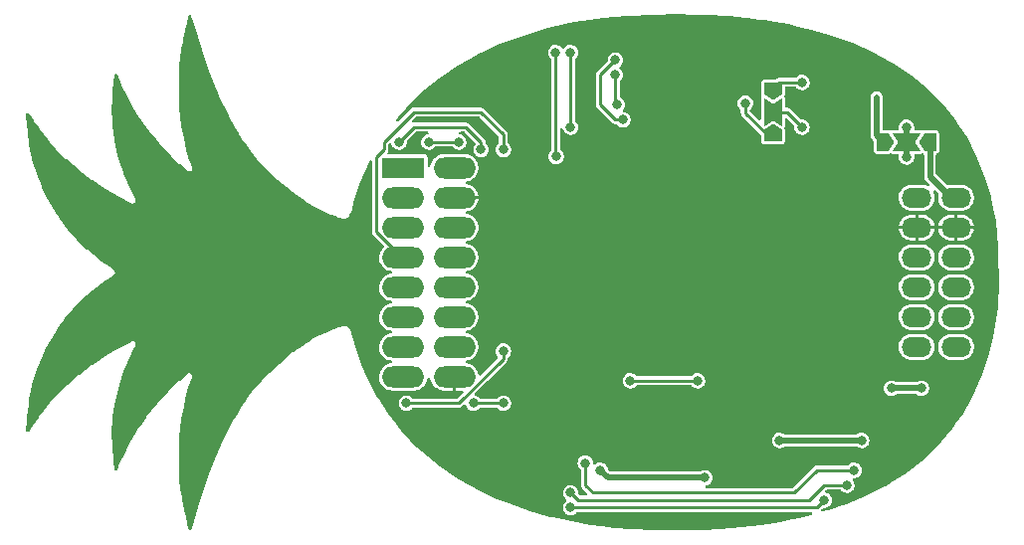
<source format=gbl>
G04 #@! TF.GenerationSoftware,KiCad,Pcbnew,6.0.10-86aedd382b~118~ubuntu22.04.1*
G04 #@! TF.CreationDate,2023-01-30T15:30:24-08:00*
G04 #@! TF.ProjectId,led-panel-single,6c65642d-7061-46e6-956c-2d73696e676c,rev?*
G04 #@! TF.SameCoordinates,Original*
G04 #@! TF.FileFunction,Copper,L2,Bot*
G04 #@! TF.FilePolarity,Positive*
%FSLAX46Y46*%
G04 Gerber Fmt 4.6, Leading zero omitted, Abs format (unit mm)*
G04 Created by KiCad (PCBNEW 6.0.10-86aedd382b~118~ubuntu22.04.1) date 2023-01-30 15:30:24*
%MOMM*%
%LPD*%
G01*
G04 APERTURE LIST*
G04 Aperture macros list*
%AMFreePoly0*
4,1,6,1.000000,0.000000,0.500000,-0.750000,-0.500000,-0.750000,-0.500000,0.750000,0.500000,0.750000,1.000000,0.000000,1.000000,0.000000,$1*%
%AMFreePoly1*
4,1,7,0.700000,0.000000,1.200000,-0.750000,-1.200000,-0.750000,-0.700000,0.000000,-1.200000,0.750000,1.200000,0.750000,0.700000,0.000000,0.700000,0.000000,$1*%
G04 Aperture macros list end*
G04 #@! TA.AperFunction,ComponentPad*
%ADD10R,3.600000X1.800000*%
G04 #@! TD*
G04 #@! TA.AperFunction,ComponentPad*
%ADD11O,3.600000X1.800000*%
G04 #@! TD*
G04 #@! TA.AperFunction,ComponentPad*
%ADD12O,2.540000X1.700000*%
G04 #@! TD*
G04 #@! TA.AperFunction,SMDPad,CuDef*
%ADD13FreePoly0,0.000000*%
G04 #@! TD*
G04 #@! TA.AperFunction,SMDPad,CuDef*
%ADD14FreePoly1,180.000000*%
G04 #@! TD*
G04 #@! TA.AperFunction,SMDPad,CuDef*
%ADD15FreePoly0,180.000000*%
G04 #@! TD*
G04 #@! TA.AperFunction,SMDPad,CuDef*
%ADD16FreePoly0,90.000000*%
G04 #@! TD*
G04 #@! TA.AperFunction,SMDPad,CuDef*
%ADD17FreePoly1,270.000000*%
G04 #@! TD*
G04 #@! TA.AperFunction,SMDPad,CuDef*
%ADD18FreePoly0,270.000000*%
G04 #@! TD*
G04 #@! TA.AperFunction,ViaPad*
%ADD19C,0.800000*%
G04 #@! TD*
G04 #@! TA.AperFunction,Conductor*
%ADD20C,0.250000*%
G04 #@! TD*
G04 #@! TA.AperFunction,Conductor*
%ADD21C,0.500000*%
G04 #@! TD*
G04 APERTURE END LIST*
D10*
G04 #@! TO.P,J5,1,Pin_1*
G04 #@! TO.N,/Rx*
X90540000Y-91110000D03*
D11*
G04 #@! TO.P,J5,2,Pin_2*
G04 #@! TO.N,/Gx*
X94880000Y-91110000D03*
G04 #@! TO.P,J5,3,Pin_3*
G04 #@! TO.N,/Bx*
X90540000Y-93650000D03*
G04 #@! TO.P,J5,4,Pin_4*
G04 #@! TO.N,GND*
X94880000Y-93650000D03*
G04 #@! TO.P,J5,5,Pin_5*
G04 #@! TO.N,/R1x*
X90540000Y-96190000D03*
G04 #@! TO.P,J5,6,Pin_6*
G04 #@! TO.N,/G1x*
X94880000Y-96190000D03*
G04 #@! TO.P,J5,7,Pin_7*
G04 #@! TO.N,/B1x*
X90540000Y-98730000D03*
G04 #@! TO.P,J5,8,Pin_8*
G04 #@! TO.N,/A4x*
X94880000Y-98730000D03*
G04 #@! TO.P,J5,9,Pin_9*
G04 #@! TO.N,/A0x*
X90540000Y-101270000D03*
G04 #@! TO.P,J5,10,Pin_10*
G04 #@! TO.N,/A1x*
X94880000Y-101270000D03*
G04 #@! TO.P,J5,11,Pin_11*
G04 #@! TO.N,/A2x*
X90540000Y-103810000D03*
G04 #@! TO.P,J5,12,Pin_12*
G04 #@! TO.N,/A3x*
X94880000Y-103810000D03*
G04 #@! TO.P,J5,13,Pin_13*
G04 #@! TO.N,/SCLKx*
X90540000Y-106350000D03*
G04 #@! TO.P,J5,14,Pin_14*
G04 #@! TO.N,/LATCHx*
X94880000Y-106350000D03*
G04 #@! TO.P,J5,15,Pin_15*
G04 #@! TO.N,/BLANKx*
X90540000Y-108890000D03*
G04 #@! TO.P,J5,16,Pin_16*
G04 #@! TO.N,GND*
X94880000Y-108890000D03*
G04 #@! TD*
D12*
G04 #@! TO.P,J2,7,Pin_7*
G04 #@! TO.N,/iG*
X137560000Y-106350000D03*
G04 #@! TO.P,J2,1,Pin_1*
G04 #@! TO.N,/iR*
X134220000Y-106350000D03*
G04 #@! TO.P,J2,8,Pin_8*
G04 #@! TO.N,/iARST*
X137560000Y-103810000D03*
G04 #@! TO.P,J2,2,Pin_2*
G04 #@! TO.N,/iB*
X134220000Y-103810000D03*
G04 #@! TO.P,J2,9,Pin_9*
G04 #@! TO.N,/iSCLK*
X137560000Y-101270000D03*
G04 #@! TO.P,J2,3,Pin_3*
G04 #@! TO.N,/iACLK*
X134220000Y-101270000D03*
G04 #@! TO.P,J2,10,Pin_10*
G04 #@! TO.N,/iLATCH*
X137560000Y-98730000D03*
G04 #@! TO.P,J2,4,Pin_4*
G04 #@! TO.N,/iBLANK*
X134220000Y-98730000D03*
G04 #@! TO.P,J2,11,Pin_11*
G04 #@! TO.N,GND*
X137560000Y-96190000D03*
G04 #@! TO.P,J2,5,Pin_5*
X134220000Y-96190000D03*
G04 #@! TO.P,J2,12,Pin_12*
G04 #@! TO.N,+3V3*
X137560000Y-93650000D03*
G04 #@! TO.P,J2,6,Pin_6*
X134220000Y-93650000D03*
G04 #@! TD*
D13*
G04 #@! TO.P,J3,3*
G04 #@! TO.N,+5V*
X131350000Y-88900000D03*
D14*
G04 #@! TO.P,J3,2*
G04 #@! TO.N,/VCCB*
X133350000Y-88900000D03*
D15*
G04 #@! TO.P,J3,1*
G04 #@! TO.N,+3V3*
X135350000Y-88900000D03*
G04 #@! TD*
D16*
G04 #@! TO.P,J4,3*
G04 #@! TO.N,/SCLKNN*
X121980000Y-88360000D03*
D17*
G04 #@! TO.P,J4,2*
G04 #@! TO.N,/SCLKi*
X121980000Y-86360000D03*
D18*
G04 #@! TO.P,J4,1*
G04 #@! TO.N,/SCLK*
X121980000Y-84360000D03*
G04 #@! TD*
D19*
G04 #@! TO.N,GND*
X126365000Y-82804000D03*
G04 #@! TO.N,/VCCB*
X107315000Y-116840000D03*
G04 #@! TO.N,GND*
X107315000Y-120904000D03*
G04 #@! TO.N,/VCCB*
X116205000Y-117475000D03*
X122555000Y-114300000D03*
X133350000Y-90170000D03*
X129540000Y-114300000D03*
X133350000Y-87630000D03*
G04 #@! TO.N,GND*
X67310000Y-100000000D03*
G04 #@! TO.N,+3V3*
X134620000Y-109855000D03*
X132080000Y-109855000D03*
G04 #@! TO.N,GND*
X137160000Y-90805000D03*
X123190000Y-92710000D03*
X124370500Y-85725000D03*
X109855000Y-81280000D03*
X106045000Y-93345000D03*
X131445000Y-92075000D03*
X114300000Y-111760000D03*
X123190000Y-82550000D03*
X123190000Y-80010000D03*
X126365000Y-87630000D03*
X130175000Y-113030000D03*
X123825000Y-116840000D03*
X122555000Y-111760000D03*
G04 #@! TO.N,/SCLKi*
X106021561Y-116228439D03*
X128905000Y-116840000D03*
X124460000Y-87630000D03*
G04 #@! TO.N,/LATCH*
X104775000Y-118745000D03*
X128270000Y-118110000D03*
G04 #@! TO.N,/BLANK*
X104775000Y-120015000D03*
X126365000Y-119380000D03*
G04 #@! TO.N,/B1x*
X99060000Y-89535000D03*
G04 #@! TO.N,/A2x*
X99060000Y-106680000D03*
X90805000Y-111125000D03*
G04 #@! TO.N,/R1x*
X97155000Y-89535000D03*
X90170000Y-88900000D03*
G04 #@! TO.N,/Bx*
X95250000Y-88900000D03*
X92710000Y-88900000D03*
G04 #@! TO.N,/SCLKx*
X96520000Y-111125000D03*
X99060000Y-111125000D03*
G04 #@! TO.N,/A3*
X109855000Y-109220000D03*
X115570000Y-109220000D03*
G04 #@! TO.N,/B1*
X104775000Y-81280000D03*
X104775000Y-87630000D03*
G04 #@! TO.N,/G1*
X103542626Y-90131357D03*
X103505000Y-81280000D03*
G04 #@! TO.N,/R*
X109220000Y-86995000D03*
X108585000Y-81915000D03*
G04 #@! TO.N,/G*
X108734500Y-85725000D03*
X108585000Y-83185000D03*
G04 #@! TO.N,/SCLKNN*
X119638299Y-85593701D03*
G04 #@! TO.N,/SCLK*
X124460000Y-83820000D03*
G04 #@! TD*
D20*
G04 #@! TO.N,/SCLKNN*
X119638299Y-86427919D02*
X119638299Y-85593701D01*
X121570380Y-88360000D02*
X119638299Y-86427919D01*
D21*
G04 #@! TO.N,/VCCB*
X116205000Y-117475000D02*
X107950000Y-117475000D01*
X107950000Y-117475000D02*
X107315000Y-116840000D01*
D20*
G04 #@! TO.N,/SCLKi*
X106021561Y-116228439D02*
X106021561Y-118086561D01*
X106021561Y-118086561D02*
X106680000Y-118745000D01*
X106680000Y-118745000D02*
X123825000Y-118745000D01*
X123825000Y-118745000D02*
X125730000Y-116840000D01*
X125730000Y-116840000D02*
X128905000Y-116840000D01*
D21*
G04 #@! TO.N,/VCCB*
X129540000Y-114300000D02*
X122555000Y-114300000D01*
X133350000Y-88900000D02*
X133350000Y-90170000D01*
X133350000Y-88900000D02*
X133350000Y-87630000D01*
G04 #@! TO.N,+3V3*
X134620000Y-109855000D02*
X132080000Y-109855000D01*
X135350000Y-88900000D02*
X135350000Y-91840000D01*
X135350000Y-91840000D02*
X137160000Y-93650000D01*
G04 #@! TO.N,+5V*
X130810000Y-85090000D02*
X130810000Y-88360000D01*
X130810000Y-88360000D02*
X131350000Y-88900000D01*
D20*
G04 #@! TO.N,/B1x*
X99060000Y-89535000D02*
X99060000Y-88265000D01*
X99060000Y-88265000D02*
X97155000Y-86360000D01*
X97155000Y-86360000D02*
X91440000Y-86360000D01*
X88900000Y-88900000D02*
X88900000Y-89535000D01*
X91440000Y-86360000D02*
X88900000Y-88900000D01*
X88900000Y-89535000D02*
X88265000Y-90170000D01*
X88265000Y-96547412D02*
X90447588Y-98730000D01*
X88265000Y-90170000D02*
X88265000Y-96547412D01*
G04 #@! TO.N,/SCLKi*
X121980000Y-86360000D02*
X123190000Y-86360000D01*
X123190000Y-86360000D02*
X124460000Y-87630000D01*
G04 #@! TO.N,/LATCH*
X128270000Y-118110000D02*
X126365000Y-118110000D01*
X126365000Y-118110000D02*
X125095000Y-119380000D01*
X125095000Y-119380000D02*
X105410000Y-119380000D01*
X105410000Y-119380000D02*
X104775000Y-118745000D01*
G04 #@! TO.N,/BLANK*
X126365000Y-119380000D02*
X125730000Y-120015000D01*
X125730000Y-120015000D02*
X104775000Y-120015000D01*
G04 #@! TO.N,/A2x*
X99060000Y-107342412D02*
X95277412Y-111125000D01*
X95277412Y-111125000D02*
X90805000Y-111125000D01*
X99060000Y-106680000D02*
X99060000Y-107342412D01*
G04 #@! TO.N,/R1x*
X97155000Y-88900000D02*
X95885000Y-87630000D01*
X91440000Y-87630000D02*
X90170000Y-88900000D01*
X91440000Y-87630000D02*
X95885000Y-87630000D01*
X97155000Y-89535000D02*
X97155000Y-88900000D01*
G04 #@! TO.N,/Bx*
X95250000Y-88900000D02*
X92710000Y-88900000D01*
G04 #@! TO.N,/SCLKx*
X99060000Y-111125000D02*
X96520000Y-111125000D01*
G04 #@! TO.N,/A3*
X115570000Y-109220000D02*
X109855000Y-109220000D01*
G04 #@! TO.N,/B1*
X104775000Y-81280000D02*
X104775000Y-87630000D01*
G04 #@! TO.N,/G1*
X103505000Y-81280000D02*
X103505000Y-90093731D01*
X103505000Y-90093731D02*
X103542626Y-90131357D01*
G04 #@! TO.N,/R*
X107315000Y-83185000D02*
X108585000Y-81915000D01*
X109220000Y-86995000D02*
X108585000Y-86995000D01*
X107315000Y-85725000D02*
X108585000Y-86995000D01*
X107315000Y-85725000D02*
X107315000Y-83185000D01*
G04 #@! TO.N,/G*
X108734500Y-85725000D02*
X108585000Y-85575500D01*
X108585000Y-85575500D02*
X108585000Y-83185000D01*
G04 #@! TO.N,/SCLK*
X124460000Y-83820000D02*
X122520000Y-83820000D01*
X122520000Y-83820000D02*
X121980000Y-84360000D01*
G04 #@! TD*
G04 #@! TA.AperFunction,Conductor*
G04 #@! TO.N,GND*
G36*
X113943403Y-78017195D02*
G01*
X115161602Y-78046263D01*
X116139704Y-78069602D01*
X116144484Y-78069807D01*
X116215861Y-78074226D01*
X118310299Y-78203895D01*
X118315389Y-78204314D01*
X120412772Y-78420420D01*
X120416657Y-78420881D01*
X120823743Y-78475840D01*
X121220312Y-78529379D01*
X121224524Y-78530020D01*
X122167525Y-78689960D01*
X123293084Y-78880864D01*
X123299774Y-78882186D01*
X124092976Y-79061525D01*
X125219223Y-79316163D01*
X125226718Y-79318101D01*
X127027724Y-79843420D01*
X127035653Y-79846021D01*
X128746867Y-80470767D01*
X128754782Y-80473965D01*
X130410278Y-81208920D01*
X130414374Y-81210827D01*
X130525091Y-81264812D01*
X130530092Y-81267390D01*
X131160550Y-81610542D01*
X132221487Y-82188000D01*
X132231202Y-82193870D01*
X133765748Y-83218153D01*
X133775535Y-83225393D01*
X134205456Y-83576780D01*
X135145143Y-84344813D01*
X135161940Y-84358542D01*
X135171415Y-84367124D01*
X136405648Y-85604711D01*
X136412221Y-85611302D01*
X136420986Y-85621058D01*
X137443405Y-86885756D01*
X137518672Y-86978859D01*
X137526381Y-86989482D01*
X137707734Y-87268945D01*
X138483156Y-88463859D01*
X138489572Y-88474941D01*
X139307257Y-90069048D01*
X139312294Y-90080161D01*
X139992262Y-91797124D01*
X139995971Y-91807888D01*
X140342735Y-92984118D01*
X140518666Y-93580879D01*
X140539204Y-93650546D01*
X140541740Y-93660678D01*
X140728381Y-94563881D01*
X140950166Y-95637155D01*
X140951194Y-95642768D01*
X141009072Y-96005036D01*
X141009832Y-96010590D01*
X141053818Y-96396335D01*
X141055303Y-96409355D01*
X141055776Y-96414407D01*
X141092500Y-96915055D01*
X141096554Y-96970329D01*
X141096723Y-96973025D01*
X141131656Y-97650118D01*
X141131738Y-97651699D01*
X141131817Y-97653482D01*
X141141936Y-97926514D01*
X141160104Y-98416754D01*
X141160148Y-98418185D01*
X141180984Y-99229406D01*
X141181011Y-99230692D01*
X141181897Y-99287971D01*
X141193686Y-100049983D01*
X141193756Y-100054534D01*
X141193768Y-100055754D01*
X141197575Y-100813794D01*
X141197788Y-100856201D01*
X141197787Y-100857717D01*
X141196675Y-101013158D01*
X141192484Y-101598993D01*
X141192452Y-101601050D01*
X141191615Y-101636688D01*
X141177415Y-102241392D01*
X141177302Y-102246200D01*
X141177184Y-102249434D01*
X141168523Y-102424500D01*
X141151809Y-102762345D01*
X141151492Y-102767009D01*
X141133282Y-102976922D01*
X141132395Y-102984481D01*
X140831709Y-105015916D01*
X140829764Y-105026127D01*
X140713577Y-105523543D01*
X140390201Y-106907971D01*
X140383062Y-106938533D01*
X140380033Y-106949313D01*
X139790050Y-108738937D01*
X139787807Y-108745742D01*
X139783538Y-108756886D01*
X139658234Y-109042670D01*
X139046581Y-110437689D01*
X139040992Y-110448888D01*
X138749005Y-110967733D01*
X138164988Y-112005501D01*
X138159817Y-112014689D01*
X138152931Y-112025582D01*
X137543425Y-112888513D01*
X137127713Y-113477074D01*
X137119661Y-113487307D01*
X135950242Y-114825101D01*
X135941275Y-114834358D01*
X134627182Y-116058872D01*
X134617629Y-116066927D01*
X133158264Y-117178226D01*
X133148474Y-117184974D01*
X132160958Y-117798814D01*
X131543261Y-118182774D01*
X131533501Y-118188255D01*
X130336923Y-118791988D01*
X129789307Y-119068288D01*
X129782009Y-119071970D01*
X129772561Y-119076259D01*
X128030778Y-119781826D01*
X127874534Y-119845118D01*
X127865570Y-119848360D01*
X126720827Y-120214038D01*
X126649852Y-120215713D01*
X126634906Y-120206599D01*
X126589071Y-120253449D01*
X126565819Y-120263554D01*
X126255599Y-120362651D01*
X126184622Y-120364326D01*
X126124007Y-120327362D01*
X126092998Y-120263495D01*
X126101441Y-120193003D01*
X126128163Y-120153531D01*
X126211178Y-120070516D01*
X126273490Y-120036490D01*
X126302252Y-120033627D01*
X126426318Y-120035576D01*
X126426321Y-120035576D01*
X126433916Y-120035695D01*
X126499348Y-120020709D01*
X126570215Y-120024998D01*
X126577990Y-120030687D01*
X126611885Y-119989652D01*
X126625874Y-119981448D01*
X126723071Y-119932563D01*
X126729855Y-119929151D01*
X126735626Y-119924222D01*
X126735629Y-119924220D01*
X126844536Y-119831204D01*
X126844536Y-119831203D01*
X126850314Y-119826269D01*
X126942755Y-119697624D01*
X127001842Y-119550641D01*
X127024162Y-119393807D01*
X127024307Y-119380000D01*
X127005276Y-119222733D01*
X126949280Y-119074546D01*
X126859553Y-118943992D01*
X126741275Y-118838611D01*
X126601274Y-118764484D01*
X126533845Y-118747547D01*
X126472650Y-118711552D01*
X126440629Y-118648187D01*
X126447949Y-118577569D01*
X126475446Y-118536248D01*
X126485289Y-118526405D01*
X126547601Y-118492379D01*
X126574384Y-118489500D01*
X127670141Y-118489500D01*
X127738262Y-118509502D01*
X127765522Y-118533169D01*
X127766672Y-118534501D01*
X127770908Y-118540805D01*
X127776525Y-118545916D01*
X127862093Y-118623776D01*
X127888076Y-118647419D01*
X128027293Y-118723008D01*
X128180522Y-118763207D01*
X128264477Y-118764526D01*
X128331319Y-118765576D01*
X128331322Y-118765576D01*
X128338916Y-118765695D01*
X128493332Y-118730329D01*
X128564342Y-118694615D01*
X128628072Y-118662563D01*
X128628075Y-118662561D01*
X128634855Y-118659151D01*
X128640626Y-118654222D01*
X128640629Y-118654220D01*
X128749536Y-118561204D01*
X128749536Y-118561203D01*
X128755314Y-118556269D01*
X128847755Y-118427624D01*
X128906842Y-118280641D01*
X128916785Y-118210776D01*
X128928581Y-118127891D01*
X128928581Y-118127888D01*
X128929162Y-118123807D01*
X128929307Y-118110000D01*
X128910276Y-117952733D01*
X128854280Y-117804546D01*
X128776661Y-117691609D01*
X128754561Y-117624141D01*
X128772446Y-117555434D01*
X128824638Y-117507304D01*
X128882480Y-117494259D01*
X128966318Y-117495576D01*
X128966321Y-117495576D01*
X128973916Y-117495695D01*
X129128332Y-117460329D01*
X129198742Y-117424917D01*
X129263072Y-117392563D01*
X129263075Y-117392561D01*
X129269855Y-117389151D01*
X129275626Y-117384222D01*
X129275629Y-117384220D01*
X129384536Y-117291204D01*
X129384536Y-117291203D01*
X129390314Y-117286269D01*
X129482755Y-117157624D01*
X129541842Y-117010641D01*
X129550401Y-116950498D01*
X129563581Y-116857891D01*
X129563581Y-116857888D01*
X129564162Y-116853807D01*
X129564307Y-116840000D01*
X129545276Y-116682733D01*
X129489280Y-116534546D01*
X129465767Y-116500334D01*
X129403855Y-116410251D01*
X129403854Y-116410249D01*
X129399553Y-116403992D01*
X129281275Y-116298611D01*
X129273889Y-116294700D01*
X129149964Y-116229085D01*
X129141274Y-116224484D01*
X128987633Y-116185892D01*
X128980034Y-116185852D01*
X128980033Y-116185852D01*
X128914181Y-116185507D01*
X128829221Y-116185062D01*
X128821841Y-116186834D01*
X128821839Y-116186834D01*
X128682563Y-116220271D01*
X128682560Y-116220272D01*
X128675184Y-116222043D01*
X128534414Y-116294700D01*
X128415039Y-116398838D01*
X128410672Y-116405051D01*
X128410667Y-116405057D01*
X128409336Y-116406951D01*
X128408013Y-116408005D01*
X128405589Y-116410697D01*
X128405140Y-116410293D01*
X128353802Y-116451183D01*
X128306250Y-116460500D01*
X125783920Y-116460500D01*
X125759972Y-116457951D01*
X125758307Y-116457872D01*
X125748124Y-116455680D01*
X125737783Y-116456904D01*
X125714777Y-116459627D01*
X125708846Y-116459977D01*
X125708854Y-116460072D01*
X125703676Y-116460500D01*
X125698476Y-116460500D01*
X125693347Y-116461354D01*
X125693344Y-116461354D01*
X125679435Y-116463669D01*
X125673557Y-116464506D01*
X125632999Y-116469306D01*
X125632998Y-116469306D01*
X125622659Y-116470530D01*
X125614407Y-116474493D01*
X125605374Y-116475996D01*
X125596205Y-116480943D01*
X125596203Y-116480944D01*
X125560268Y-116500334D01*
X125554975Y-116503031D01*
X125515918Y-116521785D01*
X125515914Y-116521788D01*
X125508768Y-116525219D01*
X125504492Y-116528814D01*
X125502569Y-116530737D01*
X125500637Y-116532509D01*
X125500558Y-116532552D01*
X125500445Y-116532428D01*
X125499905Y-116532904D01*
X125494186Y-116535990D01*
X125487119Y-116543635D01*
X125457584Y-116575586D01*
X125454154Y-116579152D01*
X123704711Y-118328595D01*
X123642399Y-118362621D01*
X123615616Y-118365500D01*
X116363239Y-118365500D01*
X116295118Y-118345498D01*
X116248625Y-118291842D01*
X116238521Y-118221568D01*
X116268015Y-118156988D01*
X116327741Y-118118604D01*
X116335109Y-118116680D01*
X116420929Y-118097025D01*
X116420933Y-118097024D01*
X116428332Y-118095329D01*
X116505359Y-118056589D01*
X116563072Y-118027563D01*
X116563075Y-118027561D01*
X116569855Y-118024151D01*
X116575626Y-118019222D01*
X116575629Y-118019220D01*
X116684536Y-117926204D01*
X116684536Y-117926203D01*
X116690314Y-117921269D01*
X116782755Y-117792624D01*
X116841842Y-117645641D01*
X116854680Y-117555434D01*
X116863581Y-117492891D01*
X116863581Y-117492888D01*
X116864162Y-117488807D01*
X116864307Y-117475000D01*
X116845276Y-117317733D01*
X116789280Y-117169546D01*
X116740809Y-117099020D01*
X116703855Y-117045251D01*
X116703854Y-117045249D01*
X116699553Y-117038992D01*
X116581275Y-116933611D01*
X116573889Y-116929700D01*
X116447988Y-116863039D01*
X116447989Y-116863039D01*
X116441274Y-116859484D01*
X116287633Y-116820892D01*
X116280034Y-116820852D01*
X116280033Y-116820852D01*
X116214181Y-116820507D01*
X116129221Y-116820062D01*
X116121841Y-116821834D01*
X116121839Y-116821834D01*
X115982563Y-116855271D01*
X115982560Y-116855272D01*
X115975184Y-116857043D01*
X115968439Y-116860524D01*
X115968440Y-116860524D01*
X115856486Y-116918308D01*
X115834414Y-116929700D01*
X115828692Y-116934692D01*
X115828690Y-116934693D01*
X115823236Y-116939451D01*
X115758753Y-116969157D01*
X115740409Y-116970500D01*
X108211161Y-116970500D01*
X108143040Y-116950498D01*
X108122066Y-116933595D01*
X107997615Y-116809144D01*
X107963589Y-116746832D01*
X107961626Y-116735209D01*
X107955276Y-116682733D01*
X107899280Y-116534546D01*
X107875767Y-116500334D01*
X107813855Y-116410251D01*
X107813854Y-116410249D01*
X107809553Y-116403992D01*
X107691275Y-116298611D01*
X107683889Y-116294700D01*
X107559964Y-116229085D01*
X107551274Y-116224484D01*
X107397633Y-116185892D01*
X107390034Y-116185852D01*
X107390033Y-116185852D01*
X107324181Y-116185507D01*
X107239221Y-116185062D01*
X107231841Y-116186834D01*
X107231839Y-116186834D01*
X107092563Y-116220271D01*
X107092560Y-116220272D01*
X107085184Y-116222043D01*
X106944414Y-116294700D01*
X106938697Y-116299687D01*
X106938690Y-116299692D01*
X106889215Y-116342852D01*
X106824733Y-116372560D01*
X106754426Y-116362690D01*
X106700615Y-116316376D01*
X106680387Y-116248322D01*
X106680568Y-116243332D01*
X106680723Y-116242246D01*
X106680868Y-116228439D01*
X106679532Y-116217394D01*
X106675719Y-116185892D01*
X106661837Y-116071172D01*
X106605841Y-115922985D01*
X106516114Y-115792431D01*
X106397836Y-115687050D01*
X106390450Y-115683139D01*
X106302589Y-115636619D01*
X106257835Y-115612923D01*
X106104194Y-115574331D01*
X106096595Y-115574291D01*
X106096594Y-115574291D01*
X106030742Y-115573946D01*
X105945782Y-115573501D01*
X105938402Y-115575273D01*
X105938400Y-115575273D01*
X105799124Y-115608710D01*
X105799121Y-115608711D01*
X105791745Y-115610482D01*
X105650975Y-115683139D01*
X105531600Y-115787277D01*
X105440511Y-115916883D01*
X105382967Y-116064476D01*
X105381975Y-116072009D01*
X105381975Y-116072010D01*
X105366739Y-116187743D01*
X105362290Y-116221535D01*
X105370368Y-116294700D01*
X105374238Y-116329751D01*
X105379674Y-116378992D01*
X105382284Y-116386123D01*
X105382284Y-116386125D01*
X105416983Y-116480944D01*
X105434114Y-116527758D01*
X105438350Y-116534061D01*
X105438350Y-116534062D01*
X105497001Y-116621343D01*
X105522469Y-116659244D01*
X105528088Y-116664357D01*
X105528089Y-116664358D01*
X105600860Y-116730574D01*
X105637783Y-116791214D01*
X105642061Y-116823768D01*
X105642061Y-118032641D01*
X105639512Y-118056589D01*
X105639433Y-118058254D01*
X105637241Y-118068437D01*
X105638465Y-118078778D01*
X105641188Y-118101784D01*
X105641538Y-118107715D01*
X105641633Y-118107707D01*
X105642061Y-118112885D01*
X105642061Y-118118085D01*
X105642915Y-118123214D01*
X105642915Y-118123217D01*
X105645230Y-118137126D01*
X105646067Y-118143004D01*
X105648857Y-118166574D01*
X105652091Y-118193902D01*
X105656054Y-118202154D01*
X105657557Y-118211187D01*
X105662504Y-118220356D01*
X105662505Y-118220358D01*
X105681895Y-118256293D01*
X105684592Y-118261586D01*
X105703346Y-118300643D01*
X105703349Y-118300647D01*
X105706780Y-118307793D01*
X105710375Y-118312069D01*
X105712298Y-118313992D01*
X105714070Y-118315924D01*
X105714113Y-118316003D01*
X105713989Y-118316116D01*
X105714465Y-118316656D01*
X105717551Y-118322375D01*
X105725196Y-118329442D01*
X105757147Y-118358977D01*
X105760713Y-118362407D01*
X106183711Y-118785405D01*
X106217737Y-118847717D01*
X106212672Y-118918532D01*
X106170125Y-118975368D01*
X106103605Y-119000179D01*
X106094616Y-119000500D01*
X105619384Y-119000500D01*
X105551263Y-118980498D01*
X105530289Y-118963595D01*
X105465143Y-118898449D01*
X105431117Y-118836137D01*
X105429495Y-118791601D01*
X105433581Y-118762892D01*
X105433581Y-118762886D01*
X105434162Y-118758807D01*
X105434307Y-118745000D01*
X105415276Y-118587733D01*
X105359280Y-118439546D01*
X105306411Y-118362621D01*
X105273855Y-118315251D01*
X105273854Y-118315249D01*
X105269553Y-118308992D01*
X105151275Y-118203611D01*
X105143889Y-118199700D01*
X105089708Y-118171013D01*
X105011274Y-118129484D01*
X104857633Y-118090892D01*
X104850034Y-118090852D01*
X104850033Y-118090852D01*
X104784181Y-118090507D01*
X104699221Y-118090062D01*
X104691841Y-118091834D01*
X104691839Y-118091834D01*
X104552563Y-118125271D01*
X104552560Y-118125272D01*
X104545184Y-118127043D01*
X104404414Y-118199700D01*
X104285039Y-118303838D01*
X104193950Y-118433444D01*
X104191190Y-118440524D01*
X104144139Y-118561204D01*
X104136406Y-118581037D01*
X104135414Y-118588570D01*
X104135414Y-118588571D01*
X104116752Y-118730329D01*
X104115729Y-118738096D01*
X104118763Y-118765576D01*
X104128518Y-118853930D01*
X104133113Y-118895553D01*
X104135723Y-118902684D01*
X104135723Y-118902686D01*
X104171518Y-119000500D01*
X104187553Y-119044319D01*
X104191789Y-119050622D01*
X104191789Y-119050623D01*
X104224821Y-119099779D01*
X104275908Y-119175805D01*
X104281527Y-119180918D01*
X104281528Y-119180919D01*
X104335768Y-119230273D01*
X104388374Y-119278141D01*
X104388376Y-119278143D01*
X104393076Y-119282419D01*
X104392364Y-119283202D01*
X104431993Y-119333488D01*
X104438813Y-119404156D01*
X104406345Y-119467294D01*
X104397895Y-119475386D01*
X104285039Y-119573838D01*
X104193950Y-119703444D01*
X104165178Y-119777241D01*
X104144139Y-119831204D01*
X104136406Y-119851037D01*
X104135414Y-119858570D01*
X104135414Y-119858571D01*
X104116752Y-120000329D01*
X104115729Y-120008096D01*
X104124421Y-120086825D01*
X104131786Y-120153531D01*
X104133113Y-120165553D01*
X104135723Y-120172684D01*
X104135723Y-120172686D01*
X104183526Y-120303314D01*
X104187553Y-120314319D01*
X104191789Y-120320622D01*
X104191789Y-120320623D01*
X104234693Y-120384470D01*
X104275908Y-120445805D01*
X104281527Y-120450918D01*
X104281528Y-120450919D01*
X104292903Y-120461269D01*
X104393076Y-120552419D01*
X104532293Y-120628008D01*
X104685522Y-120668207D01*
X104769477Y-120669526D01*
X104836319Y-120670576D01*
X104836322Y-120670576D01*
X104843916Y-120670695D01*
X104998332Y-120635329D01*
X105068742Y-120599917D01*
X105133072Y-120567563D01*
X105133075Y-120567561D01*
X105139855Y-120564151D01*
X105145626Y-120559222D01*
X105145629Y-120559220D01*
X105254542Y-120466199D01*
X105254543Y-120466198D01*
X105260314Y-120461269D01*
X105270586Y-120446974D01*
X105326581Y-120403326D01*
X105372909Y-120394500D01*
X125214814Y-120394500D01*
X125282935Y-120414502D01*
X125329428Y-120468158D01*
X125339532Y-120538432D01*
X125310038Y-120603012D01*
X125244781Y-120642884D01*
X124875307Y-120733354D01*
X123794618Y-120997973D01*
X123618518Y-121041093D01*
X123612915Y-121042331D01*
X122622665Y-121237443D01*
X122617993Y-121238273D01*
X121024274Y-121490375D01*
X121019140Y-121491079D01*
X119287223Y-121692449D01*
X119282920Y-121692874D01*
X118348126Y-121769163D01*
X117455079Y-121842044D01*
X117451254Y-121842298D01*
X115975980Y-121917124D01*
X115572215Y-121937603D01*
X115568498Y-121937737D01*
X115397721Y-121941351D01*
X113682818Y-121977644D01*
X113679060Y-121977667D01*
X112098379Y-121963197D01*
X111831183Y-121960751D01*
X111826984Y-121960642D01*
X110061717Y-121885586D01*
X110056770Y-121885278D01*
X108415020Y-121750630D01*
X108411491Y-121750291D01*
X108113004Y-121717334D01*
X108108773Y-121716794D01*
X106550195Y-121491079D01*
X105637811Y-121358946D01*
X105630216Y-121357608D01*
X103298691Y-120872345D01*
X103290504Y-120870353D01*
X103069022Y-120808557D01*
X101616636Y-120403326D01*
X101094782Y-120257723D01*
X101086072Y-120254948D01*
X100452725Y-120027588D01*
X99026532Y-119515610D01*
X99017412Y-119511928D01*
X98343093Y-119208482D01*
X97094273Y-118646508D01*
X97084865Y-118641793D01*
X95298172Y-117650826D01*
X95288699Y-117645011D01*
X93638403Y-116528903D01*
X93629115Y-116521978D01*
X92110365Y-115277089D01*
X92104391Y-115271869D01*
X91718868Y-114913008D01*
X91632437Y-114832554D01*
X91626669Y-114826827D01*
X91605590Y-114804500D01*
X91122759Y-114293096D01*
X121895729Y-114293096D01*
X121904421Y-114371824D01*
X121910569Y-114427506D01*
X121913113Y-114450553D01*
X121915723Y-114457684D01*
X121915723Y-114457686D01*
X121962161Y-114584584D01*
X121967553Y-114599319D01*
X121971789Y-114605622D01*
X121971789Y-114605623D01*
X122032853Y-114696495D01*
X122055908Y-114730805D01*
X122061527Y-114735918D01*
X122061528Y-114735919D01*
X122161435Y-114826827D01*
X122173076Y-114837419D01*
X122312293Y-114913008D01*
X122465522Y-114953207D01*
X122549477Y-114954526D01*
X122616319Y-114955576D01*
X122616322Y-114955576D01*
X122623916Y-114955695D01*
X122778332Y-114920329D01*
X122853802Y-114882372D01*
X122913072Y-114852563D01*
X122913075Y-114852561D01*
X122919855Y-114849151D01*
X122936789Y-114834688D01*
X123001579Y-114805658D01*
X123018619Y-114804500D01*
X129073153Y-114804500D01*
X129141274Y-114824502D01*
X129146068Y-114828185D01*
X129146266Y-114827907D01*
X129152459Y-114832308D01*
X129158076Y-114837419D01*
X129297293Y-114913008D01*
X129450522Y-114953207D01*
X129534477Y-114954526D01*
X129601319Y-114955576D01*
X129601322Y-114955576D01*
X129608916Y-114955695D01*
X129763332Y-114920329D01*
X129838802Y-114882372D01*
X129898072Y-114852563D01*
X129898075Y-114852561D01*
X129904855Y-114849151D01*
X129910626Y-114844222D01*
X129910629Y-114844220D01*
X130019536Y-114751204D01*
X130019536Y-114751203D01*
X130025314Y-114746269D01*
X130117755Y-114617624D01*
X130176842Y-114470641D01*
X130199162Y-114313807D01*
X130199307Y-114300000D01*
X130180276Y-114142733D01*
X130124280Y-113994546D01*
X130089876Y-113944487D01*
X130038855Y-113870251D01*
X130038854Y-113870249D01*
X130034553Y-113863992D01*
X129916275Y-113758611D01*
X129908889Y-113754700D01*
X129821254Y-113708300D01*
X129776274Y-113684484D01*
X129622633Y-113645892D01*
X129615034Y-113645852D01*
X129615033Y-113645852D01*
X129549181Y-113645507D01*
X129464221Y-113645062D01*
X129456841Y-113646834D01*
X129456839Y-113646834D01*
X129317563Y-113680271D01*
X129317560Y-113680272D01*
X129310184Y-113682043D01*
X129169414Y-113754700D01*
X129163692Y-113759692D01*
X129163690Y-113759693D01*
X129158236Y-113764451D01*
X129093753Y-113794157D01*
X129075409Y-113795500D01*
X123020667Y-113795500D01*
X122952546Y-113775498D01*
X122937143Y-113763802D01*
X122936954Y-113763670D01*
X122931275Y-113758611D01*
X122791274Y-113684484D01*
X122637633Y-113645892D01*
X122630034Y-113645852D01*
X122630033Y-113645852D01*
X122564181Y-113645507D01*
X122479221Y-113645062D01*
X122471841Y-113646834D01*
X122471839Y-113646834D01*
X122332563Y-113680271D01*
X122332560Y-113680272D01*
X122325184Y-113682043D01*
X122184414Y-113754700D01*
X122065039Y-113858838D01*
X121973950Y-113988444D01*
X121971190Y-113995524D01*
X121920321Y-114125996D01*
X121916406Y-114136037D01*
X121915414Y-114143570D01*
X121915414Y-114143571D01*
X121897257Y-114281492D01*
X121895729Y-114293096D01*
X91122759Y-114293096D01*
X91026144Y-114190763D01*
X90368477Y-113494176D01*
X90360724Y-113485146D01*
X89915938Y-112914616D01*
X89232034Y-112037366D01*
X89225333Y-112027900D01*
X88371332Y-110695251D01*
X88233906Y-110480801D01*
X88228112Y-110470774D01*
X87901654Y-109840565D01*
X87385925Y-108844980D01*
X87381004Y-108834283D01*
X87380944Y-108834133D01*
X87063306Y-108048968D01*
X86699853Y-107150552D01*
X86695832Y-107139038D01*
X86366856Y-106026834D01*
X86185568Y-105413935D01*
X86184408Y-105409749D01*
X86181984Y-105400371D01*
X86114856Y-105140731D01*
X86104028Y-105098851D01*
X86102404Y-105091724D01*
X86099688Y-105077968D01*
X86097326Y-105072241D01*
X86096963Y-105071040D01*
X86096535Y-105069872D01*
X86094986Y-105063881D01*
X86092296Y-105058302D01*
X86088894Y-105051247D01*
X86085910Y-105044570D01*
X86022094Y-104889882D01*
X86011192Y-104863457D01*
X86006035Y-104848284D01*
X86003101Y-104837427D01*
X85999154Y-104822826D01*
X85983827Y-104802941D01*
X85976278Y-104793147D01*
X85971211Y-104786082D01*
X85957308Y-104765211D01*
X85957306Y-104765209D01*
X85950426Y-104754881D01*
X85928513Y-104740194D01*
X85915814Y-104730458D01*
X85843507Y-104667327D01*
X85841034Y-104664872D01*
X85836871Y-104657742D01*
X85806886Y-104634965D01*
X85800240Y-104629551D01*
X85791121Y-104621589D01*
X85785749Y-104618503D01*
X85780717Y-104614914D01*
X85780802Y-104614795D01*
X85777111Y-104612349D01*
X85766129Y-104604007D01*
X85756246Y-104596500D01*
X85744240Y-104593346D01*
X85740351Y-104591452D01*
X85736253Y-104590071D01*
X85725490Y-104583888D01*
X85713182Y-104582295D01*
X85713181Y-104582295D01*
X85702664Y-104580934D01*
X85699508Y-104580526D01*
X85695165Y-104579678D01*
X85695142Y-104579821D01*
X85689033Y-104578843D01*
X85683042Y-104577269D01*
X85676861Y-104576894D01*
X85676859Y-104576894D01*
X85670966Y-104576537D01*
X85662419Y-104575726D01*
X85637385Y-104572486D01*
X85637383Y-104572486D01*
X85625081Y-104570894D01*
X85617112Y-104573048D01*
X85613619Y-104573060D01*
X85513293Y-104566978D01*
X85503525Y-104566003D01*
X85497730Y-104565195D01*
X85486011Y-104561118D01*
X85457969Y-104562742D01*
X85452344Y-104562734D01*
X85446753Y-104562944D01*
X85440572Y-104562570D01*
X85434443Y-104563408D01*
X85434431Y-104563408D01*
X85430437Y-104563954D01*
X85420671Y-104564903D01*
X85416632Y-104565137D01*
X85410450Y-104565495D01*
X85404461Y-104567051D01*
X85398939Y-104567920D01*
X85393382Y-104569018D01*
X85381526Y-104570637D01*
X85379649Y-104570894D01*
X85365580Y-104572816D01*
X85354863Y-104579074D01*
X85349333Y-104580981D01*
X85339940Y-104583816D01*
X85310553Y-104591452D01*
X85111610Y-104643145D01*
X85099984Y-104645545D01*
X85099534Y-104645660D01*
X85093412Y-104646603D01*
X85087599Y-104648719D01*
X85087595Y-104648720D01*
X85086821Y-104649002D01*
X85075422Y-104652549D01*
X85074640Y-104652752D01*
X85074638Y-104652753D01*
X85068645Y-104654310D01*
X85063069Y-104657007D01*
X85062616Y-104657174D01*
X85051715Y-104661781D01*
X84665084Y-104802520D01*
X84664805Y-104802609D01*
X84662855Y-104802941D01*
X84658365Y-104804657D01*
X84658364Y-104804657D01*
X84642225Y-104810824D01*
X84640350Y-104811523D01*
X84619677Y-104819049D01*
X84617988Y-104820074D01*
X84617733Y-104820184D01*
X84503148Y-104863970D01*
X84498703Y-104865572D01*
X84495681Y-104866598D01*
X84489659Y-104868002D01*
X84484027Y-104870554D01*
X84484026Y-104870554D01*
X84477292Y-104873605D01*
X84470271Y-104876533D01*
X84463379Y-104879167D01*
X84463376Y-104879168D01*
X84457591Y-104881379D01*
X84452350Y-104884674D01*
X84449513Y-104886091D01*
X84445217Y-104888136D01*
X84387171Y-104914434D01*
X83455122Y-105336701D01*
X83444287Y-105341017D01*
X83437279Y-105343438D01*
X83431941Y-105346558D01*
X83431078Y-105346955D01*
X83422690Y-105351292D01*
X83421859Y-105351772D01*
X83416219Y-105354327D01*
X83411187Y-105357933D01*
X83411183Y-105357935D01*
X83410182Y-105358652D01*
X83400387Y-105365004D01*
X82930085Y-105639934D01*
X82488428Y-105898119D01*
X82356145Y-105975449D01*
X82348623Y-105979299D01*
X82345832Y-105980880D01*
X82340170Y-105983389D01*
X82332834Y-105988555D01*
X82323869Y-105994317D01*
X82316121Y-105998846D01*
X82311486Y-106002956D01*
X82308882Y-106004843D01*
X82302254Y-106010088D01*
X81968575Y-106245052D01*
X81274795Y-106733586D01*
X81206049Y-106781994D01*
X81202262Y-106784313D01*
X81202340Y-106784431D01*
X81197180Y-106787839D01*
X81191702Y-106790729D01*
X81186898Y-106794629D01*
X81186893Y-106794632D01*
X81182342Y-106798327D01*
X81175484Y-106803516D01*
X81165620Y-106810462D01*
X81161350Y-106814946D01*
X81156662Y-106818989D01*
X81156570Y-106818883D01*
X81153309Y-106821896D01*
X80290195Y-107522563D01*
X79994556Y-107762560D01*
X79993512Y-107763351D01*
X79990226Y-107765220D01*
X79985546Y-107769270D01*
X79985544Y-107769272D01*
X79975785Y-107777719D01*
X79972738Y-107780273D01*
X79957958Y-107792270D01*
X79955546Y-107795177D01*
X79954602Y-107796051D01*
X79880091Y-107860538D01*
X79879660Y-107860883D01*
X79877417Y-107862223D01*
X79869876Y-107869037D01*
X79861879Y-107876263D01*
X79859860Y-107878049D01*
X79854888Y-107882352D01*
X79843938Y-107891829D01*
X79842329Y-107893897D01*
X79841921Y-107894295D01*
X79141669Y-108527021D01*
X79138087Y-108530111D01*
X79133151Y-108533421D01*
X79128782Y-108537804D01*
X79128781Y-108537805D01*
X79122463Y-108544143D01*
X79117703Y-108548675D01*
X79111074Y-108554665D01*
X79111071Y-108554668D01*
X79106483Y-108558814D01*
X79102939Y-108563577D01*
X79099672Y-108567009D01*
X78516270Y-109152311D01*
X78513000Y-109155195D01*
X78513111Y-109155313D01*
X78508607Y-109159559D01*
X78503711Y-109163342D01*
X78499648Y-109168006D01*
X78495626Y-109172622D01*
X78489874Y-109178794D01*
X78481189Y-109187507D01*
X78477758Y-109192660D01*
X78473837Y-109197454D01*
X78473710Y-109197350D01*
X78471068Y-109200811D01*
X78470177Y-109201834D01*
X77972954Y-109772563D01*
X77958840Y-109788763D01*
X77955742Y-109791887D01*
X77955854Y-109791991D01*
X77951643Y-109796537D01*
X77947015Y-109800641D01*
X77943276Y-109805570D01*
X77939649Y-109810351D01*
X77934272Y-109816962D01*
X77926271Y-109826146D01*
X77923193Y-109831518D01*
X77919606Y-109836558D01*
X77919482Y-109836470D01*
X77917056Y-109840134D01*
X77427599Y-110485362D01*
X77425325Y-110488208D01*
X77421398Y-110492040D01*
X77417901Y-110497138D01*
X77412353Y-110505225D01*
X77408835Y-110510099D01*
X77402912Y-110517906D01*
X77402909Y-110517911D01*
X77399169Y-110522841D01*
X77396764Y-110527786D01*
X77394782Y-110530838D01*
X77129498Y-110917539D01*
X77027383Y-111066390D01*
X77024833Y-111069924D01*
X77020897Y-111074176D01*
X77017663Y-111079445D01*
X77017662Y-111079446D01*
X77012840Y-111087302D01*
X77009358Y-111092665D01*
X77000641Y-111105372D01*
X76998359Y-111110698D01*
X76996175Y-111114453D01*
X76186601Y-112433411D01*
X76184157Y-112436878D01*
X76184314Y-112436981D01*
X76180908Y-112442143D01*
X76177006Y-112446954D01*
X76174118Y-112452433D01*
X76171129Y-112458103D01*
X76167051Y-112465261D01*
X76163679Y-112470755D01*
X76163675Y-112470763D01*
X76160438Y-112476037D01*
X76158291Y-112481844D01*
X76155587Y-112487410D01*
X76155419Y-112487329D01*
X76153678Y-112491208D01*
X75390294Y-113939378D01*
X75387883Y-113943739D01*
X75386823Y-113945570D01*
X75383216Y-113950593D01*
X75380659Y-113956220D01*
X75380658Y-113956222D01*
X75377457Y-113963267D01*
X75374210Y-113969890D01*
X75367726Y-113982191D01*
X75365963Y-113988125D01*
X75365169Y-113990074D01*
X75363199Y-113994647D01*
X74780508Y-115277089D01*
X74641949Y-115582043D01*
X74639659Y-115587082D01*
X74637684Y-115591174D01*
X74634506Y-115596117D01*
X74629551Y-115608710D01*
X74628926Y-115610298D01*
X74626393Y-115616279D01*
X74620076Y-115630181D01*
X74618735Y-115635905D01*
X74617167Y-115640179D01*
X73929603Y-117387399D01*
X73928407Y-117390214D01*
X73925802Y-117394695D01*
X73923795Y-117400550D01*
X73920427Y-117410375D01*
X73918481Y-117415661D01*
X73914685Y-117425306D01*
X73914683Y-117425312D01*
X73912415Y-117431076D01*
X73911494Y-117436178D01*
X73910586Y-117439078D01*
X73287097Y-119257695D01*
X73254883Y-119351657D01*
X73254280Y-119353250D01*
X73252298Y-119356955D01*
X73250499Y-119362878D01*
X73246969Y-119374497D01*
X73245599Y-119378735D01*
X73239649Y-119396091D01*
X73239088Y-119400252D01*
X73238643Y-119401902D01*
X72710493Y-121140451D01*
X72710453Y-121140566D01*
X72709851Y-121141719D01*
X72703352Y-121163940D01*
X72703025Y-121165034D01*
X72696282Y-121187231D01*
X72696153Y-121188528D01*
X72696118Y-121188672D01*
X72537946Y-121729458D01*
X72537629Y-121730524D01*
X72506279Y-121834299D01*
X72503863Y-121842299D01*
X72503703Y-121842827D01*
X72464856Y-121902253D01*
X72400048Y-121931243D01*
X72329855Y-121920593D01*
X72276562Y-121873684D01*
X72260217Y-121834299D01*
X72157778Y-121383310D01*
X72157587Y-121382457D01*
X72031500Y-120808962D01*
X72031331Y-120808182D01*
X71906705Y-120223705D01*
X71906532Y-120222877D01*
X71789849Y-119657052D01*
X71789642Y-119656030D01*
X71738632Y-119397891D01*
X71687287Y-119138055D01*
X71687017Y-119136644D01*
X71681486Y-119106778D01*
X71605627Y-118697223D01*
X71605173Y-118694615D01*
X71598055Y-118651042D01*
X71577692Y-118526405D01*
X71550921Y-118362540D01*
X71550463Y-118359507D01*
X71544661Y-118317608D01*
X71544036Y-118312253D01*
X71492592Y-117771260D01*
X71492180Y-117765558D01*
X71458408Y-117082969D01*
X71458281Y-117079362D01*
X71442100Y-116301195D01*
X71442073Y-116298391D01*
X71442182Y-116224331D01*
X71443284Y-115475364D01*
X71443315Y-115472761D01*
X71447774Y-115271869D01*
X71461481Y-114654362D01*
X71461577Y-114651512D01*
X71496116Y-113887227D01*
X71496345Y-113883449D01*
X71534396Y-113381946D01*
X71546427Y-113223389D01*
X71546978Y-113217787D01*
X71583659Y-112914616D01*
X71599118Y-112786849D01*
X71600008Y-112780755D01*
X71608886Y-112728845D01*
X71636205Y-112569096D01*
X71712782Y-112121311D01*
X71713432Y-112117807D01*
X71853480Y-111418517D01*
X71854134Y-111415452D01*
X71983370Y-110844302D01*
X72009408Y-110729230D01*
X72010197Y-110725949D01*
X72057958Y-110538509D01*
X72168663Y-110104042D01*
X72169900Y-110099541D01*
X72174723Y-110083178D01*
X72319424Y-109592248D01*
X72321277Y-109586480D01*
X72394640Y-109375792D01*
X72395783Y-109372645D01*
X72404166Y-109350500D01*
X72547961Y-108970605D01*
X72552061Y-108961103D01*
X72559408Y-108951420D01*
X72562556Y-108939414D01*
X72567154Y-108921878D01*
X72570407Y-108911688D01*
X72570768Y-108910350D01*
X72572960Y-108904560D01*
X72574242Y-108896888D01*
X72576637Y-108885704D01*
X72581937Y-108865487D01*
X72585084Y-108853484D01*
X72583614Y-108842763D01*
X72583646Y-108840580D01*
X72585429Y-108829906D01*
X72577921Y-108797430D01*
X72575858Y-108786203D01*
X72571328Y-108753176D01*
X72565865Y-108743830D01*
X72565060Y-108741803D01*
X72562622Y-108731261D01*
X72543261Y-108704134D01*
X72537061Y-108694557D01*
X72520232Y-108665769D01*
X72511608Y-108659226D01*
X72510092Y-108657665D01*
X72503803Y-108648853D01*
X72475546Y-108631208D01*
X72466132Y-108624718D01*
X72439577Y-108604568D01*
X72429109Y-108601823D01*
X72427102Y-108600957D01*
X72417925Y-108595227D01*
X72392393Y-108590962D01*
X72385054Y-108589736D01*
X72373876Y-108587343D01*
X72341640Y-108578892D01*
X72330919Y-108580362D01*
X72328736Y-108580330D01*
X72318062Y-108578547D01*
X72305973Y-108581342D01*
X72305968Y-108581342D01*
X72285603Y-108586051D01*
X72274345Y-108588121D01*
X72241333Y-108592648D01*
X72231986Y-108598112D01*
X72229965Y-108598915D01*
X72219418Y-108601353D01*
X72209314Y-108608564D01*
X72209313Y-108608565D01*
X72192296Y-108620710D01*
X72182694Y-108626926D01*
X72175990Y-108630845D01*
X72171363Y-108634947D01*
X72170234Y-108635765D01*
X72161869Y-108642428D01*
X72137009Y-108660172D01*
X72130570Y-108670484D01*
X72123142Y-108677699D01*
X71533206Y-109200716D01*
X71531495Y-109202146D01*
X71527568Y-109204655D01*
X71523106Y-109208938D01*
X71523105Y-109208939D01*
X71514919Y-109216797D01*
X71511251Y-109220181D01*
X71502764Y-109227705D01*
X71498134Y-109231810D01*
X71495320Y-109235519D01*
X71493741Y-109237125D01*
X70657819Y-110039525D01*
X70557740Y-110135591D01*
X70554371Y-110138431D01*
X70554474Y-110138545D01*
X70549882Y-110142691D01*
X70544900Y-110146372D01*
X70536700Y-110155386D01*
X70530751Y-110161496D01*
X70526436Y-110165638D01*
X70526431Y-110165643D01*
X70521969Y-110169927D01*
X70518426Y-110175001D01*
X70514406Y-110179700D01*
X70514290Y-110179601D01*
X70511549Y-110183034D01*
X70379612Y-110328071D01*
X69583882Y-111202810D01*
X69580752Y-111206128D01*
X69577821Y-111209125D01*
X69573082Y-111213102D01*
X69569209Y-111217929D01*
X69564777Y-111223453D01*
X69559704Y-111229389D01*
X69550769Y-111239211D01*
X69547576Y-111244516D01*
X69545071Y-111247881D01*
X69542288Y-111251482D01*
X68684190Y-112320949D01*
X68671075Y-112337295D01*
X68667775Y-112341240D01*
X68666870Y-112342278D01*
X68662365Y-112346523D01*
X68658775Y-112351564D01*
X68654154Y-112358052D01*
X68649804Y-112363804D01*
X68645089Y-112369682D01*
X68640941Y-112374852D01*
X68638087Y-112380335D01*
X68637329Y-112381498D01*
X68634432Y-112385747D01*
X68295383Y-112861854D01*
X68061721Y-113189973D01*
X68054281Y-113200420D01*
X68051604Y-113203695D01*
X68051766Y-113203819D01*
X68048015Y-113208735D01*
X68043791Y-113213268D01*
X68040535Y-113218536D01*
X68037126Y-113224050D01*
X68032589Y-113230881D01*
X68025236Y-113241206D01*
X68022698Y-113246852D01*
X68019616Y-113252226D01*
X68019438Y-113252124D01*
X68017464Y-113255854D01*
X67703445Y-113763802D01*
X67681207Y-113799774D01*
X67678326Y-113804212D01*
X67674392Y-113808923D01*
X67671430Y-113814354D01*
X67671424Y-113814362D01*
X67667334Y-113821860D01*
X67663909Y-113827754D01*
X67656154Y-113840298D01*
X67654004Y-113846056D01*
X67651561Y-113850776D01*
X67479124Y-114166890D01*
X67267482Y-114554876D01*
X67265095Y-114559251D01*
X67264150Y-114560863D01*
X67261492Y-114564294D01*
X67258728Y-114569835D01*
X67258725Y-114569839D01*
X67253406Y-114580500D01*
X67251275Y-114584584D01*
X67242610Y-114600470D01*
X67241317Y-114604604D01*
X67240538Y-114606294D01*
X66803552Y-115482220D01*
X66803141Y-115482974D01*
X66801280Y-115485510D01*
X66798663Y-115491114D01*
X66798662Y-115491116D01*
X66792751Y-115503774D01*
X66791334Y-115506709D01*
X66785113Y-115519179D01*
X66785111Y-115519185D01*
X66782352Y-115524715D01*
X66781525Y-115527746D01*
X66781197Y-115528520D01*
X66420412Y-116301195D01*
X66312492Y-116532322D01*
X66292350Y-116575458D01*
X66292240Y-116575670D01*
X66291213Y-116577111D01*
X66282013Y-116597569D01*
X66281325Y-116599068D01*
X66271835Y-116619393D01*
X66271413Y-116621113D01*
X66271321Y-116621343D01*
X66182752Y-116818290D01*
X66136570Y-116872214D01*
X66068566Y-116892610D01*
X66000331Y-116873002D01*
X65953528Y-116819617D01*
X65942477Y-116779295D01*
X65933651Y-116692050D01*
X65933541Y-116690910D01*
X65933483Y-116690265D01*
X65884156Y-116149618D01*
X65884072Y-116148652D01*
X65877710Y-116072010D01*
X65845456Y-115683494D01*
X65837034Y-115582043D01*
X65836954Y-115581026D01*
X65808550Y-115201623D01*
X65795117Y-115022178D01*
X65795035Y-115021024D01*
X65790773Y-114955695D01*
X65761213Y-114502662D01*
X65761114Y-114500965D01*
X65751648Y-114317891D01*
X65738198Y-114057773D01*
X65738080Y-114054820D01*
X65736595Y-114001649D01*
X65728684Y-113718562D01*
X65728636Y-113715437D01*
X65728577Y-113695803D01*
X65728774Y-113688356D01*
X65729096Y-113682634D01*
X65796249Y-112487329D01*
X65803670Y-112355235D01*
X65804945Y-112343096D01*
X65898834Y-111734385D01*
X66018447Y-110958897D01*
X66020594Y-110948121D01*
X66361647Y-109556561D01*
X66364687Y-109546131D01*
X66757933Y-108385884D01*
X66820924Y-108200033D01*
X66824849Y-108189910D01*
X67293870Y-107119532D01*
X67296180Y-107114558D01*
X67306975Y-107092578D01*
X67500807Y-106697891D01*
X67725325Y-106240721D01*
X67727528Y-106236445D01*
X67748100Y-106198332D01*
X67750195Y-106177918D01*
X67753776Y-106158374D01*
X67755863Y-106150533D01*
X67759056Y-106138539D01*
X67757415Y-106126233D01*
X67757935Y-106118089D01*
X67757168Y-106109963D01*
X67758436Y-106097614D01*
X67754882Y-106085725D01*
X67754882Y-106085721D01*
X67752559Y-106077950D01*
X67748386Y-106058515D01*
X67747315Y-106050480D01*
X67747315Y-106050479D01*
X67745675Y-106038180D01*
X67739453Y-106027443D01*
X67736815Y-106019714D01*
X67732996Y-106012499D01*
X67729442Y-106000608D01*
X67716485Y-105984687D01*
X67705200Y-105968338D01*
X67701134Y-105961322D01*
X67701131Y-105961319D01*
X67694908Y-105950581D01*
X67685049Y-105943042D01*
X67679657Y-105936914D01*
X67673366Y-105931708D01*
X67665532Y-105922082D01*
X67647473Y-105912334D01*
X67630786Y-105901546D01*
X67627902Y-105899341D01*
X67614483Y-105889079D01*
X67602490Y-105885887D01*
X67595164Y-105882289D01*
X67587356Y-105879885D01*
X67576436Y-105873991D01*
X67564092Y-105872724D01*
X67564091Y-105872724D01*
X67560806Y-105872387D01*
X67556027Y-105871897D01*
X67536478Y-105868315D01*
X67516644Y-105863035D01*
X67504338Y-105864676D01*
X67496194Y-105864156D01*
X67488068Y-105864923D01*
X67475719Y-105863655D01*
X67463830Y-105867209D01*
X67463826Y-105867209D01*
X67456055Y-105869532D01*
X67436621Y-105873705D01*
X67416285Y-105876416D01*
X67378805Y-105898137D01*
X67374610Y-105900462D01*
X67057308Y-106068400D01*
X66421707Y-106404805D01*
X66420022Y-106405632D01*
X66415901Y-106407030D01*
X66400214Y-106416086D01*
X66396196Y-106418307D01*
X66380224Y-106426761D01*
X66376849Y-106429507D01*
X66375258Y-106430492D01*
X66214024Y-106523571D01*
X65266160Y-107070763D01*
X65262420Y-107072838D01*
X65257459Y-107075480D01*
X65251729Y-107077844D01*
X65246575Y-107081277D01*
X65241012Y-107084982D01*
X65234167Y-107089231D01*
X65228370Y-107092578D01*
X65228367Y-107092580D01*
X65223003Y-107095677D01*
X65218345Y-107099762D01*
X65213775Y-107103036D01*
X65210235Y-107105482D01*
X64092417Y-107850039D01*
X64088175Y-107852743D01*
X64086602Y-107853702D01*
X64081035Y-107856388D01*
X64069841Y-107864824D01*
X64063897Y-107869036D01*
X64052231Y-107876807D01*
X64047847Y-107881179D01*
X64046413Y-107882352D01*
X64042448Y-107885466D01*
X62961614Y-108699945D01*
X62957692Y-108702784D01*
X62955432Y-108704355D01*
X62950025Y-108707373D01*
X62945312Y-108711388D01*
X62939600Y-108716253D01*
X62933727Y-108720960D01*
X62927775Y-108725445D01*
X62922785Y-108729205D01*
X62918668Y-108733818D01*
X62916589Y-108735731D01*
X62912969Y-108738936D01*
X61953047Y-109556572D01*
X61918535Y-109585968D01*
X61914920Y-109588671D01*
X61914995Y-109588765D01*
X61910171Y-109592641D01*
X61904985Y-109596029D01*
X61900563Y-109600360D01*
X61900559Y-109600364D01*
X61896540Y-109604302D01*
X61890071Y-109610213D01*
X61881063Y-109617885D01*
X61877223Y-109622743D01*
X61872926Y-109627200D01*
X61872840Y-109627117D01*
X61869826Y-109630471D01*
X61316375Y-110172624D01*
X61007148Y-110475539D01*
X61005113Y-110477426D01*
X61001038Y-110480346D01*
X60989485Y-110492681D01*
X60985718Y-110496532D01*
X60973644Y-110508360D01*
X60973291Y-110508876D01*
X60972570Y-110509357D01*
X60972816Y-110509573D01*
X60972815Y-110509574D01*
X60969115Y-110513802D01*
X60962165Y-110521742D01*
X60959312Y-110524892D01*
X60946558Y-110538509D01*
X60944430Y-110541931D01*
X60943474Y-110543097D01*
X60712297Y-110807228D01*
X60697260Y-110824409D01*
X60696070Y-110825686D01*
X60692804Y-110828388D01*
X60688899Y-110833185D01*
X60688893Y-110833191D01*
X60681249Y-110842582D01*
X60678376Y-110845985D01*
X60666328Y-110859750D01*
X60664211Y-110863425D01*
X60663161Y-110864800D01*
X60584816Y-110961037D01*
X60366593Y-111229097D01*
X60340966Y-111260576D01*
X60340590Y-111261003D01*
X60338594Y-111262728D01*
X60334915Y-111267451D01*
X60334909Y-111267458D01*
X60325701Y-111279280D01*
X60324013Y-111281399D01*
X60314566Y-111293004D01*
X60314562Y-111293010D01*
X60310777Y-111297659D01*
X60309544Y-111299989D01*
X60309213Y-111300449D01*
X60203965Y-111435571D01*
X59965350Y-111741916D01*
X59942406Y-111771372D01*
X59942167Y-111771654D01*
X59940551Y-111773101D01*
X59927440Y-111790556D01*
X59926213Y-111792160D01*
X59912806Y-111809373D01*
X59911833Y-111811312D01*
X59911623Y-111811616D01*
X59530437Y-112319119D01*
X59530184Y-112319429D01*
X59528548Y-112320949D01*
X59515847Y-112338512D01*
X59514572Y-112340243D01*
X59501538Y-112357596D01*
X59500570Y-112359611D01*
X59500357Y-112359931D01*
X59277463Y-112668151D01*
X59138120Y-112860835D01*
X59138037Y-112860940D01*
X59137074Y-112861854D01*
X59123773Y-112880664D01*
X59123050Y-112881676D01*
X59109483Y-112900436D01*
X59108929Y-112901644D01*
X59108848Y-112901770D01*
X58734812Y-113430726D01*
X58734797Y-113430746D01*
X58655927Y-113542236D01*
X58600257Y-113586297D01*
X58529603Y-113593266D01*
X58466398Y-113560930D01*
X58430709Y-113499555D01*
X58427537Y-113458567D01*
X58427965Y-113453639D01*
X58428063Y-113452560D01*
X58449557Y-113227541D01*
X58479417Y-112914939D01*
X58479490Y-112914202D01*
X58480775Y-112901677D01*
X58537677Y-112346660D01*
X58537764Y-112345842D01*
X58538574Y-112338426D01*
X58599513Y-111780474D01*
X58599614Y-111779578D01*
X58599999Y-111776279D01*
X58661667Y-111248247D01*
X58661812Y-111247053D01*
X58662808Y-111239211D01*
X58720813Y-110782221D01*
X58721089Y-110780183D01*
X58773442Y-110415483D01*
X58774056Y-110411629D01*
X58807688Y-110219792D01*
X58809770Y-110210153D01*
X58962161Y-109617885D01*
X59097864Y-109090478D01*
X59100877Y-109080503D01*
X59459682Y-108048968D01*
X59509101Y-107906894D01*
X59512427Y-107898347D01*
X60015290Y-106733586D01*
X60019322Y-106725127D01*
X60075127Y-106618442D01*
X60590535Y-105633108D01*
X60594722Y-105625721D01*
X60627745Y-105571783D01*
X60681845Y-105483417D01*
X60939974Y-105061796D01*
X60944274Y-105055239D01*
X61429686Y-104363084D01*
X61642334Y-104059866D01*
X61648273Y-104052063D01*
X61747930Y-103931195D01*
X62385651Y-103157735D01*
X62392829Y-103149749D01*
X62413637Y-103128495D01*
X63202673Y-102322526D01*
X63210240Y-102315409D01*
X64126708Y-101522035D01*
X64133669Y-101516428D01*
X65192583Y-100723767D01*
X65196946Y-100720644D01*
X65751645Y-100341164D01*
X65755585Y-100338816D01*
X65755531Y-100338733D01*
X65760737Y-100335378D01*
X65766244Y-100332551D01*
X65775346Y-100325330D01*
X65782510Y-100320048D01*
X65783627Y-100319284D01*
X65792098Y-100313489D01*
X65796426Y-100309066D01*
X65801167Y-100305087D01*
X65801231Y-100305163D01*
X65804634Y-100302095D01*
X65903606Y-100223580D01*
X65907319Y-100220745D01*
X65932434Y-100202296D01*
X65932435Y-100202295D01*
X65942435Y-100194949D01*
X65952931Y-100177618D01*
X65964645Y-100161353D01*
X65977758Y-100145904D01*
X65981557Y-100134090D01*
X65985609Y-100126802D01*
X65988454Y-100118962D01*
X65994883Y-100108347D01*
X65997948Y-100088317D01*
X66002545Y-100068812D01*
X66004951Y-100061329D01*
X66008749Y-100049518D01*
X66007738Y-100037151D01*
X66008692Y-100028870D01*
X66008321Y-100020533D01*
X66010198Y-100008265D01*
X66005365Y-99988587D01*
X66002150Y-99968814D01*
X66001509Y-99960979D01*
X66001508Y-99960974D01*
X66000496Y-99948608D01*
X65980591Y-99909836D01*
X65978534Y-99905639D01*
X65951422Y-99847629D01*
X65948125Y-99839917D01*
X65938874Y-99816109D01*
X65938873Y-99816108D01*
X65934378Y-99804539D01*
X65916472Y-99785824D01*
X65905971Y-99773319D01*
X65890635Y-99752442D01*
X65880021Y-99746014D01*
X65880019Y-99746012D01*
X65858163Y-99732776D01*
X65851161Y-99728211D01*
X65774339Y-99674391D01*
X65774133Y-99674246D01*
X64629902Y-98868011D01*
X64623515Y-98863201D01*
X64608586Y-98851195D01*
X63643016Y-98074720D01*
X63635634Y-98068295D01*
X63619873Y-98053463D01*
X62812503Y-97293715D01*
X62778340Y-97261567D01*
X62770844Y-97253886D01*
X62002517Y-96396335D01*
X61995895Y-96388298D01*
X61280936Y-95443718D01*
X61276953Y-95438147D01*
X61183421Y-95299520D01*
X60946823Y-94948851D01*
X60942588Y-94942124D01*
X60344385Y-93921580D01*
X60339607Y-93912619D01*
X60215576Y-93655563D01*
X59794862Y-92783626D01*
X59791202Y-92775281D01*
X59751444Y-92674919D01*
X59325041Y-91598536D01*
X59321877Y-91589575D01*
X59318537Y-91578839D01*
X58960669Y-90428758D01*
X58958350Y-90420272D01*
X58810019Y-89791980D01*
X58808446Y-89784239D01*
X58765119Y-89530521D01*
X58764533Y-89526748D01*
X58710769Y-89141976D01*
X58710527Y-89140141D01*
X58680699Y-88901117D01*
X58650722Y-88660896D01*
X58650588Y-88659780D01*
X58647686Y-88634605D01*
X58630172Y-88482700D01*
X58588332Y-88119801D01*
X58588231Y-88118897D01*
X58561409Y-87870512D01*
X58526876Y-87550710D01*
X58526803Y-87550006D01*
X58526556Y-87547563D01*
X58485420Y-87141550D01*
X58469632Y-86985720D01*
X58469544Y-86984827D01*
X58427936Y-86542784D01*
X58441467Y-86473088D01*
X58490529Y-86421772D01*
X58559547Y-86405127D01*
X58626608Y-86428438D01*
X58656243Y-86458206D01*
X58703439Y-86524920D01*
X58722982Y-86552545D01*
X58726015Y-86556833D01*
X59101224Y-87087452D01*
X59101234Y-87087474D01*
X59101271Y-87087527D01*
X59101274Y-87087531D01*
X59108874Y-87098275D01*
X59108945Y-87098385D01*
X59109492Y-87099578D01*
X59122914Y-87118136D01*
X59123558Y-87119036D01*
X59130153Y-87128363D01*
X59130173Y-87128382D01*
X59137107Y-87138184D01*
X59138061Y-87139088D01*
X59138147Y-87139197D01*
X59503039Y-87643706D01*
X59503252Y-87644026D01*
X59504224Y-87646050D01*
X59517275Y-87663422D01*
X59518549Y-87665151D01*
X59531231Y-87682685D01*
X59532871Y-87684208D01*
X59533119Y-87684511D01*
X59610631Y-87787686D01*
X59914317Y-88191914D01*
X59914530Y-88192222D01*
X59915502Y-88194157D01*
X59928833Y-88211267D01*
X59930146Y-88212983D01*
X59943250Y-88230425D01*
X59944867Y-88231873D01*
X59945111Y-88232161D01*
X60306546Y-88696069D01*
X60311718Y-88702708D01*
X60312050Y-88703170D01*
X60313287Y-88705505D01*
X60317083Y-88710167D01*
X60317093Y-88710180D01*
X60326515Y-88721749D01*
X60328210Y-88723876D01*
X60341101Y-88740422D01*
X60343104Y-88742152D01*
X60343478Y-88742578D01*
X60665277Y-89137727D01*
X60666326Y-89139100D01*
X60668444Y-89142776D01*
X60672525Y-89147437D01*
X60680494Y-89156539D01*
X60683364Y-89159936D01*
X60694927Y-89174135D01*
X60698192Y-89176835D01*
X60699371Y-89178099D01*
X60942686Y-89456008D01*
X60945642Y-89459833D01*
X60945666Y-89459813D01*
X60949639Y-89464572D01*
X60953116Y-89469683D01*
X60960866Y-89477304D01*
X60967316Y-89484140D01*
X60974469Y-89492310D01*
X60979369Y-89496077D01*
X60983891Y-89500319D01*
X60983870Y-89500341D01*
X60987521Y-89503518D01*
X61833696Y-90335673D01*
X61845361Y-90347145D01*
X61848390Y-90350526D01*
X61848471Y-90350448D01*
X61852759Y-90354910D01*
X61856588Y-90359770D01*
X61861292Y-90363789D01*
X61861292Y-90363790D01*
X61865532Y-90367414D01*
X61872005Y-90373348D01*
X61880399Y-90381603D01*
X61885574Y-90384999D01*
X61890392Y-90388886D01*
X61890321Y-90388974D01*
X61893952Y-90391697D01*
X62476077Y-90889122D01*
X62885696Y-91239141D01*
X62889300Y-91242342D01*
X62891412Y-91244291D01*
X62895524Y-91248912D01*
X62900461Y-91252643D01*
X62906433Y-91257157D01*
X62912316Y-91261887D01*
X62922704Y-91270764D01*
X62928104Y-91273790D01*
X62930460Y-91275433D01*
X62934359Y-91278265D01*
X64013599Y-92093984D01*
X64017565Y-92097108D01*
X64018970Y-92098261D01*
X64023347Y-92102639D01*
X64032556Y-92108793D01*
X64035001Y-92110427D01*
X64040953Y-92114660D01*
X64052131Y-92123108D01*
X64057700Y-92125804D01*
X64059248Y-92126751D01*
X64063499Y-92129470D01*
X65181031Y-92876246D01*
X65184560Y-92878692D01*
X65188994Y-92881881D01*
X65193647Y-92885975D01*
X65204835Y-92892460D01*
X65211646Y-92896703D01*
X65222398Y-92903888D01*
X65228117Y-92906257D01*
X65232940Y-92908835D01*
X65236724Y-92910943D01*
X66346697Y-93554294D01*
X66348372Y-93555334D01*
X66351807Y-93558135D01*
X66357275Y-93561036D01*
X66367638Y-93566534D01*
X66371770Y-93568826D01*
X66387291Y-93577822D01*
X66391469Y-93579248D01*
X66392989Y-93579995D01*
X66402133Y-93584835D01*
X66402239Y-93584891D01*
X66424300Y-93596595D01*
X66424422Y-93596631D01*
X67352179Y-94087666D01*
X67374600Y-94099533D01*
X67378805Y-94101863D01*
X67416285Y-94123584D01*
X67436621Y-94126295D01*
X67456055Y-94130468D01*
X67463826Y-94132791D01*
X67463830Y-94132791D01*
X67475719Y-94136345D01*
X67488068Y-94135077D01*
X67496194Y-94135844D01*
X67504338Y-94135324D01*
X67516644Y-94136965D01*
X67536478Y-94131685D01*
X67556027Y-94128103D01*
X67560813Y-94127612D01*
X67564091Y-94127276D01*
X67564092Y-94127276D01*
X67576436Y-94126009D01*
X67587356Y-94120115D01*
X67595164Y-94117711D01*
X67602490Y-94114113D01*
X67614483Y-94110921D01*
X67630786Y-94098454D01*
X67647473Y-94087666D01*
X67650332Y-94086123D01*
X67665532Y-94077918D01*
X67673366Y-94068292D01*
X67679657Y-94063086D01*
X67685049Y-94056958D01*
X67694908Y-94049419D01*
X67701131Y-94038681D01*
X67701134Y-94038678D01*
X67705200Y-94031662D01*
X67716485Y-94015313D01*
X67721609Y-94009016D01*
X67729442Y-93999392D01*
X67732996Y-93987501D01*
X67736815Y-93980286D01*
X67739453Y-93972557D01*
X67745675Y-93961820D01*
X67748386Y-93941484D01*
X67752559Y-93922050D01*
X67754882Y-93914279D01*
X67754882Y-93914275D01*
X67758436Y-93902386D01*
X67757168Y-93890037D01*
X67757935Y-93881911D01*
X67757415Y-93873767D01*
X67759056Y-93861461D01*
X67753776Y-93841624D01*
X67750195Y-93822082D01*
X67749367Y-93814012D01*
X67749367Y-93814011D01*
X67748100Y-93801668D01*
X67727528Y-93763555D01*
X67725325Y-93759279D01*
X67296803Y-92886709D01*
X67294120Y-92880874D01*
X66822072Y-91781381D01*
X66747740Y-91608245D01*
X66743656Y-91597378D01*
X66686075Y-91419674D01*
X66425744Y-90616262D01*
X66304489Y-90242052D01*
X66301594Y-90231607D01*
X66242841Y-89977604D01*
X65979161Y-88837655D01*
X65977140Y-88826743D01*
X65971610Y-88787251D01*
X65783902Y-87446897D01*
X65782830Y-87435488D01*
X65779727Y-87371060D01*
X65762254Y-87008345D01*
X65728904Y-86316025D01*
X65728792Y-86307031D01*
X65734069Y-86080271D01*
X65736026Y-85996200D01*
X65736145Y-85992932D01*
X65736579Y-85984159D01*
X65757427Y-85562210D01*
X65757527Y-85560426D01*
X65772254Y-85329522D01*
X65790085Y-85049938D01*
X65790167Y-85048755D01*
X65790237Y-85047813D01*
X65814942Y-84712718D01*
X65831126Y-84493212D01*
X65831206Y-84492182D01*
X65877727Y-83924723D01*
X65877814Y-83923711D01*
X65909074Y-83576780D01*
X65927050Y-83377271D01*
X65927159Y-83376125D01*
X65929523Y-83352412D01*
X65942956Y-83217661D01*
X65969617Y-83151862D01*
X66027620Y-83110920D01*
X66098550Y-83107837D01*
X66159886Y-83143591D01*
X66182980Y-83177887D01*
X66563468Y-84012364D01*
X66563702Y-84012934D01*
X66564394Y-84015599D01*
X66573432Y-84034292D01*
X66574633Y-84036849D01*
X66583267Y-84055786D01*
X66584874Y-84058018D01*
X66585164Y-84058564D01*
X67044767Y-85009224D01*
X67045288Y-85010399D01*
X67046344Y-85014000D01*
X67049212Y-85019487D01*
X67049214Y-85019492D01*
X67055204Y-85030952D01*
X67056979Y-85034481D01*
X67062497Y-85045894D01*
X67065288Y-85051668D01*
X67067548Y-85054662D01*
X67068180Y-85055778D01*
X67476808Y-85837583D01*
X67478214Y-85840455D01*
X67479919Y-85845424D01*
X67483030Y-85850771D01*
X67483033Y-85850777D01*
X67488192Y-85859642D01*
X67490942Y-85864625D01*
X67498560Y-85879200D01*
X67501861Y-85883299D01*
X67503513Y-85885973D01*
X67849980Y-86481412D01*
X67862896Y-86503609D01*
X67864556Y-86506638D01*
X67866549Y-86511666D01*
X67869912Y-86516870D01*
X67869916Y-86516877D01*
X67875329Y-86525252D01*
X67878406Y-86530265D01*
X67886534Y-86544234D01*
X67890111Y-86548285D01*
X67892050Y-86551121D01*
X68021153Y-86750874D01*
X68023790Y-86755161D01*
X68026322Y-86760669D01*
X68035062Y-86772724D01*
X68038863Y-86778274D01*
X68046947Y-86790782D01*
X68051172Y-86795138D01*
X68054237Y-86799174D01*
X68848937Y-87895351D01*
X68851387Y-87898854D01*
X68854637Y-87903672D01*
X68857574Y-87909111D01*
X68861519Y-87913876D01*
X68861521Y-87913879D01*
X68865766Y-87919007D01*
X68870719Y-87925396D01*
X68878261Y-87935799D01*
X68882802Y-87940005D01*
X68886646Y-87944340D01*
X68889421Y-87947579D01*
X69512180Y-88699806D01*
X69778303Y-89021254D01*
X69781116Y-89024778D01*
X69783851Y-89028334D01*
X69787128Y-89033589D01*
X69796157Y-89043204D01*
X69801350Y-89049092D01*
X69809767Y-89059260D01*
X69814570Y-89063167D01*
X69817787Y-89066357D01*
X69820926Y-89069584D01*
X70755249Y-90064638D01*
X70758377Y-90068095D01*
X70760792Y-90070866D01*
X70764380Y-90075905D01*
X70774156Y-90085117D01*
X70779580Y-90090552D01*
X70784541Y-90095835D01*
X70784544Y-90095838D01*
X70788784Y-90100353D01*
X70793822Y-90103954D01*
X70796615Y-90106397D01*
X70800060Y-90109525D01*
X70883688Y-90188326D01*
X71495075Y-90764422D01*
X71495928Y-90765283D01*
X71498133Y-90768189D01*
X71502770Y-90772300D01*
X71512597Y-90781013D01*
X71515420Y-90783593D01*
X71524927Y-90792552D01*
X71524931Y-90792555D01*
X71529435Y-90796799D01*
X71532523Y-90798732D01*
X71533445Y-90799495D01*
X72121194Y-91320573D01*
X72123137Y-91322296D01*
X72130569Y-91329513D01*
X72137009Y-91339828D01*
X72147112Y-91347039D01*
X72147114Y-91347041D01*
X72161876Y-91357577D01*
X72170213Y-91364217D01*
X72171351Y-91365042D01*
X72175989Y-91369154D01*
X72182702Y-91373079D01*
X72192284Y-91379281D01*
X72219418Y-91398647D01*
X72229967Y-91401085D01*
X72231989Y-91401889D01*
X72241332Y-91407351D01*
X72272116Y-91411573D01*
X72274331Y-91411877D01*
X72285590Y-91413946D01*
X72305970Y-91418658D01*
X72305973Y-91418658D01*
X72318062Y-91421453D01*
X72328742Y-91419669D01*
X72330918Y-91419638D01*
X72341639Y-91421108D01*
X72362992Y-91415510D01*
X72373867Y-91412659D01*
X72385058Y-91410263D01*
X72405684Y-91406818D01*
X72405686Y-91406817D01*
X72417925Y-91404773D01*
X72427109Y-91399038D01*
X72429102Y-91398178D01*
X72439576Y-91395432D01*
X72465237Y-91375961D01*
X72466115Y-91375295D01*
X72475538Y-91368798D01*
X72493275Y-91357722D01*
X72493278Y-91357720D01*
X72503803Y-91351147D01*
X72510089Y-91342339D01*
X72511608Y-91340774D01*
X72520232Y-91334231D01*
X72537045Y-91305469D01*
X72543267Y-91295856D01*
X72555412Y-91278840D01*
X72562622Y-91268739D01*
X72565060Y-91258193D01*
X72565862Y-91256172D01*
X72571327Y-91246824D01*
X72575852Y-91213829D01*
X72577921Y-91202568D01*
X72582634Y-91182184D01*
X72582634Y-91182183D01*
X72585429Y-91170094D01*
X72583646Y-91159420D01*
X72583614Y-91157237D01*
X72585084Y-91146516D01*
X72576636Y-91114294D01*
X72574238Y-91103093D01*
X72573979Y-91101541D01*
X72573979Y-91101539D01*
X72572960Y-91095440D01*
X72570772Y-91089658D01*
X72570410Y-91088318D01*
X72567154Y-91078123D01*
X72562556Y-91060584D01*
X72562555Y-91060582D01*
X72559408Y-91048579D01*
X72552060Y-91038896D01*
X72547956Y-91029384D01*
X72544038Y-91019031D01*
X72455970Y-90786364D01*
X72396926Y-90630374D01*
X72395095Y-90625200D01*
X72331921Y-90433463D01*
X72255517Y-90201572D01*
X72253707Y-90195576D01*
X72098996Y-89632161D01*
X72098022Y-89628381D01*
X71939456Y-88971396D01*
X71938747Y-88968286D01*
X71788808Y-88269979D01*
X71788169Y-88266806D01*
X71658407Y-87576540D01*
X71657889Y-87573594D01*
X71600186Y-87220710D01*
X71599369Y-87214849D01*
X71569296Y-86954752D01*
X71537196Y-86677132D01*
X71536669Y-86671437D01*
X71536534Y-86669487D01*
X71497620Y-86111036D01*
X71489232Y-85990663D01*
X71489032Y-85987052D01*
X71457254Y-85209935D01*
X71457171Y-85207129D01*
X71441879Y-84384483D01*
X71441857Y-84381872D01*
X71443604Y-83562958D01*
X71443644Y-83560067D01*
X71462842Y-82794697D01*
X71462997Y-82790858D01*
X71499822Y-82128931D01*
X71500257Y-82123341D01*
X71505866Y-82067487D01*
X71516200Y-81964566D01*
X71543630Y-81691397D01*
X71544513Y-81684520D01*
X71591490Y-81384103D01*
X71592009Y-81381031D01*
X71607125Y-81297891D01*
X71668241Y-80961731D01*
X71668539Y-80960153D01*
X71670553Y-80949853D01*
X71734040Y-80625062D01*
X71767113Y-80455868D01*
X71767331Y-80454781D01*
X71840292Y-80098212D01*
X71881627Y-79896200D01*
X71881787Y-79895434D01*
X71897638Y-79820615D01*
X72005273Y-79312536D01*
X72005441Y-79311756D01*
X72112002Y-78824003D01*
X72131744Y-78733643D01*
X72131911Y-78732887D01*
X72136159Y-78714054D01*
X72218614Y-78348439D01*
X72254579Y-78188970D01*
X72254816Y-78187941D01*
X72260035Y-78165671D01*
X72295052Y-78103911D01*
X72357901Y-78070887D01*
X72428626Y-78077084D01*
X72484774Y-78120534D01*
X72503567Y-78158785D01*
X72570252Y-78384949D01*
X72639746Y-78620639D01*
X72646141Y-78642329D01*
X72646304Y-78642890D01*
X72664492Y-78705856D01*
X72694928Y-78811227D01*
X72695018Y-78811592D01*
X72695242Y-78813766D01*
X72701642Y-78834535D01*
X72702254Y-78836586D01*
X72708291Y-78857487D01*
X72709295Y-78859428D01*
X72709425Y-78859795D01*
X73376469Y-81024551D01*
X73377187Y-81027136D01*
X73377905Y-81032049D01*
X73383598Y-81048068D01*
X73385268Y-81053105D01*
X73390274Y-81069353D01*
X73392631Y-81073716D01*
X73393606Y-81076235D01*
X74099862Y-83063754D01*
X74101101Y-83067532D01*
X74102189Y-83073059D01*
X74104543Y-83078776D01*
X74104545Y-83078784D01*
X74108168Y-83087583D01*
X74110379Y-83093350D01*
X74115650Y-83108182D01*
X74118538Y-83113025D01*
X74120147Y-83116676D01*
X74281592Y-83508798D01*
X74855052Y-84901627D01*
X74866961Y-84930553D01*
X74868856Y-84935442D01*
X74869171Y-84936307D01*
X74870708Y-84942308D01*
X74873387Y-84947894D01*
X74876889Y-84955198D01*
X74879779Y-84961687D01*
X74885234Y-84974936D01*
X74888660Y-84980088D01*
X74889102Y-84980918D01*
X74891466Y-84985594D01*
X75679996Y-86629894D01*
X75681751Y-86633717D01*
X75684223Y-86639347D01*
X75686145Y-86645232D01*
X75692382Y-86656331D01*
X75696143Y-86663563D01*
X75701658Y-86675064D01*
X75705370Y-86680013D01*
X75708583Y-86685310D01*
X75708407Y-86685417D01*
X75710705Y-86688942D01*
X76241811Y-87634134D01*
X76544264Y-88172399D01*
X76546753Y-88177066D01*
X76548972Y-88182790D01*
X76552292Y-88188013D01*
X76552293Y-88188014D01*
X76556872Y-88195216D01*
X76560382Y-88201085D01*
X76567602Y-88213934D01*
X76571599Y-88218600D01*
X76574540Y-88223010D01*
X76998207Y-88889455D01*
X76999490Y-88891607D01*
X77001423Y-88896038D01*
X77004952Y-88901113D01*
X77004954Y-88901117D01*
X77011243Y-88910162D01*
X77014127Y-88914498D01*
X77020037Y-88923795D01*
X77020041Y-88923800D01*
X77023358Y-88929018D01*
X77026702Y-88932518D01*
X77028180Y-88934519D01*
X77207343Y-89192185D01*
X77529137Y-89654978D01*
X77531936Y-89659181D01*
X77532886Y-89660671D01*
X77535684Y-89666189D01*
X77539508Y-89671059D01*
X77539510Y-89671062D01*
X77544342Y-89677216D01*
X77548684Y-89683088D01*
X77556690Y-89694603D01*
X77561149Y-89698899D01*
X77562302Y-89700252D01*
X77565502Y-89704163D01*
X78056413Y-90329364D01*
X78058956Y-90333065D01*
X78059057Y-90332990D01*
X78062739Y-90337969D01*
X78065913Y-90343282D01*
X78070064Y-90347876D01*
X78070066Y-90347878D01*
X78073896Y-90352116D01*
X78079496Y-90358760D01*
X78086857Y-90368135D01*
X78091557Y-90372165D01*
X78095838Y-90376635D01*
X78095747Y-90376722D01*
X78098961Y-90379853D01*
X78201930Y-90493798D01*
X78624901Y-90961857D01*
X78627706Y-90965068D01*
X78631476Y-90969535D01*
X78634985Y-90974633D01*
X78642622Y-90982063D01*
X78644178Y-90983577D01*
X78649797Y-90989407D01*
X78658403Y-90998930D01*
X78663363Y-91002620D01*
X78667711Y-91006573D01*
X78670815Y-91009492D01*
X78822354Y-91156921D01*
X79279963Y-91602120D01*
X79281811Y-91604021D01*
X79284787Y-91607976D01*
X79289406Y-91612104D01*
X79297480Y-91619320D01*
X79301378Y-91622955D01*
X79309130Y-91630497D01*
X79309133Y-91630499D01*
X79313565Y-91634811D01*
X79317713Y-91637501D01*
X79319739Y-91639212D01*
X79596393Y-91886453D01*
X79843585Y-92107364D01*
X79845489Y-92109164D01*
X79848608Y-92112965D01*
X79853388Y-92116888D01*
X79853389Y-92116889D01*
X79861799Y-92123791D01*
X79865826Y-92127240D01*
X79878544Y-92138606D01*
X79882780Y-92141105D01*
X79884846Y-92142706D01*
X81049429Y-93098488D01*
X81052619Y-93101467D01*
X81052725Y-93101346D01*
X81057386Y-93105420D01*
X81061624Y-93109930D01*
X81066658Y-93113525D01*
X81066663Y-93113529D01*
X81071651Y-93117091D01*
X81078346Y-93122219D01*
X81087847Y-93130017D01*
X81093307Y-93132936D01*
X81098457Y-93136377D01*
X81098365Y-93136514D01*
X81102058Y-93138805D01*
X81689517Y-93558321D01*
X82203182Y-93925140D01*
X82209318Y-93930069D01*
X82212296Y-93932265D01*
X82216891Y-93936406D01*
X82222205Y-93939571D01*
X82222208Y-93939573D01*
X82224854Y-93941149D01*
X82233595Y-93946859D01*
X82236114Y-93948658D01*
X82236122Y-93948662D01*
X82241155Y-93952257D01*
X82246794Y-93954801D01*
X82250014Y-93956653D01*
X82256975Y-93960280D01*
X83305543Y-94584806D01*
X83315452Y-94591362D01*
X83321157Y-94595537D01*
X83326764Y-94598145D01*
X83327250Y-94598432D01*
X83336707Y-94603431D01*
X83337210Y-94603667D01*
X83342522Y-94606831D01*
X83348348Y-94608897D01*
X83348356Y-94608901D01*
X83349189Y-94609196D01*
X83360209Y-94613701D01*
X84010144Y-94915994D01*
X84353282Y-95075592D01*
X84357130Y-95077462D01*
X84362304Y-95080086D01*
X84367522Y-95083412D01*
X84373286Y-95085655D01*
X84373288Y-95085656D01*
X84374342Y-95086066D01*
X84377100Y-95087139D01*
X84379500Y-95088073D01*
X84386943Y-95091249D01*
X84398578Y-95096660D01*
X84404593Y-95098125D01*
X84410002Y-95100021D01*
X84414019Y-95101506D01*
X84456938Y-95118208D01*
X84456985Y-95118229D01*
X84457678Y-95118664D01*
X84480075Y-95127213D01*
X84480511Y-95127381D01*
X84502917Y-95136100D01*
X84503722Y-95136242D01*
X84503779Y-95136261D01*
X84910640Y-95291558D01*
X84914982Y-95293308D01*
X84918264Y-95294703D01*
X84923697Y-95297670D01*
X84936551Y-95301698D01*
X84943799Y-95304214D01*
X84950599Y-95306810D01*
X84950604Y-95306811D01*
X84956380Y-95309016D01*
X84962477Y-95310052D01*
X84965901Y-95310986D01*
X84970402Y-95312305D01*
X85075993Y-95345392D01*
X85224252Y-95391850D01*
X85227262Y-95393013D01*
X85233718Y-95397726D01*
X85270757Y-95406707D01*
X85278732Y-95408921D01*
X85290707Y-95412673D01*
X85296864Y-95413336D01*
X85299045Y-95413791D01*
X85301256Y-95414102D01*
X85307275Y-95415561D01*
X85317886Y-95416002D01*
X85319810Y-95416082D01*
X85328070Y-95416698D01*
X85353617Y-95419450D01*
X85353620Y-95419450D01*
X85365960Y-95420779D01*
X85373630Y-95418529D01*
X85376859Y-95418452D01*
X85504870Y-95423772D01*
X85505893Y-95423896D01*
X85510204Y-95425703D01*
X85521131Y-95425750D01*
X85521134Y-95425750D01*
X85551648Y-95425880D01*
X85553753Y-95425889D01*
X85558446Y-95425997D01*
X85570209Y-95426486D01*
X85570210Y-95426486D01*
X85576395Y-95426743D01*
X85580748Y-95426064D01*
X85582675Y-95426013D01*
X85599042Y-95426083D01*
X85599043Y-95426083D01*
X85611450Y-95426136D01*
X85622933Y-95421437D01*
X85631107Y-95419848D01*
X85638920Y-95416985D01*
X85651178Y-95415072D01*
X85675755Y-95400087D01*
X85677417Y-95399142D01*
X85681500Y-95397471D01*
X85686661Y-95394054D01*
X85686667Y-95394051D01*
X85696509Y-95387535D01*
X85700470Y-95385018D01*
X85728292Y-95368055D01*
X85728297Y-95368051D01*
X85737623Y-95362365D01*
X85740380Y-95358589D01*
X85741183Y-95357960D01*
X85841949Y-95291252D01*
X85850004Y-95286344D01*
X85870901Y-95274661D01*
X85870903Y-95274660D01*
X85881738Y-95268602D01*
X85898782Y-95247013D01*
X85908960Y-95235617D01*
X85913088Y-95231525D01*
X85928495Y-95216249D01*
X85934149Y-95202764D01*
X85942552Y-95182719D01*
X85946528Y-95174151D01*
X86054729Y-94962175D01*
X86055887Y-94959960D01*
X86063267Y-94946183D01*
X86065941Y-94941192D01*
X86066682Y-94938757D01*
X86067843Y-94936483D01*
X86073653Y-94915940D01*
X86074342Y-94913591D01*
X86082219Y-94887714D01*
X86170270Y-94598432D01*
X86180787Y-94563881D01*
X86181319Y-94562313D01*
X86183150Y-94558588D01*
X86187907Y-94540749D01*
X86189114Y-94536520D01*
X86192669Y-94524843D01*
X86192669Y-94524841D01*
X86194472Y-94518919D01*
X86194882Y-94514791D01*
X86195251Y-94513208D01*
X86253626Y-94294304D01*
X86299217Y-94123336D01*
X86300903Y-94117574D01*
X86304523Y-94106206D01*
X86877381Y-92307333D01*
X86881599Y-92296001D01*
X86886520Y-92284502D01*
X87612256Y-90588461D01*
X87617624Y-90577431D01*
X87649035Y-90520181D01*
X87699337Y-90470081D01*
X87768741Y-90455129D01*
X87835212Y-90480074D01*
X87877644Y-90536995D01*
X87885500Y-90580790D01*
X87885500Y-96493492D01*
X87882951Y-96517440D01*
X87882872Y-96519105D01*
X87880680Y-96529288D01*
X87881904Y-96539629D01*
X87884627Y-96562635D01*
X87884977Y-96568566D01*
X87885072Y-96568558D01*
X87885500Y-96573736D01*
X87885500Y-96578936D01*
X87886354Y-96584065D01*
X87886354Y-96584068D01*
X87888669Y-96597977D01*
X87889506Y-96603855D01*
X87895530Y-96654753D01*
X87899493Y-96663005D01*
X87900996Y-96672038D01*
X87905943Y-96681207D01*
X87905944Y-96681209D01*
X87925334Y-96717144D01*
X87928031Y-96722437D01*
X87946785Y-96761494D01*
X87946788Y-96761498D01*
X87950219Y-96768644D01*
X87953814Y-96772920D01*
X87955737Y-96774843D01*
X87957509Y-96776775D01*
X87957552Y-96776854D01*
X87957428Y-96776967D01*
X87957904Y-96777507D01*
X87960990Y-96783226D01*
X87968635Y-96790293D01*
X88000586Y-96819828D01*
X88004152Y-96823258D01*
X88868055Y-97687161D01*
X88902081Y-97749473D01*
X88897016Y-97820288D01*
X88864449Y-97868163D01*
X88864179Y-97868364D01*
X88860265Y-97872598D01*
X88860263Y-97872600D01*
X88733345Y-98009900D01*
X88720150Y-98024174D01*
X88606926Y-98203623D01*
X88528300Y-98400700D01*
X88527175Y-98406357D01*
X88527173Y-98406363D01*
X88492704Y-98579656D01*
X88486906Y-98608805D01*
X88486830Y-98614580D01*
X88486830Y-98614584D01*
X88486029Y-98675800D01*
X88484128Y-98820969D01*
X88485107Y-98826666D01*
X88485107Y-98826667D01*
X88496360Y-98892158D01*
X88520061Y-99030087D01*
X88593501Y-99229154D01*
X88596453Y-99234115D01*
X88596453Y-99234116D01*
X88625616Y-99283134D01*
X88701988Y-99411505D01*
X88705794Y-99415845D01*
X88705797Y-99415849D01*
X88723317Y-99435826D01*
X88841890Y-99571032D01*
X88846425Y-99574607D01*
X88846426Y-99574608D01*
X88972816Y-99674246D01*
X89008520Y-99702393D01*
X89196299Y-99801188D01*
X89398938Y-99864109D01*
X89404673Y-99864788D01*
X89404674Y-99864788D01*
X89485974Y-99874411D01*
X89551271Y-99902282D01*
X89591135Y-99961031D01*
X89592908Y-100032005D01*
X89556028Y-100092672D01*
X89492204Y-100123769D01*
X89482726Y-100125005D01*
X89428708Y-100129969D01*
X89423151Y-100131536D01*
X89423147Y-100131537D01*
X89230051Y-100185996D01*
X89230049Y-100185997D01*
X89224492Y-100187564D01*
X89219316Y-100190116D01*
X89219312Y-100190118D01*
X89039372Y-100278855D01*
X89034191Y-100281410D01*
X89029565Y-100284864D01*
X89029564Y-100284865D01*
X88960652Y-100336324D01*
X88864179Y-100408364D01*
X88860265Y-100412598D01*
X88860263Y-100412600D01*
X88733345Y-100549900D01*
X88720150Y-100564174D01*
X88606926Y-100743623D01*
X88528300Y-100940700D01*
X88527175Y-100946357D01*
X88527173Y-100946363D01*
X88488033Y-101143137D01*
X88486906Y-101148805D01*
X88486830Y-101154580D01*
X88486830Y-101154584D01*
X88486029Y-101215800D01*
X88484128Y-101360969D01*
X88485107Y-101366666D01*
X88485107Y-101366667D01*
X88496360Y-101432158D01*
X88520061Y-101570087D01*
X88593501Y-101769154D01*
X88596453Y-101774115D01*
X88596453Y-101774116D01*
X88690004Y-101931361D01*
X88701988Y-101951505D01*
X88705794Y-101955845D01*
X88705797Y-101955849D01*
X88723317Y-101975826D01*
X88841890Y-102111032D01*
X88846425Y-102114607D01*
X88846426Y-102114608D01*
X88862653Y-102127400D01*
X89008520Y-102242393D01*
X89196299Y-102341188D01*
X89398938Y-102404109D01*
X89404673Y-102404788D01*
X89404674Y-102404788D01*
X89485974Y-102414411D01*
X89551271Y-102442282D01*
X89591135Y-102501031D01*
X89592908Y-102572005D01*
X89556028Y-102632672D01*
X89492204Y-102663769D01*
X89482726Y-102665005D01*
X89428708Y-102669969D01*
X89423151Y-102671536D01*
X89423147Y-102671537D01*
X89230051Y-102725996D01*
X89230049Y-102725997D01*
X89224492Y-102727564D01*
X89219316Y-102730116D01*
X89219312Y-102730118D01*
X89087398Y-102795171D01*
X89034191Y-102821410D01*
X89029565Y-102824864D01*
X89029564Y-102824865D01*
X88960652Y-102876324D01*
X88864179Y-102948364D01*
X88860265Y-102952598D01*
X88860263Y-102952600D01*
X88733345Y-103089900D01*
X88720150Y-103104174D01*
X88606926Y-103283623D01*
X88528300Y-103480700D01*
X88527175Y-103486357D01*
X88527173Y-103486363D01*
X88492704Y-103659656D01*
X88486906Y-103688805D01*
X88486830Y-103694580D01*
X88486830Y-103694584D01*
X88486029Y-103755800D01*
X88484128Y-103900969D01*
X88485107Y-103906666D01*
X88485107Y-103906667D01*
X88496360Y-103972158D01*
X88520061Y-104110087D01*
X88593501Y-104309154D01*
X88701988Y-104491505D01*
X88705794Y-104495845D01*
X88705797Y-104495849D01*
X88825525Y-104632371D01*
X88841890Y-104651032D01*
X88846425Y-104654607D01*
X88846426Y-104654608D01*
X88986725Y-104765211D01*
X89008520Y-104782393D01*
X89196299Y-104881188D01*
X89398938Y-104944109D01*
X89404673Y-104944788D01*
X89404674Y-104944788D01*
X89485974Y-104954411D01*
X89551271Y-104982282D01*
X89591135Y-105041031D01*
X89592908Y-105112005D01*
X89556028Y-105172672D01*
X89492204Y-105203769D01*
X89482726Y-105205005D01*
X89428708Y-105209969D01*
X89423151Y-105211536D01*
X89423147Y-105211537D01*
X89230051Y-105265996D01*
X89230049Y-105265997D01*
X89224492Y-105267564D01*
X89219316Y-105270116D01*
X89219312Y-105270118D01*
X89067149Y-105345157D01*
X89034191Y-105361410D01*
X89029565Y-105364864D01*
X89029564Y-105364865D01*
X88963833Y-105413949D01*
X88864179Y-105488364D01*
X88860265Y-105492598D01*
X88860263Y-105492600D01*
X88733345Y-105629900D01*
X88720150Y-105644174D01*
X88606926Y-105823623D01*
X88528300Y-106020700D01*
X88527175Y-106026357D01*
X88527173Y-106026363D01*
X88488033Y-106223137D01*
X88486906Y-106228805D01*
X88486830Y-106234580D01*
X88486830Y-106234584D01*
X88486029Y-106295800D01*
X88484128Y-106440969D01*
X88485107Y-106446666D01*
X88485107Y-106446667D01*
X88499473Y-106530273D01*
X88520061Y-106650087D01*
X88593501Y-106849154D01*
X88596453Y-106854115D01*
X88596453Y-106854116D01*
X88670941Y-106979319D01*
X88701988Y-107031505D01*
X88705794Y-107035845D01*
X88705797Y-107035849D01*
X88781057Y-107121666D01*
X88841890Y-107191032D01*
X88846425Y-107194607D01*
X88846426Y-107194608D01*
X88981528Y-107301114D01*
X89008520Y-107322393D01*
X89196299Y-107421188D01*
X89398938Y-107484109D01*
X89404673Y-107484788D01*
X89404674Y-107484788D01*
X89485974Y-107494411D01*
X89551271Y-107522282D01*
X89591135Y-107581031D01*
X89592908Y-107652005D01*
X89556028Y-107712672D01*
X89492204Y-107743769D01*
X89482726Y-107745005D01*
X89428708Y-107749969D01*
X89423151Y-107751536D01*
X89423147Y-107751537D01*
X89230051Y-107805996D01*
X89230049Y-107805997D01*
X89224492Y-107807564D01*
X89219316Y-107810116D01*
X89219312Y-107810118D01*
X89072837Y-107882352D01*
X89034191Y-107901410D01*
X89029565Y-107904864D01*
X89029564Y-107904865D01*
X88918506Y-107987796D01*
X88864179Y-108028364D01*
X88860265Y-108032598D01*
X88860263Y-108032600D01*
X88734067Y-108169119D01*
X88720150Y-108184174D01*
X88606926Y-108363623D01*
X88528300Y-108560700D01*
X88527175Y-108566357D01*
X88527173Y-108566363D01*
X88488033Y-108763137D01*
X88486906Y-108768805D01*
X88486830Y-108774580D01*
X88486830Y-108774584D01*
X88485853Y-108849189D01*
X88484128Y-108980969D01*
X88485107Y-108986666D01*
X88485107Y-108986667D01*
X88519059Y-109184258D01*
X88520061Y-109190087D01*
X88593501Y-109389154D01*
X88596453Y-109394115D01*
X88596453Y-109394116D01*
X88698857Y-109566242D01*
X88701988Y-109571505D01*
X88705794Y-109575845D01*
X88705797Y-109575849D01*
X88789422Y-109671204D01*
X88841890Y-109731032D01*
X88846425Y-109734607D01*
X88846426Y-109734608D01*
X89003449Y-109858395D01*
X89008520Y-109862393D01*
X89196299Y-109961188D01*
X89398938Y-110024109D01*
X89413943Y-110025885D01*
X89567530Y-110044064D01*
X89567535Y-110044064D01*
X89571216Y-110044500D01*
X91493827Y-110044500D01*
X91579635Y-110036615D01*
X91645538Y-110030560D01*
X91645541Y-110030559D01*
X91651292Y-110030031D01*
X91656849Y-110028464D01*
X91656853Y-110028463D01*
X91849949Y-109974004D01*
X91849951Y-109974003D01*
X91855508Y-109972436D01*
X91860684Y-109969884D01*
X91860688Y-109969882D01*
X92040628Y-109881145D01*
X92045809Y-109878590D01*
X92052859Y-109873326D01*
X92211197Y-109755089D01*
X92211198Y-109755088D01*
X92215821Y-109751636D01*
X92219737Y-109747400D01*
X92355931Y-109600066D01*
X92355933Y-109600063D01*
X92359850Y-109595826D01*
X92473074Y-109416377D01*
X92551700Y-109219300D01*
X92554432Y-109205565D01*
X92587479Y-109039426D01*
X92620386Y-108976516D01*
X92682081Y-108941384D01*
X92752976Y-108945184D01*
X92810562Y-108986710D01*
X92835238Y-109042670D01*
X92859567Y-109184258D01*
X92862547Y-109195380D01*
X92931956Y-109383522D01*
X92936906Y-109393900D01*
X93039439Y-109566242D01*
X93046205Y-109575554D01*
X93178429Y-109726327D01*
X93186772Y-109734244D01*
X93344257Y-109858395D01*
X93353908Y-109864663D01*
X93531375Y-109958033D01*
X93542009Y-109962438D01*
X93733525Y-110021905D01*
X93744779Y-110024297D01*
X93907558Y-110043564D01*
X93914961Y-110044000D01*
X94734885Y-110044000D01*
X94750124Y-110039525D01*
X94751329Y-110038135D01*
X94753000Y-110030452D01*
X94753000Y-108889000D01*
X94773002Y-108820879D01*
X94826658Y-108774386D01*
X94879000Y-108763000D01*
X94881000Y-108763000D01*
X94949121Y-108783002D01*
X94995614Y-108836658D01*
X95007000Y-108889000D01*
X95007000Y-110025885D01*
X95011475Y-110041124D01*
X95012865Y-110042329D01*
X95020548Y-110044000D01*
X95517528Y-110044000D01*
X95585649Y-110064002D01*
X95632142Y-110117658D01*
X95642246Y-110187932D01*
X95612752Y-110252512D01*
X95606623Y-110259095D01*
X95157123Y-110708595D01*
X95094811Y-110742621D01*
X95068028Y-110745500D01*
X91404682Y-110745500D01*
X91336561Y-110725498D01*
X91310114Y-110699860D01*
X91308878Y-110700949D01*
X91303855Y-110695251D01*
X91299553Y-110688992D01*
X91181275Y-110583611D01*
X91173889Y-110579700D01*
X91070378Y-110524894D01*
X91041274Y-110509484D01*
X90887633Y-110470892D01*
X90880034Y-110470852D01*
X90880033Y-110470852D01*
X90814181Y-110470507D01*
X90729221Y-110470062D01*
X90721841Y-110471834D01*
X90721839Y-110471834D01*
X90582563Y-110505271D01*
X90582560Y-110505272D01*
X90575184Y-110507043D01*
X90434414Y-110579700D01*
X90315039Y-110683838D01*
X90223950Y-110813444D01*
X90217429Y-110830170D01*
X90169359Y-110953464D01*
X90166406Y-110961037D01*
X90165414Y-110968570D01*
X90165414Y-110968571D01*
X90146889Y-111109287D01*
X90145729Y-111118096D01*
X90150492Y-111161233D01*
X90161498Y-111260921D01*
X90163113Y-111275553D01*
X90165723Y-111282684D01*
X90165723Y-111282686D01*
X90214874Y-111416997D01*
X90217553Y-111424319D01*
X90221789Y-111430622D01*
X90221789Y-111430623D01*
X90270859Y-111503646D01*
X90305908Y-111555805D01*
X90311525Y-111560916D01*
X90311528Y-111560919D01*
X90322903Y-111571269D01*
X90423076Y-111662419D01*
X90562293Y-111738008D01*
X90715522Y-111778207D01*
X90799477Y-111779526D01*
X90866319Y-111780576D01*
X90866322Y-111780576D01*
X90873916Y-111780695D01*
X91028332Y-111745329D01*
X91098742Y-111709917D01*
X91163072Y-111677563D01*
X91163075Y-111677561D01*
X91169855Y-111674151D01*
X91175626Y-111669222D01*
X91175629Y-111669220D01*
X91284542Y-111576199D01*
X91284543Y-111576198D01*
X91290314Y-111571269D01*
X91300586Y-111556974D01*
X91356581Y-111513326D01*
X91402909Y-111504500D01*
X95223492Y-111504500D01*
X95247440Y-111507049D01*
X95249105Y-111507128D01*
X95259288Y-111509320D01*
X95269629Y-111508096D01*
X95292635Y-111505373D01*
X95298566Y-111505023D01*
X95298558Y-111504928D01*
X95303736Y-111504500D01*
X95308936Y-111504500D01*
X95314065Y-111503646D01*
X95314068Y-111503646D01*
X95327977Y-111501331D01*
X95333855Y-111500494D01*
X95374413Y-111495694D01*
X95374414Y-111495694D01*
X95384753Y-111494470D01*
X95393005Y-111490507D01*
X95402038Y-111489004D01*
X95411207Y-111484057D01*
X95411209Y-111484056D01*
X95447144Y-111464666D01*
X95452437Y-111461969D01*
X95491494Y-111443215D01*
X95491498Y-111443212D01*
X95498644Y-111439781D01*
X95502920Y-111436186D01*
X95504843Y-111434263D01*
X95506775Y-111432491D01*
X95506854Y-111432448D01*
X95506967Y-111432572D01*
X95507507Y-111432096D01*
X95513226Y-111429010D01*
X95549829Y-111389413D01*
X95553258Y-111385848D01*
X95681048Y-111258058D01*
X95743360Y-111224032D01*
X95814175Y-111229097D01*
X95871011Y-111271644D01*
X95888469Y-111303852D01*
X95929874Y-111416997D01*
X95932553Y-111424319D01*
X95936789Y-111430622D01*
X95936789Y-111430623D01*
X95985859Y-111503646D01*
X96020908Y-111555805D01*
X96026525Y-111560916D01*
X96026528Y-111560919D01*
X96037903Y-111571269D01*
X96138076Y-111662419D01*
X96277293Y-111738008D01*
X96430522Y-111778207D01*
X96514477Y-111779526D01*
X96581319Y-111780576D01*
X96581322Y-111780576D01*
X96588916Y-111780695D01*
X96743332Y-111745329D01*
X96813742Y-111709917D01*
X96878072Y-111677563D01*
X96878075Y-111677561D01*
X96884855Y-111674151D01*
X96890626Y-111669222D01*
X96890629Y-111669220D01*
X96999542Y-111576199D01*
X96999543Y-111576198D01*
X97005314Y-111571269D01*
X97015586Y-111556974D01*
X97071581Y-111513326D01*
X97117909Y-111504500D01*
X98460141Y-111504500D01*
X98528262Y-111524502D01*
X98555522Y-111548169D01*
X98556671Y-111549500D01*
X98560908Y-111555805D01*
X98678076Y-111662419D01*
X98817293Y-111738008D01*
X98970522Y-111778207D01*
X99054477Y-111779526D01*
X99121319Y-111780576D01*
X99121322Y-111780576D01*
X99128916Y-111780695D01*
X99283332Y-111745329D01*
X99353742Y-111709917D01*
X99418072Y-111677563D01*
X99418075Y-111677561D01*
X99424855Y-111674151D01*
X99430626Y-111669222D01*
X99430629Y-111669220D01*
X99539536Y-111576204D01*
X99539536Y-111576203D01*
X99545314Y-111571269D01*
X99637755Y-111442624D01*
X99696842Y-111295641D01*
X99708589Y-111213102D01*
X99718581Y-111142891D01*
X99718581Y-111142888D01*
X99719162Y-111138807D01*
X99719307Y-111125000D01*
X99700276Y-110967733D01*
X99644280Y-110819546D01*
X99588089Y-110737787D01*
X99558855Y-110695251D01*
X99558854Y-110695249D01*
X99554553Y-110688992D01*
X99436275Y-110583611D01*
X99428889Y-110579700D01*
X99325378Y-110524894D01*
X99296274Y-110509484D01*
X99142633Y-110470892D01*
X99135034Y-110470852D01*
X99135033Y-110470852D01*
X99069181Y-110470507D01*
X98984221Y-110470062D01*
X98976841Y-110471834D01*
X98976839Y-110471834D01*
X98837563Y-110505271D01*
X98837560Y-110505272D01*
X98830184Y-110507043D01*
X98689414Y-110579700D01*
X98570039Y-110683838D01*
X98565672Y-110690051D01*
X98565667Y-110690057D01*
X98564336Y-110691951D01*
X98563013Y-110693005D01*
X98560589Y-110695697D01*
X98560140Y-110695293D01*
X98508802Y-110736183D01*
X98461250Y-110745500D01*
X97119682Y-110745500D01*
X97051561Y-110725498D01*
X97025114Y-110699860D01*
X97023878Y-110700949D01*
X97018855Y-110695251D01*
X97014553Y-110688992D01*
X96896275Y-110583611D01*
X96888889Y-110579700D01*
X96785378Y-110524894D01*
X96756274Y-110509484D01*
X96726616Y-110502034D01*
X96710754Y-110498050D01*
X96649559Y-110462055D01*
X96617538Y-110398689D01*
X96624859Y-110328071D01*
X96652355Y-110286751D01*
X97726010Y-109213096D01*
X109195729Y-109213096D01*
X109199035Y-109243039D01*
X109210751Y-109349157D01*
X109213113Y-109370553D01*
X109215723Y-109377684D01*
X109215723Y-109377686D01*
X109235976Y-109433029D01*
X109267553Y-109519319D01*
X109271789Y-109525622D01*
X109271789Y-109525623D01*
X109333787Y-109617885D01*
X109355908Y-109650805D01*
X109361525Y-109655916D01*
X109361528Y-109655919D01*
X109467460Y-109752309D01*
X109473076Y-109757419D01*
X109612293Y-109833008D01*
X109765522Y-109873207D01*
X109849477Y-109874526D01*
X109916319Y-109875576D01*
X109916322Y-109875576D01*
X109923916Y-109875695D01*
X110078332Y-109840329D01*
X110168688Y-109794885D01*
X110213072Y-109772563D01*
X110213075Y-109772561D01*
X110219855Y-109769151D01*
X110225626Y-109764222D01*
X110225629Y-109764220D01*
X110334542Y-109671199D01*
X110334543Y-109671198D01*
X110340314Y-109666269D01*
X110350586Y-109651974D01*
X110406581Y-109608326D01*
X110452909Y-109599500D01*
X114970141Y-109599500D01*
X115038262Y-109619502D01*
X115065522Y-109643169D01*
X115066671Y-109644500D01*
X115070908Y-109650805D01*
X115076525Y-109655916D01*
X115181721Y-109751636D01*
X115188076Y-109757419D01*
X115327293Y-109833008D01*
X115480522Y-109873207D01*
X115564477Y-109874526D01*
X115631319Y-109875576D01*
X115631322Y-109875576D01*
X115638916Y-109875695D01*
X115759420Y-109848096D01*
X131420729Y-109848096D01*
X131423763Y-109875576D01*
X131434457Y-109972436D01*
X131438113Y-110005553D01*
X131440723Y-110012684D01*
X131440723Y-110012686D01*
X131489645Y-110146372D01*
X131492553Y-110154319D01*
X131496789Y-110160622D01*
X131496789Y-110160623D01*
X131562960Y-110259095D01*
X131580908Y-110285805D01*
X131586527Y-110290918D01*
X131586528Y-110290919D01*
X131661898Y-110359500D01*
X131698076Y-110392419D01*
X131837293Y-110468008D01*
X131990522Y-110508207D01*
X132074477Y-110509526D01*
X132141319Y-110510576D01*
X132141322Y-110510576D01*
X132148916Y-110510695D01*
X132303332Y-110475329D01*
X132373742Y-110439917D01*
X132438072Y-110407563D01*
X132438075Y-110407561D01*
X132444855Y-110404151D01*
X132461789Y-110389688D01*
X132526579Y-110360658D01*
X132543619Y-110359500D01*
X134153153Y-110359500D01*
X134221274Y-110379502D01*
X134226068Y-110383185D01*
X134226266Y-110382907D01*
X134232459Y-110387308D01*
X134238076Y-110392419D01*
X134377293Y-110468008D01*
X134530522Y-110508207D01*
X134614477Y-110509526D01*
X134681319Y-110510576D01*
X134681322Y-110510576D01*
X134688916Y-110510695D01*
X134843332Y-110475329D01*
X134913742Y-110439917D01*
X134978072Y-110407563D01*
X134978075Y-110407561D01*
X134984855Y-110404151D01*
X134990626Y-110399222D01*
X134990629Y-110399220D01*
X135099536Y-110306204D01*
X135099536Y-110306203D01*
X135105314Y-110301269D01*
X135197755Y-110172624D01*
X135256842Y-110025641D01*
X135278199Y-109875576D01*
X135278581Y-109872891D01*
X135278581Y-109872888D01*
X135279162Y-109868807D01*
X135279307Y-109855000D01*
X135260276Y-109697733D01*
X135204280Y-109549546D01*
X135178603Y-109512185D01*
X135118855Y-109425251D01*
X135118854Y-109425249D01*
X135114553Y-109418992D01*
X135105598Y-109411013D01*
X135051712Y-109363003D01*
X134996275Y-109313611D01*
X134988889Y-109309700D01*
X134862988Y-109243039D01*
X134862989Y-109243039D01*
X134856274Y-109239484D01*
X134702633Y-109200892D01*
X134695034Y-109200852D01*
X134695033Y-109200852D01*
X134629181Y-109200507D01*
X134544221Y-109200062D01*
X134536841Y-109201834D01*
X134536839Y-109201834D01*
X134397563Y-109235271D01*
X134397560Y-109235272D01*
X134390184Y-109237043D01*
X134249414Y-109309700D01*
X134243692Y-109314692D01*
X134243690Y-109314693D01*
X134238236Y-109319451D01*
X134173753Y-109349157D01*
X134155409Y-109350500D01*
X132545667Y-109350500D01*
X132477546Y-109330498D01*
X132462143Y-109318802D01*
X132461954Y-109318670D01*
X132456275Y-109313611D01*
X132316274Y-109239484D01*
X132162633Y-109200892D01*
X132155034Y-109200852D01*
X132155033Y-109200852D01*
X132089181Y-109200507D01*
X132004221Y-109200062D01*
X131996841Y-109201834D01*
X131996839Y-109201834D01*
X131857563Y-109235271D01*
X131857560Y-109235272D01*
X131850184Y-109237043D01*
X131709414Y-109309700D01*
X131590039Y-109413838D01*
X131498950Y-109543444D01*
X131486431Y-109575554D01*
X131449139Y-109671204D01*
X131441406Y-109691037D01*
X131440414Y-109698570D01*
X131440414Y-109698571D01*
X131421752Y-109840329D01*
X131420729Y-109848096D01*
X115759420Y-109848096D01*
X115793332Y-109840329D01*
X115883688Y-109794885D01*
X115928072Y-109772563D01*
X115928075Y-109772561D01*
X115934855Y-109769151D01*
X115940626Y-109764222D01*
X115940629Y-109764220D01*
X116049536Y-109671204D01*
X116049536Y-109671203D01*
X116055314Y-109666269D01*
X116147755Y-109537624D01*
X116206842Y-109390641D01*
X116215401Y-109330498D01*
X116228581Y-109237891D01*
X116228581Y-109237888D01*
X116229162Y-109233807D01*
X116229307Y-109220000D01*
X116227969Y-109208939D01*
X116216727Y-109116045D01*
X116210276Y-109062733D01*
X116154280Y-108914546D01*
X116120563Y-108865487D01*
X116068855Y-108790251D01*
X116068854Y-108790249D01*
X116064553Y-108783992D01*
X116053772Y-108774386D01*
X116009475Y-108734920D01*
X115946275Y-108678611D01*
X115938889Y-108674700D01*
X115851013Y-108628172D01*
X115806274Y-108604484D01*
X115652633Y-108565892D01*
X115645034Y-108565852D01*
X115645033Y-108565852D01*
X115579181Y-108565507D01*
X115494221Y-108565062D01*
X115486841Y-108566834D01*
X115486839Y-108566834D01*
X115347563Y-108600271D01*
X115347560Y-108600272D01*
X115340184Y-108602043D01*
X115199414Y-108674700D01*
X115080039Y-108778838D01*
X115075672Y-108785051D01*
X115075667Y-108785057D01*
X115074336Y-108786951D01*
X115073013Y-108788005D01*
X115070589Y-108790697D01*
X115070140Y-108790293D01*
X115018802Y-108831183D01*
X114971250Y-108840500D01*
X110454682Y-108840500D01*
X110386561Y-108820498D01*
X110360114Y-108794860D01*
X110358878Y-108795949D01*
X110353855Y-108790251D01*
X110349553Y-108783992D01*
X110338772Y-108774386D01*
X110294475Y-108734920D01*
X110231275Y-108678611D01*
X110223889Y-108674700D01*
X110136013Y-108628172D01*
X110091274Y-108604484D01*
X109937633Y-108565892D01*
X109930034Y-108565852D01*
X109930033Y-108565852D01*
X109864181Y-108565507D01*
X109779221Y-108565062D01*
X109771841Y-108566834D01*
X109771839Y-108566834D01*
X109632563Y-108600271D01*
X109632560Y-108600272D01*
X109625184Y-108602043D01*
X109484414Y-108674700D01*
X109365039Y-108778838D01*
X109273950Y-108908444D01*
X109255177Y-108956595D01*
X109221618Y-109042670D01*
X109216406Y-109056037D01*
X109215414Y-109063570D01*
X109215414Y-109063571D01*
X109196738Y-109205433D01*
X109195729Y-109213096D01*
X97726010Y-109213096D01*
X99290216Y-107648890D01*
X99308964Y-107633748D01*
X99310189Y-107632633D01*
X99318940Y-107626983D01*
X99325387Y-107618805D01*
X99325389Y-107618803D01*
X99339729Y-107600612D01*
X99343678Y-107596168D01*
X99343604Y-107596106D01*
X99346957Y-107592149D01*
X99350638Y-107588468D01*
X99361865Y-107572758D01*
X99365421Y-107568021D01*
X99390708Y-107535944D01*
X99397156Y-107527765D01*
X99400189Y-107519128D01*
X99405513Y-107511678D01*
X99420202Y-107462563D01*
X99422034Y-107456926D01*
X99436390Y-107416045D01*
X99436390Y-107416044D01*
X99439018Y-107408561D01*
X99439500Y-107402996D01*
X99439500Y-107400288D01*
X99439614Y-107397654D01*
X99439643Y-107397556D01*
X99439807Y-107397563D01*
X99439851Y-107396859D01*
X99441713Y-107390634D01*
X99439597Y-107336777D01*
X99439500Y-107331830D01*
X99439500Y-107274730D01*
X99459502Y-107206609D01*
X99483669Y-107178919D01*
X99539536Y-107131204D01*
X99545314Y-107126269D01*
X99637755Y-106997624D01*
X99696842Y-106850641D01*
X99719162Y-106693807D01*
X99719307Y-106680000D01*
X99700276Y-106522733D01*
X99644280Y-106374546D01*
X99590160Y-106295800D01*
X132691801Y-106295800D01*
X132701545Y-106506333D01*
X132722371Y-106592749D01*
X132743399Y-106680000D01*
X132750924Y-106711226D01*
X132753406Y-106716684D01*
X132753407Y-106716688D01*
X132790527Y-106798327D01*
X132838157Y-106903084D01*
X132900216Y-106990571D01*
X132947680Y-107057482D01*
X132960096Y-107074986D01*
X133064552Y-107174981D01*
X133076785Y-107186691D01*
X133112340Y-107220728D01*
X133117375Y-107223979D01*
X133284360Y-107331800D01*
X133284363Y-107331801D01*
X133289397Y-107335052D01*
X133294960Y-107337294D01*
X133387138Y-107374443D01*
X133484878Y-107413834D01*
X133588163Y-107434004D01*
X133687283Y-107453361D01*
X133687286Y-107453361D01*
X133691729Y-107454229D01*
X133697270Y-107454500D01*
X134692659Y-107454500D01*
X134849806Y-107439507D01*
X134882615Y-107429882D01*
X135046278Y-107381868D01*
X135052042Y-107380177D01*
X135139496Y-107335135D01*
X135234079Y-107286422D01*
X135234082Y-107286420D01*
X135239410Y-107283676D01*
X135315408Y-107223979D01*
X135400432Y-107157192D01*
X135400436Y-107157188D01*
X135405149Y-107153486D01*
X135412604Y-107144895D01*
X135539350Y-106998835D01*
X135539354Y-106998830D01*
X135543281Y-106994304D01*
X135648819Y-106811874D01*
X135717957Y-106612778D01*
X135730892Y-106523571D01*
X135747338Y-106410140D01*
X135747338Y-106410137D01*
X135748199Y-106404200D01*
X135743182Y-106295800D01*
X136031801Y-106295800D01*
X136041545Y-106506333D01*
X136062371Y-106592749D01*
X136083399Y-106680000D01*
X136090924Y-106711226D01*
X136093406Y-106716684D01*
X136093407Y-106716688D01*
X136130527Y-106798327D01*
X136178157Y-106903084D01*
X136240216Y-106990571D01*
X136287680Y-107057482D01*
X136300096Y-107074986D01*
X136404552Y-107174981D01*
X136416785Y-107186691D01*
X136452340Y-107220728D01*
X136457375Y-107223979D01*
X136624360Y-107331800D01*
X136624363Y-107331801D01*
X136629397Y-107335052D01*
X136634960Y-107337294D01*
X136727138Y-107374443D01*
X136824878Y-107413834D01*
X136928163Y-107434004D01*
X137027283Y-107453361D01*
X137027286Y-107453361D01*
X137031729Y-107454229D01*
X137037270Y-107454500D01*
X138032659Y-107454500D01*
X138189806Y-107439507D01*
X138222615Y-107429882D01*
X138386278Y-107381868D01*
X138392042Y-107380177D01*
X138479496Y-107335135D01*
X138574079Y-107286422D01*
X138574082Y-107286420D01*
X138579410Y-107283676D01*
X138655408Y-107223979D01*
X138740432Y-107157192D01*
X138740436Y-107157188D01*
X138745149Y-107153486D01*
X138752604Y-107144895D01*
X138879350Y-106998835D01*
X138879354Y-106998830D01*
X138883281Y-106994304D01*
X138988819Y-106811874D01*
X139057957Y-106612778D01*
X139070892Y-106523571D01*
X139087338Y-106410140D01*
X139087338Y-106410137D01*
X139088199Y-106404200D01*
X139078455Y-106193667D01*
X139076605Y-106185988D01*
X139030482Y-105994607D01*
X139030481Y-105994605D01*
X139029076Y-105988774D01*
X139023705Y-105976960D01*
X138966364Y-105850846D01*
X138941843Y-105796916D01*
X138819904Y-105625014D01*
X138710806Y-105520576D01*
X138671990Y-105483417D01*
X138667660Y-105479272D01*
X138570171Y-105416324D01*
X138495640Y-105368200D01*
X138495637Y-105368199D01*
X138490603Y-105364948D01*
X138475485Y-105358855D01*
X138300685Y-105288408D01*
X138295122Y-105286166D01*
X138160739Y-105259923D01*
X138092717Y-105246639D01*
X138092714Y-105246639D01*
X138088271Y-105245771D01*
X138082730Y-105245500D01*
X137087341Y-105245500D01*
X136930194Y-105260493D01*
X136924434Y-105262183D01*
X136924433Y-105262183D01*
X136858585Y-105281501D01*
X136727958Y-105319823D01*
X136666857Y-105351292D01*
X136545921Y-105413578D01*
X136545918Y-105413580D01*
X136540590Y-105416324D01*
X136535875Y-105420028D01*
X136379568Y-105542808D01*
X136379564Y-105542812D01*
X136374851Y-105546514D01*
X136370920Y-105551044D01*
X136370919Y-105551045D01*
X136240650Y-105701165D01*
X136240646Y-105701170D01*
X136236719Y-105705696D01*
X136131181Y-105888126D01*
X136062043Y-106087222D01*
X136061183Y-106093155D01*
X136061182Y-106093158D01*
X136039159Y-106245052D01*
X136031801Y-106295800D01*
X135743182Y-106295800D01*
X135738455Y-106193667D01*
X135736605Y-106185988D01*
X135690482Y-105994607D01*
X135690481Y-105994605D01*
X135689076Y-105988774D01*
X135683705Y-105976960D01*
X135626364Y-105850846D01*
X135601843Y-105796916D01*
X135479904Y-105625014D01*
X135370806Y-105520576D01*
X135331990Y-105483417D01*
X135327660Y-105479272D01*
X135230171Y-105416324D01*
X135155640Y-105368200D01*
X135155637Y-105368199D01*
X135150603Y-105364948D01*
X135135485Y-105358855D01*
X134960685Y-105288408D01*
X134955122Y-105286166D01*
X134820739Y-105259923D01*
X134752717Y-105246639D01*
X134752714Y-105246639D01*
X134748271Y-105245771D01*
X134742730Y-105245500D01*
X133747341Y-105245500D01*
X133590194Y-105260493D01*
X133584434Y-105262183D01*
X133584433Y-105262183D01*
X133518585Y-105281501D01*
X133387958Y-105319823D01*
X133326857Y-105351292D01*
X133205921Y-105413578D01*
X133205918Y-105413580D01*
X133200590Y-105416324D01*
X133195875Y-105420028D01*
X133039568Y-105542808D01*
X133039564Y-105542812D01*
X133034851Y-105546514D01*
X133030920Y-105551044D01*
X133030919Y-105551045D01*
X132900650Y-105701165D01*
X132900646Y-105701170D01*
X132896719Y-105705696D01*
X132791181Y-105888126D01*
X132722043Y-106087222D01*
X132721183Y-106093155D01*
X132721182Y-106093158D01*
X132699159Y-106245052D01*
X132691801Y-106295800D01*
X99590160Y-106295800D01*
X99558855Y-106250251D01*
X99558854Y-106250249D01*
X99554553Y-106243992D01*
X99436275Y-106138611D01*
X99428889Y-106134700D01*
X99358845Y-106097614D01*
X99296274Y-106064484D01*
X99142633Y-106025892D01*
X99135034Y-106025852D01*
X99135033Y-106025852D01*
X99069181Y-106025507D01*
X98984221Y-106025062D01*
X98976841Y-106026834D01*
X98976839Y-106026834D01*
X98837563Y-106060271D01*
X98837560Y-106060272D01*
X98830184Y-106062043D01*
X98689414Y-106134700D01*
X98570039Y-106238838D01*
X98478950Y-106368444D01*
X98460380Y-106416073D01*
X98427349Y-106500795D01*
X98421406Y-106516037D01*
X98400729Y-106673096D01*
X98406933Y-106729287D01*
X98416825Y-106818883D01*
X98418113Y-106830553D01*
X98420723Y-106837684D01*
X98420723Y-106837686D01*
X98457628Y-106938533D01*
X98472553Y-106979319D01*
X98476789Y-106985622D01*
X98476789Y-106985623D01*
X98484853Y-106997624D01*
X98560908Y-107110805D01*
X98566524Y-107115915D01*
X98571488Y-107121666D01*
X98570024Y-107122930D01*
X98601716Y-107174981D01*
X98599993Y-107245957D01*
X98569089Y-107296629D01*
X97126687Y-108739031D01*
X97064375Y-108773057D01*
X96993560Y-108767992D01*
X96936724Y-108725445D01*
X96913412Y-108671274D01*
X96900433Y-108595740D01*
X96897453Y-108584620D01*
X96828044Y-108396478D01*
X96823094Y-108386100D01*
X96720561Y-108213758D01*
X96713795Y-108204446D01*
X96581571Y-108053673D01*
X96573228Y-108045756D01*
X96415743Y-107921605D01*
X96406092Y-107915337D01*
X96228625Y-107821967D01*
X96217991Y-107817562D01*
X96026475Y-107758095D01*
X96015222Y-107755703D01*
X95931632Y-107745809D01*
X95866335Y-107717938D01*
X95826471Y-107659189D01*
X95824698Y-107588215D01*
X95861578Y-107527548D01*
X95925402Y-107496451D01*
X95934881Y-107495214D01*
X95991292Y-107490031D01*
X95996849Y-107488464D01*
X95996853Y-107488463D01*
X96189949Y-107434004D01*
X96189951Y-107434003D01*
X96195508Y-107432436D01*
X96200684Y-107429884D01*
X96200688Y-107429882D01*
X96380628Y-107341145D01*
X96385809Y-107338590D01*
X96403832Y-107325132D01*
X96551197Y-107215089D01*
X96551198Y-107215088D01*
X96555821Y-107211636D01*
X96563589Y-107203233D01*
X96695931Y-107060066D01*
X96695933Y-107060063D01*
X96699850Y-107055826D01*
X96813074Y-106876377D01*
X96891700Y-106679300D01*
X96892825Y-106673643D01*
X96892827Y-106673637D01*
X96931967Y-106476863D01*
X96931967Y-106476859D01*
X96933094Y-106471195D01*
X96933566Y-106435187D01*
X96935312Y-106301797D01*
X96935872Y-106259031D01*
X96934651Y-106251922D01*
X96900918Y-106055610D01*
X96900918Y-106055609D01*
X96899939Y-106049913D01*
X96826499Y-105850846D01*
X96718012Y-105668495D01*
X96714206Y-105664155D01*
X96714203Y-105664151D01*
X96581917Y-105513309D01*
X96578110Y-105508968D01*
X96573574Y-105505392D01*
X96416014Y-105381181D01*
X96416012Y-105381179D01*
X96411480Y-105377607D01*
X96223701Y-105278812D01*
X96021062Y-105215891D01*
X96015327Y-105215212D01*
X96015326Y-105215212D01*
X95934026Y-105205589D01*
X95868729Y-105177718D01*
X95828865Y-105118969D01*
X95827092Y-105047995D01*
X95863972Y-104987328D01*
X95927796Y-104956231D01*
X95937274Y-104954995D01*
X95991292Y-104950031D01*
X95996849Y-104948464D01*
X95996853Y-104948463D01*
X96189949Y-104894004D01*
X96189951Y-104894003D01*
X96195508Y-104892436D01*
X96200684Y-104889884D01*
X96200688Y-104889882D01*
X96380628Y-104801145D01*
X96385809Y-104798590D01*
X96393037Y-104793193D01*
X96551197Y-104675089D01*
X96551198Y-104675088D01*
X96555821Y-104671636D01*
X96559737Y-104667400D01*
X96695931Y-104520066D01*
X96695933Y-104520063D01*
X96699850Y-104515826D01*
X96813074Y-104336377D01*
X96891700Y-104139300D01*
X96892825Y-104133643D01*
X96892827Y-104133637D01*
X96931967Y-103936863D01*
X96931967Y-103936859D01*
X96933094Y-103931195D01*
X96933566Y-103895187D01*
X96935348Y-103759045D01*
X96935390Y-103755800D01*
X132691801Y-103755800D01*
X132701545Y-103966333D01*
X132702949Y-103972158D01*
X132737497Y-104115510D01*
X132750924Y-104171226D01*
X132838157Y-104363084D01*
X132960096Y-104534986D01*
X133046020Y-104617240D01*
X133088329Y-104657742D01*
X133112340Y-104680728D01*
X133117375Y-104683979D01*
X133284360Y-104791800D01*
X133284363Y-104791801D01*
X133289397Y-104795052D01*
X133294960Y-104797294D01*
X133351566Y-104820107D01*
X133484878Y-104873834D01*
X133588163Y-104894004D01*
X133687283Y-104913361D01*
X133687286Y-104913361D01*
X133691729Y-104914229D01*
X133697270Y-104914500D01*
X134692659Y-104914500D01*
X134849806Y-104899507D01*
X134882615Y-104889882D01*
X135046278Y-104841868D01*
X135052042Y-104840177D01*
X135139496Y-104795135D01*
X135234079Y-104746422D01*
X135234082Y-104746420D01*
X135239410Y-104743676D01*
X135315408Y-104683979D01*
X135400432Y-104617192D01*
X135400436Y-104617188D01*
X135405149Y-104613486D01*
X135419889Y-104596500D01*
X135539350Y-104458835D01*
X135539354Y-104458830D01*
X135543281Y-104454304D01*
X135648819Y-104271874D01*
X135717957Y-104072778D01*
X135719829Y-104059872D01*
X135747338Y-103870140D01*
X135747338Y-103870137D01*
X135748199Y-103864200D01*
X135743182Y-103755800D01*
X136031801Y-103755800D01*
X136041545Y-103966333D01*
X136042949Y-103972158D01*
X136077497Y-104115510D01*
X136090924Y-104171226D01*
X136178157Y-104363084D01*
X136300096Y-104534986D01*
X136386020Y-104617240D01*
X136428329Y-104657742D01*
X136452340Y-104680728D01*
X136457375Y-104683979D01*
X136624360Y-104791800D01*
X136624363Y-104791801D01*
X136629397Y-104795052D01*
X136634960Y-104797294D01*
X136691566Y-104820107D01*
X136824878Y-104873834D01*
X136928163Y-104894004D01*
X137027283Y-104913361D01*
X137027286Y-104913361D01*
X137031729Y-104914229D01*
X137037270Y-104914500D01*
X138032659Y-104914500D01*
X138189806Y-104899507D01*
X138222615Y-104889882D01*
X138386278Y-104841868D01*
X138392042Y-104840177D01*
X138479496Y-104795135D01*
X138574079Y-104746422D01*
X138574082Y-104746420D01*
X138579410Y-104743676D01*
X138655408Y-104683979D01*
X138740432Y-104617192D01*
X138740436Y-104617188D01*
X138745149Y-104613486D01*
X138759889Y-104596500D01*
X138879350Y-104458835D01*
X138879354Y-104458830D01*
X138883281Y-104454304D01*
X138988819Y-104271874D01*
X139057957Y-104072778D01*
X139059829Y-104059872D01*
X139087338Y-103870140D01*
X139087338Y-103870137D01*
X139088199Y-103864200D01*
X139078455Y-103653667D01*
X139054233Y-103553158D01*
X139030482Y-103454607D01*
X139030481Y-103454605D01*
X139029076Y-103448774D01*
X138941843Y-103256916D01*
X138819904Y-103085014D01*
X138706990Y-102976922D01*
X138671990Y-102943417D01*
X138667660Y-102939272D01*
X138515744Y-102841181D01*
X138495640Y-102828200D01*
X138495637Y-102828199D01*
X138490603Y-102824948D01*
X138475485Y-102818855D01*
X138300685Y-102748408D01*
X138295122Y-102746166D01*
X138160739Y-102719923D01*
X138092717Y-102706639D01*
X138092714Y-102706639D01*
X138088271Y-102705771D01*
X138082730Y-102705500D01*
X137087341Y-102705500D01*
X136930194Y-102720493D01*
X136924434Y-102722183D01*
X136924433Y-102722183D01*
X136779524Y-102764695D01*
X136727958Y-102779823D01*
X136722619Y-102782573D01*
X136545921Y-102873578D01*
X136545918Y-102873580D01*
X136540590Y-102876324D01*
X136535875Y-102880028D01*
X136379568Y-103002808D01*
X136379564Y-103002812D01*
X136374851Y-103006514D01*
X136370920Y-103011044D01*
X136370919Y-103011045D01*
X136240650Y-103161165D01*
X136240646Y-103161170D01*
X136236719Y-103165696D01*
X136131181Y-103348126D01*
X136062043Y-103547222D01*
X136061183Y-103553155D01*
X136061182Y-103553158D01*
X136040677Y-103694584D01*
X136031801Y-103755800D01*
X135743182Y-103755800D01*
X135738455Y-103653667D01*
X135714233Y-103553158D01*
X135690482Y-103454607D01*
X135690481Y-103454605D01*
X135689076Y-103448774D01*
X135601843Y-103256916D01*
X135479904Y-103085014D01*
X135366990Y-102976922D01*
X135331990Y-102943417D01*
X135327660Y-102939272D01*
X135175744Y-102841181D01*
X135155640Y-102828200D01*
X135155637Y-102828199D01*
X135150603Y-102824948D01*
X135135485Y-102818855D01*
X134960685Y-102748408D01*
X134955122Y-102746166D01*
X134820739Y-102719923D01*
X134752717Y-102706639D01*
X134752714Y-102706639D01*
X134748271Y-102705771D01*
X134742730Y-102705500D01*
X133747341Y-102705500D01*
X133590194Y-102720493D01*
X133584434Y-102722183D01*
X133584433Y-102722183D01*
X133439524Y-102764695D01*
X133387958Y-102779823D01*
X133382619Y-102782573D01*
X133205921Y-102873578D01*
X133205918Y-102873580D01*
X133200590Y-102876324D01*
X133195875Y-102880028D01*
X133039568Y-103002808D01*
X133039564Y-103002812D01*
X133034851Y-103006514D01*
X133030920Y-103011044D01*
X133030919Y-103011045D01*
X132900650Y-103161165D01*
X132900646Y-103161170D01*
X132896719Y-103165696D01*
X132791181Y-103348126D01*
X132722043Y-103547222D01*
X132721183Y-103553155D01*
X132721182Y-103553158D01*
X132700677Y-103694584D01*
X132691801Y-103755800D01*
X96935390Y-103755800D01*
X96935872Y-103719031D01*
X96934651Y-103711922D01*
X96900918Y-103515610D01*
X96900918Y-103515609D01*
X96899939Y-103509913D01*
X96826499Y-103310846D01*
X96735410Y-103157738D01*
X96720968Y-103133463D01*
X96720966Y-103133460D01*
X96718012Y-103128495D01*
X96714206Y-103124155D01*
X96714203Y-103124151D01*
X96581917Y-102973309D01*
X96578110Y-102968968D01*
X96573574Y-102965392D01*
X96416014Y-102841181D01*
X96416012Y-102841179D01*
X96411480Y-102837607D01*
X96223701Y-102738812D01*
X96021062Y-102675891D01*
X96015327Y-102675212D01*
X96015326Y-102675212D01*
X95934026Y-102665589D01*
X95868729Y-102637718D01*
X95828865Y-102578969D01*
X95827092Y-102507995D01*
X95863972Y-102447328D01*
X95927796Y-102416231D01*
X95937274Y-102414995D01*
X95991292Y-102410031D01*
X95996849Y-102408464D01*
X95996853Y-102408463D01*
X96189949Y-102354004D01*
X96189951Y-102354003D01*
X96195508Y-102352436D01*
X96200684Y-102349884D01*
X96200688Y-102349882D01*
X96380628Y-102261145D01*
X96385809Y-102258590D01*
X96400203Y-102247842D01*
X96551197Y-102135089D01*
X96551198Y-102135088D01*
X96555821Y-102131636D01*
X96559737Y-102127400D01*
X96695931Y-101980066D01*
X96695933Y-101980063D01*
X96699850Y-101975826D01*
X96813074Y-101796377D01*
X96891700Y-101599300D01*
X96892825Y-101593643D01*
X96892827Y-101593637D01*
X96931967Y-101396863D01*
X96931967Y-101396859D01*
X96933094Y-101391195D01*
X96933566Y-101355187D01*
X96935312Y-101221797D01*
X96935391Y-101215800D01*
X132691801Y-101215800D01*
X132701545Y-101426333D01*
X132702949Y-101432158D01*
X132745265Y-101607743D01*
X132750924Y-101631226D01*
X132838157Y-101823084D01*
X132960096Y-101994986D01*
X133069194Y-102099424D01*
X133076785Y-102106691D01*
X133112340Y-102140728D01*
X133117375Y-102143979D01*
X133284360Y-102251800D01*
X133284363Y-102251801D01*
X133289397Y-102255052D01*
X133294960Y-102257294D01*
X133317684Y-102266452D01*
X133484878Y-102333834D01*
X133588163Y-102354004D01*
X133687283Y-102373361D01*
X133687286Y-102373361D01*
X133691729Y-102374229D01*
X133697270Y-102374500D01*
X134692659Y-102374500D01*
X134849806Y-102359507D01*
X134882615Y-102349882D01*
X135046278Y-102301868D01*
X135052042Y-102300177D01*
X135139496Y-102255135D01*
X135234079Y-102206422D01*
X135234082Y-102206420D01*
X135239410Y-102203676D01*
X135315408Y-102143979D01*
X135400432Y-102077192D01*
X135400436Y-102077188D01*
X135405149Y-102073486D01*
X135469674Y-101999128D01*
X135539350Y-101918835D01*
X135539354Y-101918830D01*
X135543281Y-101914304D01*
X135648819Y-101731874D01*
X135717957Y-101532778D01*
X135719940Y-101519106D01*
X135747338Y-101330140D01*
X135747338Y-101330137D01*
X135748199Y-101324200D01*
X135743182Y-101215800D01*
X136031801Y-101215800D01*
X136041545Y-101426333D01*
X136042949Y-101432158D01*
X136085265Y-101607743D01*
X136090924Y-101631226D01*
X136178157Y-101823084D01*
X136300096Y-101994986D01*
X136409194Y-102099424D01*
X136416785Y-102106691D01*
X136452340Y-102140728D01*
X136457375Y-102143979D01*
X136624360Y-102251800D01*
X136624363Y-102251801D01*
X136629397Y-102255052D01*
X136634960Y-102257294D01*
X136657684Y-102266452D01*
X136824878Y-102333834D01*
X136928163Y-102354004D01*
X137027283Y-102373361D01*
X137027286Y-102373361D01*
X137031729Y-102374229D01*
X137037270Y-102374500D01*
X138032659Y-102374500D01*
X138189806Y-102359507D01*
X138222615Y-102349882D01*
X138386278Y-102301868D01*
X138392042Y-102300177D01*
X138479496Y-102255135D01*
X138574079Y-102206422D01*
X138574082Y-102206420D01*
X138579410Y-102203676D01*
X138655408Y-102143979D01*
X138740432Y-102077192D01*
X138740436Y-102077188D01*
X138745149Y-102073486D01*
X138809674Y-101999128D01*
X138879350Y-101918835D01*
X138879354Y-101918830D01*
X138883281Y-101914304D01*
X138988819Y-101731874D01*
X139057957Y-101532778D01*
X139059940Y-101519106D01*
X139087338Y-101330140D01*
X139087338Y-101330137D01*
X139088199Y-101324200D01*
X139078455Y-101113667D01*
X139054233Y-101013158D01*
X139030482Y-100914607D01*
X139030481Y-100914605D01*
X139029076Y-100908774D01*
X139016474Y-100881056D01*
X138966364Y-100770846D01*
X138941843Y-100716916D01*
X138819904Y-100545014D01*
X138710806Y-100440576D01*
X138671990Y-100403417D01*
X138667660Y-100399272D01*
X138640971Y-100382039D01*
X138495640Y-100288200D01*
X138495637Y-100288199D01*
X138490603Y-100284948D01*
X138475485Y-100278855D01*
X138300685Y-100208408D01*
X138295122Y-100206166D01*
X138148936Y-100177618D01*
X138092717Y-100166639D01*
X138092714Y-100166639D01*
X138088271Y-100165771D01*
X138082730Y-100165500D01*
X137087341Y-100165500D01*
X136930194Y-100180493D01*
X136924434Y-100182183D01*
X136924433Y-100182183D01*
X136858585Y-100201501D01*
X136727958Y-100239823D01*
X136722619Y-100242573D01*
X136545921Y-100333578D01*
X136545918Y-100333580D01*
X136540590Y-100336324D01*
X136489672Y-100376320D01*
X136379568Y-100462808D01*
X136379564Y-100462812D01*
X136374851Y-100466514D01*
X136370920Y-100471044D01*
X136370919Y-100471045D01*
X136240650Y-100621165D01*
X136240646Y-100621170D01*
X136236719Y-100625696D01*
X136131181Y-100808126D01*
X136062043Y-101007222D01*
X136061183Y-101013155D01*
X136061182Y-101013158D01*
X136040677Y-101154584D01*
X136031801Y-101215800D01*
X135743182Y-101215800D01*
X135738455Y-101113667D01*
X135714233Y-101013158D01*
X135690482Y-100914607D01*
X135690481Y-100914605D01*
X135689076Y-100908774D01*
X135676474Y-100881056D01*
X135626364Y-100770846D01*
X135601843Y-100716916D01*
X135479904Y-100545014D01*
X135370806Y-100440576D01*
X135331990Y-100403417D01*
X135327660Y-100399272D01*
X135300971Y-100382039D01*
X135155640Y-100288200D01*
X135155637Y-100288199D01*
X135150603Y-100284948D01*
X135135485Y-100278855D01*
X134960685Y-100208408D01*
X134955122Y-100206166D01*
X134808936Y-100177618D01*
X134752717Y-100166639D01*
X134752714Y-100166639D01*
X134748271Y-100165771D01*
X134742730Y-100165500D01*
X133747341Y-100165500D01*
X133590194Y-100180493D01*
X133584434Y-100182183D01*
X133584433Y-100182183D01*
X133518585Y-100201501D01*
X133387958Y-100239823D01*
X133382619Y-100242573D01*
X133205921Y-100333578D01*
X133205918Y-100333580D01*
X133200590Y-100336324D01*
X133149672Y-100376320D01*
X133039568Y-100462808D01*
X133039564Y-100462812D01*
X133034851Y-100466514D01*
X133030920Y-100471044D01*
X133030919Y-100471045D01*
X132900650Y-100621165D01*
X132900646Y-100621170D01*
X132896719Y-100625696D01*
X132791181Y-100808126D01*
X132722043Y-101007222D01*
X132721183Y-101013155D01*
X132721182Y-101013158D01*
X132700677Y-101154584D01*
X132691801Y-101215800D01*
X96935391Y-101215800D01*
X96935872Y-101179031D01*
X96934651Y-101171922D01*
X96900918Y-100975610D01*
X96900918Y-100975609D01*
X96899939Y-100969913D01*
X96826499Y-100770846D01*
X96718012Y-100588495D01*
X96714206Y-100584155D01*
X96714203Y-100584151D01*
X96581917Y-100433309D01*
X96578110Y-100428968D01*
X96573574Y-100425392D01*
X96416014Y-100301181D01*
X96416012Y-100301179D01*
X96411480Y-100297607D01*
X96223701Y-100198812D01*
X96021062Y-100135891D01*
X96015327Y-100135212D01*
X96015326Y-100135212D01*
X95934026Y-100125589D01*
X95868729Y-100097718D01*
X95828865Y-100038969D01*
X95827092Y-99967995D01*
X95863972Y-99907328D01*
X95927796Y-99876231D01*
X95937274Y-99874995D01*
X95991292Y-99870031D01*
X95996849Y-99868464D01*
X95996853Y-99868463D01*
X96189949Y-99814004D01*
X96189951Y-99814003D01*
X96195508Y-99812436D01*
X96200684Y-99809884D01*
X96200688Y-99809882D01*
X96380628Y-99721145D01*
X96385809Y-99718590D01*
X96407500Y-99702393D01*
X96551197Y-99595089D01*
X96551198Y-99595088D01*
X96555821Y-99591636D01*
X96559737Y-99587400D01*
X96695931Y-99440066D01*
X96695933Y-99440063D01*
X96699850Y-99435826D01*
X96813074Y-99256377D01*
X96891700Y-99059300D01*
X96892825Y-99053643D01*
X96892827Y-99053637D01*
X96931967Y-98856863D01*
X96931967Y-98856859D01*
X96933094Y-98851195D01*
X96933566Y-98815187D01*
X96935312Y-98681797D01*
X96935391Y-98675800D01*
X132691801Y-98675800D01*
X132701545Y-98886333D01*
X132702949Y-98892158D01*
X132737497Y-99035510D01*
X132750924Y-99091226D01*
X132838157Y-99283084D01*
X132960096Y-99454986D01*
X133069194Y-99559424D01*
X133076785Y-99566691D01*
X133112340Y-99600728D01*
X133117375Y-99603979D01*
X133284360Y-99711800D01*
X133284363Y-99711801D01*
X133289397Y-99715052D01*
X133294960Y-99717294D01*
X133322009Y-99728195D01*
X133484878Y-99793834D01*
X133588163Y-99814004D01*
X133687283Y-99833361D01*
X133687286Y-99833361D01*
X133691729Y-99834229D01*
X133697270Y-99834500D01*
X134692659Y-99834500D01*
X134849806Y-99819507D01*
X134882615Y-99809882D01*
X135046278Y-99761868D01*
X135052042Y-99760177D01*
X135139496Y-99715135D01*
X135234079Y-99666422D01*
X135234082Y-99666420D01*
X135239410Y-99663676D01*
X135315408Y-99603979D01*
X135400432Y-99537192D01*
X135400436Y-99537188D01*
X135405149Y-99533486D01*
X135469674Y-99459128D01*
X135539350Y-99378835D01*
X135539354Y-99378830D01*
X135543281Y-99374304D01*
X135648819Y-99191874D01*
X135717957Y-98992778D01*
X135733724Y-98884038D01*
X135747338Y-98790140D01*
X135747338Y-98790137D01*
X135748199Y-98784200D01*
X135743182Y-98675800D01*
X136031801Y-98675800D01*
X136041545Y-98886333D01*
X136042949Y-98892158D01*
X136077497Y-99035510D01*
X136090924Y-99091226D01*
X136178157Y-99283084D01*
X136300096Y-99454986D01*
X136409194Y-99559424D01*
X136416785Y-99566691D01*
X136452340Y-99600728D01*
X136457375Y-99603979D01*
X136624360Y-99711800D01*
X136624363Y-99711801D01*
X136629397Y-99715052D01*
X136634960Y-99717294D01*
X136662009Y-99728195D01*
X136824878Y-99793834D01*
X136928163Y-99814004D01*
X137027283Y-99833361D01*
X137027286Y-99833361D01*
X137031729Y-99834229D01*
X137037270Y-99834500D01*
X138032659Y-99834500D01*
X138189806Y-99819507D01*
X138222615Y-99809882D01*
X138386278Y-99761868D01*
X138392042Y-99760177D01*
X138479496Y-99715135D01*
X138574079Y-99666422D01*
X138574082Y-99666420D01*
X138579410Y-99663676D01*
X138655408Y-99603979D01*
X138740432Y-99537192D01*
X138740436Y-99537188D01*
X138745149Y-99533486D01*
X138809674Y-99459128D01*
X138879350Y-99378835D01*
X138879354Y-99378830D01*
X138883281Y-99374304D01*
X138988819Y-99191874D01*
X139057957Y-98992778D01*
X139073724Y-98884038D01*
X139087338Y-98790140D01*
X139087338Y-98790137D01*
X139088199Y-98784200D01*
X139078455Y-98573667D01*
X139054233Y-98473158D01*
X139030482Y-98374607D01*
X139030481Y-98374605D01*
X139029076Y-98368774D01*
X138941843Y-98176916D01*
X138819904Y-98005014D01*
X138710806Y-97900576D01*
X138671990Y-97863417D01*
X138667660Y-97859272D01*
X138565918Y-97793578D01*
X138495640Y-97748200D01*
X138495637Y-97748199D01*
X138490603Y-97744948D01*
X138475485Y-97738855D01*
X138300685Y-97668408D01*
X138295122Y-97666166D01*
X138160739Y-97639923D01*
X138092717Y-97626639D01*
X138092714Y-97626639D01*
X138088271Y-97625771D01*
X138082730Y-97625500D01*
X137087341Y-97625500D01*
X136930194Y-97640493D01*
X136924434Y-97642183D01*
X136924433Y-97642183D01*
X136858585Y-97661501D01*
X136727958Y-97699823D01*
X136722619Y-97702573D01*
X136545921Y-97793578D01*
X136545918Y-97793580D01*
X136540590Y-97796324D01*
X136535875Y-97800028D01*
X136379568Y-97922808D01*
X136379564Y-97922812D01*
X136374851Y-97926514D01*
X136370920Y-97931044D01*
X136370919Y-97931045D01*
X136240650Y-98081165D01*
X136240646Y-98081170D01*
X136236719Y-98085696D01*
X136131181Y-98268126D01*
X136062043Y-98467222D01*
X136061183Y-98473155D01*
X136061182Y-98473158D01*
X136040677Y-98614584D01*
X136031801Y-98675800D01*
X135743182Y-98675800D01*
X135738455Y-98573667D01*
X135714233Y-98473158D01*
X135690482Y-98374607D01*
X135690481Y-98374605D01*
X135689076Y-98368774D01*
X135601843Y-98176916D01*
X135479904Y-98005014D01*
X135370806Y-97900576D01*
X135331990Y-97863417D01*
X135327660Y-97859272D01*
X135225918Y-97793578D01*
X135155640Y-97748200D01*
X135155637Y-97748199D01*
X135150603Y-97744948D01*
X135135485Y-97738855D01*
X134960685Y-97668408D01*
X134955122Y-97666166D01*
X134820739Y-97639923D01*
X134752717Y-97626639D01*
X134752714Y-97626639D01*
X134748271Y-97625771D01*
X134742730Y-97625500D01*
X133747341Y-97625500D01*
X133590194Y-97640493D01*
X133584434Y-97642183D01*
X133584433Y-97642183D01*
X133518585Y-97661501D01*
X133387958Y-97699823D01*
X133382619Y-97702573D01*
X133205921Y-97793578D01*
X133205918Y-97793580D01*
X133200590Y-97796324D01*
X133195875Y-97800028D01*
X133039568Y-97922808D01*
X133039564Y-97922812D01*
X133034851Y-97926514D01*
X133030920Y-97931044D01*
X133030919Y-97931045D01*
X132900650Y-98081165D01*
X132900646Y-98081170D01*
X132896719Y-98085696D01*
X132791181Y-98268126D01*
X132722043Y-98467222D01*
X132721183Y-98473155D01*
X132721182Y-98473158D01*
X132700677Y-98614584D01*
X132691801Y-98675800D01*
X96935391Y-98675800D01*
X96935872Y-98639031D01*
X96934651Y-98631922D01*
X96900918Y-98435610D01*
X96900918Y-98435609D01*
X96899939Y-98429913D01*
X96826499Y-98230846D01*
X96718012Y-98048495D01*
X96714206Y-98044155D01*
X96714203Y-98044151D01*
X96581917Y-97893309D01*
X96578110Y-97888968D01*
X96573574Y-97885392D01*
X96416014Y-97761181D01*
X96416012Y-97761179D01*
X96411480Y-97757607D01*
X96223701Y-97658812D01*
X96050726Y-97605102D01*
X96026579Y-97597604D01*
X96026578Y-97597604D01*
X96021062Y-97595891D01*
X96015327Y-97595212D01*
X96015326Y-97595212D01*
X95934026Y-97585589D01*
X95868729Y-97557718D01*
X95828865Y-97498969D01*
X95827092Y-97427995D01*
X95863972Y-97367328D01*
X95927796Y-97336231D01*
X95937274Y-97334995D01*
X95991292Y-97330031D01*
X95996849Y-97328464D01*
X95996853Y-97328463D01*
X96189949Y-97274004D01*
X96189951Y-97274003D01*
X96195508Y-97272436D01*
X96200684Y-97269884D01*
X96200688Y-97269882D01*
X96380628Y-97181145D01*
X96385809Y-97178590D01*
X96407500Y-97162393D01*
X96551197Y-97055089D01*
X96551198Y-97055088D01*
X96555821Y-97051636D01*
X96559737Y-97047400D01*
X96695931Y-96900066D01*
X96695933Y-96900063D01*
X96699850Y-96895826D01*
X96813074Y-96716377D01*
X96891700Y-96519300D01*
X96892825Y-96513643D01*
X96892827Y-96513637D01*
X96928955Y-96332007D01*
X132701382Y-96332007D01*
X132701765Y-96340273D01*
X132703446Y-96352087D01*
X132749993Y-96545229D01*
X132753882Y-96556524D01*
X132836112Y-96737379D01*
X132842059Y-96747721D01*
X132957010Y-96909772D01*
X132964803Y-96918800D01*
X133108321Y-97056189D01*
X133117686Y-97063585D01*
X133284590Y-97171354D01*
X133295194Y-97176850D01*
X133479452Y-97251108D01*
X133490911Y-97254502D01*
X133687332Y-97292861D01*
X133696168Y-97293934D01*
X133698871Y-97294000D01*
X134074885Y-97294000D01*
X134090124Y-97289525D01*
X134091329Y-97288135D01*
X134093000Y-97280452D01*
X134093000Y-97275885D01*
X134347000Y-97275885D01*
X134351475Y-97291124D01*
X134352865Y-97292329D01*
X134360548Y-97294000D01*
X134689644Y-97294000D01*
X134695621Y-97293715D01*
X134843734Y-97279584D01*
X134855472Y-97277324D01*
X135046091Y-97221402D01*
X135057194Y-97216961D01*
X135233807Y-97126000D01*
X135243853Y-97119550D01*
X135400086Y-96996829D01*
X135408735Y-96988592D01*
X135538940Y-96838543D01*
X135545877Y-96828817D01*
X135645357Y-96656861D01*
X135650331Y-96645997D01*
X135715502Y-96458324D01*
X135718330Y-96446722D01*
X135734539Y-96334929D01*
X135734123Y-96332007D01*
X136041382Y-96332007D01*
X136041765Y-96340273D01*
X136043446Y-96352087D01*
X136089993Y-96545229D01*
X136093882Y-96556524D01*
X136176112Y-96737379D01*
X136182059Y-96747721D01*
X136297010Y-96909772D01*
X136304803Y-96918800D01*
X136448321Y-97056189D01*
X136457686Y-97063585D01*
X136624590Y-97171354D01*
X136635194Y-97176850D01*
X136819452Y-97251108D01*
X136830911Y-97254502D01*
X137027332Y-97292861D01*
X137036168Y-97293934D01*
X137038871Y-97294000D01*
X137414885Y-97294000D01*
X137430124Y-97289525D01*
X137431329Y-97288135D01*
X137433000Y-97280452D01*
X137433000Y-97275885D01*
X137687000Y-97275885D01*
X137691475Y-97291124D01*
X137692865Y-97292329D01*
X137700548Y-97294000D01*
X138029644Y-97294000D01*
X138035621Y-97293715D01*
X138183734Y-97279584D01*
X138195472Y-97277324D01*
X138386091Y-97221402D01*
X138397194Y-97216961D01*
X138573807Y-97126000D01*
X138583853Y-97119550D01*
X138740086Y-96996829D01*
X138748735Y-96988592D01*
X138878940Y-96838543D01*
X138885877Y-96828817D01*
X138985357Y-96656861D01*
X138990331Y-96645997D01*
X139055502Y-96458324D01*
X139058330Y-96446722D01*
X139074539Y-96334929D01*
X139072553Y-96320993D01*
X139058985Y-96317000D01*
X137705115Y-96317000D01*
X137689876Y-96321475D01*
X137688671Y-96322865D01*
X137687000Y-96330548D01*
X137687000Y-97275885D01*
X137433000Y-97275885D01*
X137433000Y-96335115D01*
X137428525Y-96319876D01*
X137427135Y-96318671D01*
X137419452Y-96317000D01*
X136058803Y-96317000D01*
X136043564Y-96321475D01*
X136043378Y-96321689D01*
X136041382Y-96332007D01*
X135734123Y-96332007D01*
X135732553Y-96320993D01*
X135718985Y-96317000D01*
X134365115Y-96317000D01*
X134349876Y-96321475D01*
X134348671Y-96322865D01*
X134347000Y-96330548D01*
X134347000Y-97275885D01*
X134093000Y-97275885D01*
X134093000Y-96335115D01*
X134088525Y-96319876D01*
X134087135Y-96318671D01*
X134079452Y-96317000D01*
X132718803Y-96317000D01*
X132703564Y-96321475D01*
X132703378Y-96321689D01*
X132701382Y-96332007D01*
X96928955Y-96332007D01*
X96931967Y-96316863D01*
X96931967Y-96316859D01*
X96933094Y-96311195D01*
X96933941Y-96246553D01*
X96934566Y-96198804D01*
X96935872Y-96099031D01*
X96934651Y-96091922D01*
X96926600Y-96045071D01*
X132705461Y-96045071D01*
X132707447Y-96059007D01*
X132721015Y-96063000D01*
X134074885Y-96063000D01*
X134090124Y-96058525D01*
X134091329Y-96057135D01*
X134093000Y-96049452D01*
X134093000Y-96044885D01*
X134347000Y-96044885D01*
X134351475Y-96060124D01*
X134352865Y-96061329D01*
X134360548Y-96063000D01*
X135721197Y-96063000D01*
X135736436Y-96058525D01*
X135736622Y-96058311D01*
X135738618Y-96047993D01*
X135738483Y-96045071D01*
X136045461Y-96045071D01*
X136047447Y-96059007D01*
X136061015Y-96063000D01*
X137414885Y-96063000D01*
X137430124Y-96058525D01*
X137431329Y-96057135D01*
X137433000Y-96049452D01*
X137433000Y-96044885D01*
X137687000Y-96044885D01*
X137691475Y-96060124D01*
X137692865Y-96061329D01*
X137700548Y-96063000D01*
X139061197Y-96063000D01*
X139076436Y-96058525D01*
X139076622Y-96058311D01*
X139078618Y-96047993D01*
X139078235Y-96039727D01*
X139076554Y-96027910D01*
X139030007Y-95834771D01*
X139026118Y-95823476D01*
X138943888Y-95642621D01*
X138937941Y-95632279D01*
X138822990Y-95470228D01*
X138815197Y-95461200D01*
X138671679Y-95323811D01*
X138662314Y-95316415D01*
X138495410Y-95208646D01*
X138484806Y-95203150D01*
X138300548Y-95128892D01*
X138289089Y-95125498D01*
X138092668Y-95087139D01*
X138083832Y-95086066D01*
X138081129Y-95086000D01*
X137705115Y-95086000D01*
X137689876Y-95090475D01*
X137688671Y-95091865D01*
X137687000Y-95099548D01*
X137687000Y-96044885D01*
X137433000Y-96044885D01*
X137433000Y-95104115D01*
X137428525Y-95088876D01*
X137427135Y-95087671D01*
X137419452Y-95086000D01*
X137090356Y-95086000D01*
X137084379Y-95086285D01*
X136936266Y-95100416D01*
X136924528Y-95102676D01*
X136733909Y-95158598D01*
X136722806Y-95163039D01*
X136546193Y-95254000D01*
X136536147Y-95260450D01*
X136379914Y-95383171D01*
X136371265Y-95391408D01*
X136241060Y-95541457D01*
X136234123Y-95551183D01*
X136134643Y-95723139D01*
X136129669Y-95734003D01*
X136064498Y-95921676D01*
X136061670Y-95933278D01*
X136045461Y-96045071D01*
X135738483Y-96045071D01*
X135738235Y-96039727D01*
X135736554Y-96027910D01*
X135690007Y-95834771D01*
X135686118Y-95823476D01*
X135603888Y-95642621D01*
X135597941Y-95632279D01*
X135482990Y-95470228D01*
X135475197Y-95461200D01*
X135331679Y-95323811D01*
X135322314Y-95316415D01*
X135155410Y-95208646D01*
X135144806Y-95203150D01*
X134960548Y-95128892D01*
X134949089Y-95125498D01*
X134752668Y-95087139D01*
X134743832Y-95086066D01*
X134741129Y-95086000D01*
X134365115Y-95086000D01*
X134349876Y-95090475D01*
X134348671Y-95091865D01*
X134347000Y-95099548D01*
X134347000Y-96044885D01*
X134093000Y-96044885D01*
X134093000Y-95104115D01*
X134088525Y-95088876D01*
X134087135Y-95087671D01*
X134079452Y-95086000D01*
X133750356Y-95086000D01*
X133744379Y-95086285D01*
X133596266Y-95100416D01*
X133584528Y-95102676D01*
X133393909Y-95158598D01*
X133382806Y-95163039D01*
X133206193Y-95254000D01*
X133196147Y-95260450D01*
X133039914Y-95383171D01*
X133031265Y-95391408D01*
X132901060Y-95541457D01*
X132894123Y-95551183D01*
X132794643Y-95723139D01*
X132789669Y-95734003D01*
X132724498Y-95921676D01*
X132721670Y-95933278D01*
X132705461Y-96045071D01*
X96926600Y-96045071D01*
X96900918Y-95895610D01*
X96900918Y-95895609D01*
X96899939Y-95889913D01*
X96826499Y-95690846D01*
X96797808Y-95642621D01*
X96720968Y-95513463D01*
X96720966Y-95513460D01*
X96718012Y-95508495D01*
X96714206Y-95504155D01*
X96714203Y-95504151D01*
X96581917Y-95353309D01*
X96578110Y-95348968D01*
X96560089Y-95334761D01*
X96416014Y-95221181D01*
X96416012Y-95221179D01*
X96411480Y-95217607D01*
X96223701Y-95118812D01*
X96021062Y-95055891D01*
X95931637Y-95045307D01*
X95866341Y-95017437D01*
X95826477Y-94958688D01*
X95824703Y-94887714D01*
X95861582Y-94827047D01*
X95925406Y-94795950D01*
X95934918Y-94794709D01*
X95985447Y-94790066D01*
X95996762Y-94787969D01*
X96189769Y-94733535D01*
X96200508Y-94729413D01*
X96380366Y-94640717D01*
X96390174Y-94634707D01*
X96550861Y-94514716D01*
X96559401Y-94507027D01*
X96695537Y-94359755D01*
X96702532Y-94350639D01*
X96809544Y-94181036D01*
X96814767Y-94170785D01*
X96889076Y-93984527D01*
X96892345Y-93973490D01*
X96927895Y-93794770D01*
X96926743Y-93781894D01*
X96911587Y-93777000D01*
X94879000Y-93777000D01*
X94810879Y-93756998D01*
X94764386Y-93703342D01*
X94753000Y-93651000D01*
X94753000Y-93649000D01*
X94773002Y-93580879D01*
X94826658Y-93534386D01*
X94879000Y-93523000D01*
X96911058Y-93523000D01*
X96924020Y-93519194D01*
X96925956Y-93504278D01*
X96900433Y-93355740D01*
X96897453Y-93344620D01*
X96828044Y-93156478D01*
X96823094Y-93146100D01*
X96720561Y-92973758D01*
X96713795Y-92964446D01*
X96581571Y-92813673D01*
X96573228Y-92805756D01*
X96415743Y-92681605D01*
X96406092Y-92675337D01*
X96228625Y-92581967D01*
X96217991Y-92577562D01*
X96026475Y-92518095D01*
X96015222Y-92515703D01*
X95931632Y-92505809D01*
X95866335Y-92477938D01*
X95826471Y-92419189D01*
X95824698Y-92348215D01*
X95861578Y-92287548D01*
X95925402Y-92256451D01*
X95934881Y-92255214D01*
X95991292Y-92250031D01*
X95996849Y-92248464D01*
X95996853Y-92248463D01*
X96189949Y-92194004D01*
X96189951Y-92194003D01*
X96195508Y-92192436D01*
X96200684Y-92189884D01*
X96200688Y-92189882D01*
X96380628Y-92101145D01*
X96385809Y-92098590D01*
X96397996Y-92089490D01*
X96551197Y-91975089D01*
X96551198Y-91975088D01*
X96555821Y-91971636D01*
X96559737Y-91967400D01*
X96695931Y-91820066D01*
X96695933Y-91820063D01*
X96699850Y-91815826D01*
X96813074Y-91636377D01*
X96891700Y-91439300D01*
X96892825Y-91433643D01*
X96892827Y-91433637D01*
X96931967Y-91236863D01*
X96931967Y-91236859D01*
X96933094Y-91231195D01*
X96933278Y-91217193D01*
X96934792Y-91101541D01*
X96935872Y-91019031D01*
X96933264Y-91003850D01*
X96900918Y-90815610D01*
X96900918Y-90815609D01*
X96899939Y-90809913D01*
X96826499Y-90610846D01*
X96786347Y-90543356D01*
X96720968Y-90433463D01*
X96720966Y-90433460D01*
X96718012Y-90428495D01*
X96714206Y-90424155D01*
X96714203Y-90424151D01*
X96581917Y-90273309D01*
X96578110Y-90268968D01*
X96573574Y-90265392D01*
X96416014Y-90141181D01*
X96416012Y-90141179D01*
X96411480Y-90137607D01*
X96223701Y-90038812D01*
X96021062Y-89975891D01*
X95971029Y-89969969D01*
X95852470Y-89955936D01*
X95852465Y-89955936D01*
X95848784Y-89955500D01*
X93926173Y-89955500D01*
X93840365Y-89963385D01*
X93774462Y-89969440D01*
X93774459Y-89969441D01*
X93768708Y-89969969D01*
X93763151Y-89971536D01*
X93763147Y-89971537D01*
X93570051Y-90025996D01*
X93570049Y-90025997D01*
X93564492Y-90027564D01*
X93559316Y-90030116D01*
X93559312Y-90030118D01*
X93404634Y-90106397D01*
X93374191Y-90121410D01*
X93369565Y-90124864D01*
X93369564Y-90124865D01*
X93281407Y-90190695D01*
X93204179Y-90248364D01*
X93200265Y-90252598D01*
X93200263Y-90252600D01*
X93067025Y-90396737D01*
X93060150Y-90404174D01*
X92946926Y-90583623D01*
X92868300Y-90780700D01*
X92867174Y-90786360D01*
X92867173Y-90786364D01*
X92844078Y-90902472D01*
X92811170Y-90965382D01*
X92749475Y-91000514D01*
X92678581Y-90996714D01*
X92620995Y-90955188D01*
X92595000Y-90889122D01*
X92594499Y-90877891D01*
X92594499Y-90184934D01*
X92585797Y-90141181D01*
X92582156Y-90122874D01*
X92582155Y-90122872D01*
X92579734Y-90110699D01*
X92562629Y-90085099D01*
X92530377Y-90036832D01*
X92523484Y-90026516D01*
X92439301Y-89970266D01*
X92365067Y-89955500D01*
X92296357Y-89955500D01*
X89311555Y-89955501D01*
X89243434Y-89935499D01*
X89196941Y-89881843D01*
X89186837Y-89811569D01*
X89212604Y-89751497D01*
X89237156Y-89720353D01*
X89240188Y-89711719D01*
X89245514Y-89704266D01*
X89260203Y-89655150D01*
X89262036Y-89649508D01*
X89276390Y-89608633D01*
X89276390Y-89608632D01*
X89279018Y-89601149D01*
X89279500Y-89595584D01*
X89279500Y-89592876D01*
X89279614Y-89590242D01*
X89279643Y-89590144D01*
X89279807Y-89590151D01*
X89279851Y-89589447D01*
X89281713Y-89583222D01*
X89279597Y-89529365D01*
X89279500Y-89524418D01*
X89279500Y-89109384D01*
X89299502Y-89041263D01*
X89316405Y-89020289D01*
X89323704Y-89012990D01*
X89386016Y-88978964D01*
X89456831Y-88984029D01*
X89513667Y-89026576D01*
X89531125Y-89058784D01*
X89577259Y-89184851D01*
X89582553Y-89199319D01*
X89586789Y-89205622D01*
X89586789Y-89205623D01*
X89598660Y-89223288D01*
X89670908Y-89330805D01*
X89676525Y-89335916D01*
X89676528Y-89335919D01*
X89722562Y-89377806D01*
X89788076Y-89437419D01*
X89927293Y-89513008D01*
X90080522Y-89553207D01*
X90164477Y-89554526D01*
X90231319Y-89555576D01*
X90231322Y-89555576D01*
X90238916Y-89555695D01*
X90393332Y-89520329D01*
X90463742Y-89484917D01*
X90528072Y-89452563D01*
X90528075Y-89452561D01*
X90534855Y-89449151D01*
X90540626Y-89444222D01*
X90540629Y-89444220D01*
X90649536Y-89351204D01*
X90649536Y-89351203D01*
X90655314Y-89346269D01*
X90747755Y-89217624D01*
X90806842Y-89070641D01*
X90820966Y-88971396D01*
X90828581Y-88917891D01*
X90828581Y-88917888D01*
X90829162Y-88913807D01*
X90829307Y-88900000D01*
X90823437Y-88851496D01*
X90835109Y-88781468D01*
X90859429Y-88747265D01*
X91560289Y-88046405D01*
X91622601Y-88012379D01*
X91649384Y-88009500D01*
X92550837Y-88009500D01*
X92618958Y-88029502D01*
X92665451Y-88083158D01*
X92675555Y-88153432D01*
X92646061Y-88218012D01*
X92580251Y-88258019D01*
X92487564Y-88280271D01*
X92487562Y-88280272D01*
X92480184Y-88282043D01*
X92339414Y-88354700D01*
X92220039Y-88458838D01*
X92128950Y-88588444D01*
X92113690Y-88627584D01*
X92076977Y-88721749D01*
X92071406Y-88736037D01*
X92070414Y-88743570D01*
X92070414Y-88743571D01*
X92051823Y-88884787D01*
X92050729Y-88893096D01*
X92059030Y-88968286D01*
X92066411Y-89035136D01*
X92068113Y-89050553D01*
X92070723Y-89057684D01*
X92070723Y-89057686D01*
X92117259Y-89184851D01*
X92122553Y-89199319D01*
X92126789Y-89205622D01*
X92126789Y-89205623D01*
X92138660Y-89223288D01*
X92210908Y-89330805D01*
X92216525Y-89335916D01*
X92216528Y-89335919D01*
X92262562Y-89377806D01*
X92328076Y-89437419D01*
X92467293Y-89513008D01*
X92620522Y-89553207D01*
X92704477Y-89554526D01*
X92771319Y-89555576D01*
X92771322Y-89555576D01*
X92778916Y-89555695D01*
X92933332Y-89520329D01*
X93003742Y-89484917D01*
X93068072Y-89452563D01*
X93068075Y-89452561D01*
X93074855Y-89449151D01*
X93080626Y-89444222D01*
X93080629Y-89444220D01*
X93189542Y-89351199D01*
X93189543Y-89351198D01*
X93195314Y-89346269D01*
X93205586Y-89331974D01*
X93261581Y-89288326D01*
X93307909Y-89279500D01*
X94650141Y-89279500D01*
X94718262Y-89299502D01*
X94745522Y-89323169D01*
X94746671Y-89324500D01*
X94750908Y-89330805D01*
X94756525Y-89335916D01*
X94802482Y-89377733D01*
X94868076Y-89437419D01*
X95007293Y-89513008D01*
X95160522Y-89553207D01*
X95244477Y-89554526D01*
X95311319Y-89555576D01*
X95311322Y-89555576D01*
X95318916Y-89555695D01*
X95473332Y-89520329D01*
X95543742Y-89484917D01*
X95608072Y-89452563D01*
X95608075Y-89452561D01*
X95614855Y-89449151D01*
X95620626Y-89444222D01*
X95620629Y-89444220D01*
X95729536Y-89351204D01*
X95729536Y-89351203D01*
X95735314Y-89346269D01*
X95827755Y-89217624D01*
X95886842Y-89070641D01*
X95900966Y-88971396D01*
X95908581Y-88917891D01*
X95908581Y-88917888D01*
X95909162Y-88913807D01*
X95909307Y-88900000D01*
X95890276Y-88742733D01*
X95834280Y-88594546D01*
X95803924Y-88550377D01*
X95748855Y-88470251D01*
X95748854Y-88470249D01*
X95744553Y-88463992D01*
X95626275Y-88358611D01*
X95618889Y-88354700D01*
X95492988Y-88288039D01*
X95492989Y-88288039D01*
X95486274Y-88284484D01*
X95478911Y-88282635D01*
X95478907Y-88282633D01*
X95379659Y-88257704D01*
X95318463Y-88221709D01*
X95286442Y-88158344D01*
X95293762Y-88087726D01*
X95338100Y-88032275D01*
X95410354Y-88009500D01*
X95675616Y-88009500D01*
X95743737Y-88029502D01*
X95764711Y-88046405D01*
X96650862Y-88932556D01*
X96684888Y-88994868D01*
X96679823Y-89065683D01*
X96664856Y-89094099D01*
X96573950Y-89223444D01*
X96568802Y-89236649D01*
X96524139Y-89351204D01*
X96516406Y-89371037D01*
X96515414Y-89378570D01*
X96515414Y-89378571D01*
X96496752Y-89520329D01*
X96495729Y-89528096D01*
X96501374Y-89579229D01*
X96512193Y-89677216D01*
X96513113Y-89685553D01*
X96515723Y-89692684D01*
X96515723Y-89692686D01*
X96559966Y-89813585D01*
X96567553Y-89834319D01*
X96571789Y-89840622D01*
X96571789Y-89840623D01*
X96621021Y-89913887D01*
X96655908Y-89965805D01*
X96661527Y-89970918D01*
X96661528Y-89970919D01*
X96733966Y-90036832D01*
X96773076Y-90072419D01*
X96912293Y-90148008D01*
X97065522Y-90188207D01*
X97149477Y-90189526D01*
X97216319Y-90190576D01*
X97216322Y-90190576D01*
X97223916Y-90190695D01*
X97378332Y-90155329D01*
X97469621Y-90109416D01*
X97513072Y-90087563D01*
X97513075Y-90087561D01*
X97519855Y-90084151D01*
X97525626Y-90079222D01*
X97525629Y-90079220D01*
X97634536Y-89986204D01*
X97634536Y-89986203D01*
X97640314Y-89981269D01*
X97732755Y-89852624D01*
X97791842Y-89705641D01*
X97809449Y-89581924D01*
X97813581Y-89552891D01*
X97813581Y-89552888D01*
X97814162Y-89548807D01*
X97814307Y-89535000D01*
X97813309Y-89526748D01*
X97808578Y-89487657D01*
X97795276Y-89377733D01*
X97739280Y-89229546D01*
X97697900Y-89169337D01*
X97653855Y-89105251D01*
X97653854Y-89105249D01*
X97649553Y-89098992D01*
X97578808Y-89035961D01*
X97541253Y-88975711D01*
X97536767Y-88935948D01*
X97537127Y-88928309D01*
X97539320Y-88918124D01*
X97535374Y-88884787D01*
X97535023Y-88878846D01*
X97534928Y-88878854D01*
X97534500Y-88873674D01*
X97534500Y-88868476D01*
X97531329Y-88849424D01*
X97530492Y-88843547D01*
X97525693Y-88802997D01*
X97525692Y-88802995D01*
X97524469Y-88792659D01*
X97520508Y-88784410D01*
X97519004Y-88775374D01*
X97512827Y-88763926D01*
X97494652Y-88730240D01*
X97491957Y-88724951D01*
X97473212Y-88685915D01*
X97469780Y-88678768D01*
X97466186Y-88674492D01*
X97464246Y-88672552D01*
X97462493Y-88670641D01*
X97462444Y-88670551D01*
X97462567Y-88670439D01*
X97462095Y-88669904D01*
X97459010Y-88664186D01*
X97419413Y-88627583D01*
X97415848Y-88624154D01*
X96191478Y-87399784D01*
X96176336Y-87381036D01*
X96175221Y-87379811D01*
X96169571Y-87371060D01*
X96161393Y-87364613D01*
X96161391Y-87364611D01*
X96143200Y-87350271D01*
X96138759Y-87346325D01*
X96138697Y-87346398D01*
X96134733Y-87343039D01*
X96131056Y-87339362D01*
X96115308Y-87328108D01*
X96110638Y-87324602D01*
X96070353Y-87292844D01*
X96061719Y-87289812D01*
X96054266Y-87284486D01*
X96005150Y-87269797D01*
X95999508Y-87267964D01*
X95958633Y-87253610D01*
X95958632Y-87253610D01*
X95951149Y-87250982D01*
X95945584Y-87250500D01*
X95942876Y-87250500D01*
X95940242Y-87250386D01*
X95940144Y-87250357D01*
X95940151Y-87250193D01*
X95939447Y-87250149D01*
X95933222Y-87248287D01*
X95879365Y-87250403D01*
X95874418Y-87250500D01*
X91493920Y-87250500D01*
X91469973Y-87247951D01*
X91468307Y-87247872D01*
X91458124Y-87245680D01*
X91447782Y-87246904D01*
X91447779Y-87246904D01*
X91424787Y-87249626D01*
X91418847Y-87249977D01*
X91418855Y-87250072D01*
X91413677Y-87250500D01*
X91408476Y-87250500D01*
X91403347Y-87251354D01*
X91399134Y-87251702D01*
X91329597Y-87237379D01*
X91278842Y-87187735D01*
X91262984Y-87118533D01*
X91287057Y-87051742D01*
X91299660Y-87037035D01*
X91560290Y-86776405D01*
X91622602Y-86742379D01*
X91649385Y-86739500D01*
X96945616Y-86739500D01*
X97013737Y-86759502D01*
X97034711Y-86776405D01*
X98643595Y-88385289D01*
X98677621Y-88447601D01*
X98680500Y-88474384D01*
X98680500Y-88940187D01*
X98660498Y-89008308D01*
X98637330Y-89035135D01*
X98570039Y-89093838D01*
X98478950Y-89223444D01*
X98473802Y-89236649D01*
X98429139Y-89351204D01*
X98421406Y-89371037D01*
X98420414Y-89378570D01*
X98420414Y-89378571D01*
X98401752Y-89520329D01*
X98400729Y-89528096D01*
X98406374Y-89579229D01*
X98417193Y-89677216D01*
X98418113Y-89685553D01*
X98420723Y-89692684D01*
X98420723Y-89692686D01*
X98464966Y-89813585D01*
X98472553Y-89834319D01*
X98476789Y-89840622D01*
X98476789Y-89840623D01*
X98526021Y-89913887D01*
X98560908Y-89965805D01*
X98566527Y-89970918D01*
X98566528Y-89970919D01*
X98638966Y-90036832D01*
X98678076Y-90072419D01*
X98817293Y-90148008D01*
X98970522Y-90188207D01*
X99054477Y-90189526D01*
X99121319Y-90190576D01*
X99121322Y-90190576D01*
X99128916Y-90190695D01*
X99283332Y-90155329D01*
X99374621Y-90109416D01*
X99418072Y-90087563D01*
X99418075Y-90087561D01*
X99424855Y-90084151D01*
X99430626Y-90079222D01*
X99430629Y-90079220D01*
X99539536Y-89986204D01*
X99539536Y-89986203D01*
X99545314Y-89981269D01*
X99637755Y-89852624D01*
X99696842Y-89705641D01*
X99714449Y-89581924D01*
X99718581Y-89552891D01*
X99718581Y-89552888D01*
X99719162Y-89548807D01*
X99719307Y-89535000D01*
X99718309Y-89526748D01*
X99713578Y-89487657D01*
X99700276Y-89377733D01*
X99644280Y-89229546D01*
X99602900Y-89169337D01*
X99558855Y-89105251D01*
X99558854Y-89105249D01*
X99554553Y-89098992D01*
X99481681Y-89034065D01*
X99444126Y-88973816D01*
X99439500Y-88939989D01*
X99439500Y-88318920D01*
X99442049Y-88294972D01*
X99442128Y-88293307D01*
X99444320Y-88283124D01*
X99440373Y-88249777D01*
X99440023Y-88243846D01*
X99439928Y-88243854D01*
X99439500Y-88238676D01*
X99439500Y-88233476D01*
X99437758Y-88223010D01*
X99436331Y-88214435D01*
X99435494Y-88208557D01*
X99430694Y-88167999D01*
X99430694Y-88167998D01*
X99429470Y-88157659D01*
X99425507Y-88149407D01*
X99424004Y-88140374D01*
X99412904Y-88119801D01*
X99399666Y-88095268D01*
X99396969Y-88089975D01*
X99378215Y-88050918D01*
X99378212Y-88050914D01*
X99374781Y-88043768D01*
X99371186Y-88039492D01*
X99369263Y-88037569D01*
X99367491Y-88035637D01*
X99367448Y-88035558D01*
X99367572Y-88035445D01*
X99367096Y-88034905D01*
X99364010Y-88029186D01*
X99324413Y-87992583D01*
X99320848Y-87989154D01*
X97461478Y-86129784D01*
X97446336Y-86111036D01*
X97445221Y-86109811D01*
X97439571Y-86101060D01*
X97431393Y-86094613D01*
X97431391Y-86094611D01*
X97413200Y-86080271D01*
X97408759Y-86076325D01*
X97408697Y-86076398D01*
X97404733Y-86073039D01*
X97401056Y-86069362D01*
X97385308Y-86058108D01*
X97380638Y-86054602D01*
X97340353Y-86022844D01*
X97331719Y-86019812D01*
X97324266Y-86014486D01*
X97275150Y-85999797D01*
X97269508Y-85997964D01*
X97228633Y-85983610D01*
X97228632Y-85983610D01*
X97221149Y-85980982D01*
X97215584Y-85980500D01*
X97212876Y-85980500D01*
X97210242Y-85980386D01*
X97210144Y-85980357D01*
X97210151Y-85980193D01*
X97209447Y-85980149D01*
X97203222Y-85978287D01*
X97149365Y-85980403D01*
X97144418Y-85980500D01*
X91493920Y-85980500D01*
X91469973Y-85977951D01*
X91468307Y-85977872D01*
X91458124Y-85975680D01*
X91447782Y-85976904D01*
X91447779Y-85976904D01*
X91424787Y-85979626D01*
X91418846Y-85979977D01*
X91418854Y-85980072D01*
X91413674Y-85980500D01*
X91408476Y-85980500D01*
X91403354Y-85981353D01*
X91403349Y-85981353D01*
X91389427Y-85983671D01*
X91383550Y-85984508D01*
X91377049Y-85985277D01*
X91342997Y-85989307D01*
X91342995Y-85989308D01*
X91332659Y-85990531D01*
X91324410Y-85994492D01*
X91315374Y-85995996D01*
X91306205Y-86000943D01*
X91306203Y-86000944D01*
X91270240Y-86020348D01*
X91264951Y-86023043D01*
X91238862Y-86035571D01*
X91218768Y-86045220D01*
X91214492Y-86048814D01*
X91212552Y-86050754D01*
X91210641Y-86052507D01*
X91210551Y-86052556D01*
X91210439Y-86052433D01*
X91209904Y-86052905D01*
X91204186Y-86055990D01*
X91197119Y-86063635D01*
X91167584Y-86095586D01*
X91164154Y-86099152D01*
X90121756Y-87141550D01*
X90059444Y-87175576D01*
X89988629Y-87170511D01*
X89931793Y-87127964D01*
X89906982Y-87061444D01*
X89922073Y-86992070D01*
X89936020Y-86971606D01*
X90091647Y-86785580D01*
X90728246Y-86024635D01*
X90736344Y-86015840D01*
X92058998Y-84710087D01*
X92067639Y-84702311D01*
X93530070Y-83503754D01*
X93539042Y-83497045D01*
X95138039Y-82408703D01*
X95147137Y-82403061D01*
X96879376Y-81428136D01*
X96888435Y-81423509D01*
X97214789Y-81273096D01*
X102845729Y-81273096D01*
X102849035Y-81303039D01*
X102857985Y-81384103D01*
X102863113Y-81430553D01*
X102865723Y-81437684D01*
X102865723Y-81437686D01*
X102878991Y-81473941D01*
X102917553Y-81579319D01*
X102921789Y-81585622D01*
X102921789Y-81585623D01*
X102942866Y-81616988D01*
X103005908Y-81710805D01*
X103011527Y-81715918D01*
X103011528Y-81715919D01*
X103084299Y-81782135D01*
X103121222Y-81842775D01*
X103125500Y-81875329D01*
X103125500Y-89569368D01*
X103105498Y-89637489D01*
X103082330Y-89664316D01*
X103067543Y-89677216D01*
X103052665Y-89690195D01*
X102961576Y-89819801D01*
X102955916Y-89834319D01*
X102907110Y-89959500D01*
X102904032Y-89967394D01*
X102903040Y-89974927D01*
X102903040Y-89974928D01*
X102885166Y-90110699D01*
X102883355Y-90124453D01*
X102900739Y-90281910D01*
X102903349Y-90289041D01*
X102903349Y-90289043D01*
X102951372Y-90420272D01*
X102955179Y-90430676D01*
X102959415Y-90436979D01*
X102959415Y-90436980D01*
X103024918Y-90534458D01*
X103043534Y-90562162D01*
X103049153Y-90567275D01*
X103049154Y-90567276D01*
X103118498Y-90630374D01*
X103160702Y-90668776D01*
X103299919Y-90744365D01*
X103453148Y-90784564D01*
X103537103Y-90785883D01*
X103603945Y-90786933D01*
X103603948Y-90786933D01*
X103611542Y-90787052D01*
X103765958Y-90751686D01*
X103840452Y-90714220D01*
X103900698Y-90683920D01*
X103900701Y-90683918D01*
X103907481Y-90680508D01*
X103913252Y-90675579D01*
X103913255Y-90675577D01*
X104022162Y-90582561D01*
X104022162Y-90582560D01*
X104027940Y-90577626D01*
X104120381Y-90448981D01*
X104179468Y-90301998D01*
X104187999Y-90242052D01*
X104201207Y-90149248D01*
X104201207Y-90149245D01*
X104201788Y-90145164D01*
X104201933Y-90131357D01*
X104201148Y-90124865D01*
X104194278Y-90068095D01*
X104182902Y-89974090D01*
X104126906Y-89825903D01*
X104117055Y-89811569D01*
X104041481Y-89701608D01*
X104041480Y-89701606D01*
X104037179Y-89695349D01*
X104031508Y-89690297D01*
X104031506Y-89690294D01*
X103926682Y-89596900D01*
X103889126Y-89536650D01*
X103884500Y-89502823D01*
X103884500Y-87805576D01*
X103904502Y-87737455D01*
X103958158Y-87690962D01*
X104028432Y-87680858D01*
X104093012Y-87710352D01*
X104132594Y-87775849D01*
X104133113Y-87780553D01*
X104135723Y-87787684D01*
X104135723Y-87787686D01*
X104182424Y-87915302D01*
X104187553Y-87929319D01*
X104191789Y-87935622D01*
X104191789Y-87935623D01*
X104266232Y-88046405D01*
X104275908Y-88060805D01*
X104281527Y-88065918D01*
X104281528Y-88065919D01*
X104387460Y-88162309D01*
X104393076Y-88167419D01*
X104532293Y-88243008D01*
X104685522Y-88283207D01*
X104769477Y-88284526D01*
X104836319Y-88285576D01*
X104836322Y-88285576D01*
X104843916Y-88285695D01*
X104998332Y-88250329D01*
X105070788Y-88213888D01*
X105133072Y-88182563D01*
X105133075Y-88182561D01*
X105139855Y-88179151D01*
X105145626Y-88174222D01*
X105145629Y-88174220D01*
X105254536Y-88081204D01*
X105254536Y-88081203D01*
X105260314Y-88076269D01*
X105352755Y-87947624D01*
X105411842Y-87800641D01*
X105434162Y-87643807D01*
X105434307Y-87630000D01*
X105432561Y-87615567D01*
X105428174Y-87579322D01*
X105415276Y-87472733D01*
X105359280Y-87324546D01*
X105337071Y-87292231D01*
X105273855Y-87200251D01*
X105273854Y-87200249D01*
X105269553Y-87193992D01*
X105196681Y-87129065D01*
X105159126Y-87068816D01*
X105154500Y-87034989D01*
X105154500Y-85706876D01*
X106930680Y-85706876D01*
X106933812Y-85733338D01*
X106934627Y-85740223D01*
X106934977Y-85746154D01*
X106935072Y-85746146D01*
X106935500Y-85751324D01*
X106935500Y-85756524D01*
X106936354Y-85761653D01*
X106936354Y-85761656D01*
X106938669Y-85775565D01*
X106939506Y-85781443D01*
X106945530Y-85832341D01*
X106949493Y-85840593D01*
X106950996Y-85849626D01*
X106955943Y-85858795D01*
X106955944Y-85858797D01*
X106975334Y-85894732D01*
X106978031Y-85900025D01*
X106996785Y-85939082D01*
X106996788Y-85939086D01*
X107000219Y-85946232D01*
X107003814Y-85950508D01*
X107005737Y-85952431D01*
X107007509Y-85954363D01*
X107007552Y-85954442D01*
X107007428Y-85954555D01*
X107007904Y-85955095D01*
X107010990Y-85960814D01*
X107018635Y-85967881D01*
X107050586Y-85997416D01*
X107054152Y-86000846D01*
X108278522Y-87225216D01*
X108293664Y-87243964D01*
X108294779Y-87245189D01*
X108300429Y-87253940D01*
X108308607Y-87260387D01*
X108308609Y-87260389D01*
X108326800Y-87274729D01*
X108331244Y-87278678D01*
X108331306Y-87278604D01*
X108335263Y-87281957D01*
X108338944Y-87285638D01*
X108354654Y-87296865D01*
X108359380Y-87300413D01*
X108399647Y-87332156D01*
X108408284Y-87335189D01*
X108415734Y-87340513D01*
X108425710Y-87343497D01*
X108425711Y-87343497D01*
X108441046Y-87348083D01*
X108464849Y-87355202D01*
X108470486Y-87357034D01*
X108511367Y-87371390D01*
X108518851Y-87374018D01*
X108524416Y-87374500D01*
X108527124Y-87374500D01*
X108529758Y-87374614D01*
X108529856Y-87374643D01*
X108529849Y-87374807D01*
X108530553Y-87374851D01*
X108536778Y-87376713D01*
X108590635Y-87374597D01*
X108595582Y-87374500D01*
X108620141Y-87374500D01*
X108688262Y-87394502D01*
X108715522Y-87418169D01*
X108716672Y-87419501D01*
X108720908Y-87425805D01*
X108737903Y-87441269D01*
X108817422Y-87513625D01*
X108838076Y-87532419D01*
X108977293Y-87608008D01*
X109130522Y-87648207D01*
X109214477Y-87649526D01*
X109281319Y-87650576D01*
X109281322Y-87650576D01*
X109288916Y-87650695D01*
X109443332Y-87615329D01*
X109526314Y-87573594D01*
X109578072Y-87547563D01*
X109578075Y-87547561D01*
X109584855Y-87544151D01*
X109590626Y-87539222D01*
X109590629Y-87539220D01*
X109699536Y-87446204D01*
X109699536Y-87446203D01*
X109705314Y-87441269D01*
X109797755Y-87312624D01*
X109856842Y-87165641D01*
X109866429Y-87098275D01*
X109878581Y-87012891D01*
X109878581Y-87012888D01*
X109879162Y-87008807D01*
X109879307Y-86995000D01*
X109860276Y-86837733D01*
X109804280Y-86689546D01*
X109779456Y-86653427D01*
X109718855Y-86565251D01*
X109718854Y-86565249D01*
X109714553Y-86558992D01*
X109697179Y-86543512D01*
X109652392Y-86503609D01*
X109596275Y-86453611D01*
X109588889Y-86449700D01*
X109462988Y-86383039D01*
X109462989Y-86383039D01*
X109456274Y-86379484D01*
X109348086Y-86352309D01*
X109309043Y-86342502D01*
X109247848Y-86306507D01*
X109215827Y-86243142D01*
X109223147Y-86172523D01*
X109237417Y-86146772D01*
X109285203Y-86080271D01*
X109312255Y-86042624D01*
X109371342Y-85895641D01*
X109392411Y-85747599D01*
X109393081Y-85742891D01*
X109393081Y-85742888D01*
X109393662Y-85738807D01*
X109393807Y-85725000D01*
X109377083Y-85586797D01*
X118979028Y-85586797D01*
X118987653Y-85664921D01*
X118995207Y-85733338D01*
X118996412Y-85744254D01*
X118999022Y-85751385D01*
X118999022Y-85751387D01*
X119046207Y-85880326D01*
X119050852Y-85893020D01*
X119055088Y-85899323D01*
X119055088Y-85899324D01*
X119134130Y-86016950D01*
X119139207Y-86024506D01*
X119144826Y-86029619D01*
X119144827Y-86029620D01*
X119217598Y-86095836D01*
X119254521Y-86156476D01*
X119258799Y-86189030D01*
X119258799Y-86373999D01*
X119256250Y-86397947D01*
X119256171Y-86399612D01*
X119253979Y-86409795D01*
X119255203Y-86420136D01*
X119257926Y-86443142D01*
X119258276Y-86449073D01*
X119258371Y-86449065D01*
X119258799Y-86454243D01*
X119258799Y-86459443D01*
X119259653Y-86464572D01*
X119259653Y-86464575D01*
X119261968Y-86478484D01*
X119262805Y-86484362D01*
X119267573Y-86524644D01*
X119268829Y-86535260D01*
X119272792Y-86543512D01*
X119274295Y-86552545D01*
X119279242Y-86561714D01*
X119279243Y-86561716D01*
X119298633Y-86597651D01*
X119301330Y-86602944D01*
X119320084Y-86642001D01*
X119320087Y-86642005D01*
X119323518Y-86649151D01*
X119327113Y-86653427D01*
X119329036Y-86655350D01*
X119330808Y-86657282D01*
X119330851Y-86657361D01*
X119330727Y-86657474D01*
X119331203Y-86658014D01*
X119334289Y-86663733D01*
X119341934Y-86670800D01*
X119373885Y-86700335D01*
X119377451Y-86703765D01*
X120933609Y-88259923D01*
X120967635Y-88322235D01*
X120970514Y-88349018D01*
X120970514Y-88860000D01*
X120990266Y-88959301D01*
X121046516Y-89043484D01*
X121130699Y-89099734D01*
X121230000Y-89119486D01*
X122730000Y-89119486D01*
X122829301Y-89099734D01*
X122913484Y-89043484D01*
X122969734Y-88959301D01*
X122989486Y-88860000D01*
X122989486Y-88319124D01*
X130301954Y-88319124D01*
X130302510Y-88328084D01*
X130305258Y-88372382D01*
X130305500Y-88380184D01*
X130305500Y-88396226D01*
X130306135Y-88400657D01*
X130306135Y-88400662D01*
X130306965Y-88406453D01*
X130307996Y-88416514D01*
X130310902Y-88463359D01*
X130313949Y-88471799D01*
X130314630Y-88475089D01*
X130318582Y-88490938D01*
X130319527Y-88494168D01*
X130320799Y-88503052D01*
X130324514Y-88511223D01*
X130340218Y-88545763D01*
X130344030Y-88555128D01*
X130356922Y-88590837D01*
X130356924Y-88590840D01*
X130359972Y-88599284D01*
X130365268Y-88606533D01*
X130366840Y-88609490D01*
X130375093Y-88623614D01*
X130376898Y-88626437D01*
X130380612Y-88634605D01*
X130402760Y-88660308D01*
X130411243Y-88670153D01*
X130417525Y-88678064D01*
X130425473Y-88688944D01*
X130436335Y-88699806D01*
X130442693Y-88706652D01*
X130474944Y-88744082D01*
X130482479Y-88748966D01*
X130489051Y-88754699D01*
X130500455Y-88763926D01*
X130553609Y-88817080D01*
X130587635Y-88879392D01*
X130590514Y-88906175D01*
X130590514Y-89650000D01*
X130610266Y-89749301D01*
X130666516Y-89833484D01*
X130750699Y-89889734D01*
X130850000Y-89909486D01*
X131850000Y-89909486D01*
X131900889Y-89904447D01*
X131948309Y-89884747D01*
X132018890Y-89877085D01*
X132041830Y-89883808D01*
X132050699Y-89889734D01*
X132062868Y-89892154D01*
X132062869Y-89892155D01*
X132134415Y-89906386D01*
X132150000Y-89909486D01*
X132580442Y-89909486D01*
X132648563Y-89929488D01*
X132695056Y-89983144D01*
X132705364Y-90051932D01*
X132703236Y-90068095D01*
X132691752Y-90155329D01*
X132690729Y-90163096D01*
X132694979Y-90201589D01*
X132705234Y-90294472D01*
X132708113Y-90320553D01*
X132710723Y-90327684D01*
X132710723Y-90327686D01*
X132757370Y-90455155D01*
X132762553Y-90469319D01*
X132766789Y-90475622D01*
X132766789Y-90475623D01*
X132842967Y-90588987D01*
X132850908Y-90600805D01*
X132856527Y-90605918D01*
X132856528Y-90605919D01*
X132929589Y-90672399D01*
X132968076Y-90707419D01*
X133107293Y-90783008D01*
X133260522Y-90823207D01*
X133344477Y-90824526D01*
X133411319Y-90825576D01*
X133411322Y-90825576D01*
X133418916Y-90825695D01*
X133573332Y-90790329D01*
X133671926Y-90740742D01*
X133708072Y-90722563D01*
X133708075Y-90722561D01*
X133714855Y-90719151D01*
X133720626Y-90714222D01*
X133720629Y-90714220D01*
X133829536Y-90621204D01*
X133829536Y-90621203D01*
X133835314Y-90616269D01*
X133927755Y-90487624D01*
X133986842Y-90340641D01*
X134002359Y-90231607D01*
X134008581Y-90187891D01*
X134008581Y-90187888D01*
X134009162Y-90183807D01*
X134009307Y-90170000D01*
X133994861Y-90050623D01*
X134006534Y-89980593D01*
X134054216Y-89927991D01*
X134119948Y-89909486D01*
X134550000Y-89909486D01*
X134569782Y-89907548D01*
X134591123Y-89905458D01*
X134591126Y-89905457D01*
X134600357Y-89904553D01*
X134648554Y-89884648D01*
X134719150Y-89877132D01*
X134741822Y-89883802D01*
X134750699Y-89889734D01*
X134762868Y-89892155D01*
X134767719Y-89894164D01*
X134823000Y-89938712D01*
X134845500Y-90010572D01*
X134845500Y-91769376D01*
X134844159Y-91781381D01*
X134844655Y-91781421D01*
X134843935Y-91790368D01*
X134841954Y-91799124D01*
X134842510Y-91808084D01*
X134845258Y-91852382D01*
X134845500Y-91860184D01*
X134845500Y-91876226D01*
X134846135Y-91880657D01*
X134846135Y-91880662D01*
X134846965Y-91886453D01*
X134847996Y-91896514D01*
X134850902Y-91943359D01*
X134853949Y-91951799D01*
X134854630Y-91955089D01*
X134858582Y-91970938D01*
X134859527Y-91974168D01*
X134860799Y-91983052D01*
X134864514Y-91991223D01*
X134880218Y-92025763D01*
X134884030Y-92035128D01*
X134896922Y-92070837D01*
X134896924Y-92070840D01*
X134899972Y-92079284D01*
X134905268Y-92086533D01*
X134906840Y-92089490D01*
X134915093Y-92103614D01*
X134916898Y-92106437D01*
X134920612Y-92114605D01*
X134926469Y-92121402D01*
X134926470Y-92121404D01*
X134951243Y-92150153D01*
X134957525Y-92158064D01*
X134965473Y-92168944D01*
X134976335Y-92179806D01*
X134982693Y-92186652D01*
X135014944Y-92224082D01*
X135022479Y-92228966D01*
X135029051Y-92234699D01*
X135040455Y-92243926D01*
X135234399Y-92437870D01*
X135268425Y-92500182D01*
X135263360Y-92570997D01*
X135220813Y-92627833D01*
X135154293Y-92652644D01*
X135098206Y-92643831D01*
X134955122Y-92586166D01*
X134820739Y-92559923D01*
X134752717Y-92546639D01*
X134752714Y-92546639D01*
X134748271Y-92545771D01*
X134742730Y-92545500D01*
X133747341Y-92545500D01*
X133590194Y-92560493D01*
X133584434Y-92562183D01*
X133584433Y-92562183D01*
X133518585Y-92581501D01*
X133387958Y-92619823D01*
X133382619Y-92622573D01*
X133205921Y-92713578D01*
X133205918Y-92713580D01*
X133200590Y-92716324D01*
X133195875Y-92720028D01*
X133039568Y-92842808D01*
X133039564Y-92842812D01*
X133034851Y-92846514D01*
X133030920Y-92851044D01*
X133030919Y-92851045D01*
X132900650Y-93001165D01*
X132900646Y-93001170D01*
X132896719Y-93005696D01*
X132791181Y-93188126D01*
X132722043Y-93387222D01*
X132721183Y-93393155D01*
X132721182Y-93393158D01*
X132692662Y-93589860D01*
X132691801Y-93595800D01*
X132701545Y-93806333D01*
X132707729Y-93831993D01*
X132744490Y-93984527D01*
X132750924Y-94011226D01*
X132753406Y-94016684D01*
X132753407Y-94016688D01*
X132792825Y-94103382D01*
X132838157Y-94203084D01*
X132960096Y-94374986D01*
X133059850Y-94470480D01*
X133104485Y-94513208D01*
X133112340Y-94520728D01*
X133117375Y-94523979D01*
X133284360Y-94631800D01*
X133284363Y-94631801D01*
X133289397Y-94635052D01*
X133294960Y-94637294D01*
X133332321Y-94652351D01*
X133484878Y-94713834D01*
X133588163Y-94734004D01*
X133687283Y-94753361D01*
X133687286Y-94753361D01*
X133691729Y-94754229D01*
X133697270Y-94754500D01*
X134692659Y-94754500D01*
X134849806Y-94739507D01*
X134882615Y-94729882D01*
X135046278Y-94681868D01*
X135052042Y-94680177D01*
X135139496Y-94635135D01*
X135234079Y-94586422D01*
X135234082Y-94586420D01*
X135239410Y-94583676D01*
X135319228Y-94520978D01*
X135400432Y-94457192D01*
X135400436Y-94457188D01*
X135405149Y-94453486D01*
X135469674Y-94379128D01*
X135539350Y-94298835D01*
X135539354Y-94298830D01*
X135543281Y-94294304D01*
X135648819Y-94111874D01*
X135717957Y-93912778D01*
X135722433Y-93881911D01*
X135747338Y-93710140D01*
X135747338Y-93710137D01*
X135748199Y-93704200D01*
X135738455Y-93493667D01*
X135714233Y-93393158D01*
X135690482Y-93294607D01*
X135690481Y-93294605D01*
X135689076Y-93288774D01*
X135646399Y-93194911D01*
X135636413Y-93124621D01*
X135666013Y-93060089D01*
X135725803Y-93021805D01*
X135796800Y-93021923D01*
X135850193Y-93053663D01*
X136037579Y-93241049D01*
X136071604Y-93303361D01*
X136067511Y-93371476D01*
X136062043Y-93387222D01*
X136061182Y-93393158D01*
X136061182Y-93393160D01*
X136033383Y-93584891D01*
X136031801Y-93595800D01*
X136041545Y-93806333D01*
X136047729Y-93831993D01*
X136084490Y-93984527D01*
X136090924Y-94011226D01*
X136093406Y-94016684D01*
X136093407Y-94016688D01*
X136132825Y-94103382D01*
X136178157Y-94203084D01*
X136300096Y-94374986D01*
X136399850Y-94470480D01*
X136444485Y-94513208D01*
X136452340Y-94520728D01*
X136457375Y-94523979D01*
X136624360Y-94631800D01*
X136624363Y-94631801D01*
X136629397Y-94635052D01*
X136634960Y-94637294D01*
X136672321Y-94652351D01*
X136824878Y-94713834D01*
X136928163Y-94734004D01*
X137027283Y-94753361D01*
X137027286Y-94753361D01*
X137031729Y-94754229D01*
X137037270Y-94754500D01*
X138032659Y-94754500D01*
X138189806Y-94739507D01*
X138222615Y-94729882D01*
X138386278Y-94681868D01*
X138392042Y-94680177D01*
X138479496Y-94635135D01*
X138574079Y-94586422D01*
X138574082Y-94586420D01*
X138579410Y-94583676D01*
X138659228Y-94520978D01*
X138740432Y-94457192D01*
X138740436Y-94457188D01*
X138745149Y-94453486D01*
X138809674Y-94379128D01*
X138879350Y-94298835D01*
X138879354Y-94298830D01*
X138883281Y-94294304D01*
X138988819Y-94111874D01*
X139057957Y-93912778D01*
X139062433Y-93881911D01*
X139087338Y-93710140D01*
X139087338Y-93710137D01*
X139088199Y-93704200D01*
X139078455Y-93493667D01*
X139054233Y-93393158D01*
X139030482Y-93294607D01*
X139030481Y-93294605D01*
X139029076Y-93288774D01*
X138941843Y-93096916D01*
X138819904Y-92925014D01*
X138703596Y-92813673D01*
X138671990Y-92783417D01*
X138667660Y-92779272D01*
X138551213Y-92704083D01*
X138495640Y-92668200D01*
X138495637Y-92668199D01*
X138490603Y-92664948D01*
X138476547Y-92659283D01*
X138300685Y-92588408D01*
X138295122Y-92586166D01*
X138160739Y-92559923D01*
X138092717Y-92546639D01*
X138092714Y-92546639D01*
X138088271Y-92545771D01*
X138082730Y-92545500D01*
X137087341Y-92545500D01*
X136930194Y-92560493D01*
X136888847Y-92572623D01*
X136817851Y-92572605D01*
X136764284Y-92540813D01*
X135891405Y-91667934D01*
X135857379Y-91605622D01*
X135854500Y-91578839D01*
X135854500Y-90010572D01*
X135874502Y-89942451D01*
X135932281Y-89894163D01*
X135937127Y-89892155D01*
X135949301Y-89889734D01*
X136033484Y-89833484D01*
X136089734Y-89749301D01*
X136109486Y-89650000D01*
X136109486Y-88150000D01*
X136089734Y-88050699D01*
X136033484Y-87966516D01*
X135949301Y-87910266D01*
X135850000Y-87890514D01*
X134850000Y-87890514D01*
X134799111Y-87895553D01*
X134751691Y-87915253D01*
X134681110Y-87922915D01*
X134658170Y-87916192D01*
X134649301Y-87910266D01*
X134637132Y-87907846D01*
X134637131Y-87907845D01*
X134556068Y-87891721D01*
X134550000Y-87890514D01*
X134119253Y-87890514D01*
X134051132Y-87870512D01*
X134004639Y-87816856D01*
X133994510Y-87746761D01*
X134008581Y-87647891D01*
X134008581Y-87647888D01*
X134009162Y-87643807D01*
X134009307Y-87630000D01*
X134007561Y-87615567D01*
X134003174Y-87579322D01*
X133990276Y-87472733D01*
X133934280Y-87324546D01*
X133912071Y-87292231D01*
X133848855Y-87200251D01*
X133848854Y-87200249D01*
X133844553Y-87193992D01*
X133726275Y-87088611D01*
X133718889Y-87084700D01*
X133625001Y-87034989D01*
X133586274Y-87014484D01*
X133432633Y-86975892D01*
X133425034Y-86975852D01*
X133425033Y-86975852D01*
X133359181Y-86975507D01*
X133274221Y-86975062D01*
X133266841Y-86976834D01*
X133266839Y-86976834D01*
X133127563Y-87010271D01*
X133127560Y-87010272D01*
X133120184Y-87012043D01*
X132979414Y-87084700D01*
X132860039Y-87188838D01*
X132768950Y-87318444D01*
X132740935Y-87390300D01*
X132719139Y-87446204D01*
X132711406Y-87466037D01*
X132710414Y-87473570D01*
X132710414Y-87473571D01*
X132691752Y-87615329D01*
X132690729Y-87623096D01*
X132704816Y-87750687D01*
X132692410Y-87820591D01*
X132644181Y-87872691D01*
X132579577Y-87890514D01*
X132150000Y-87890514D01*
X132130218Y-87892452D01*
X132108877Y-87894542D01*
X132108874Y-87894543D01*
X132099643Y-87895447D01*
X132051446Y-87915352D01*
X131980850Y-87922868D01*
X131958180Y-87916199D01*
X131949301Y-87910266D01*
X131850000Y-87890514D01*
X131440500Y-87890514D01*
X131372379Y-87870512D01*
X131325886Y-87816856D01*
X131314500Y-87764514D01*
X131314500Y-85053774D01*
X131304184Y-84981740D01*
X131300474Y-84955835D01*
X131300473Y-84955833D01*
X131299201Y-84946948D01*
X131239388Y-84815395D01*
X131233530Y-84808596D01*
X131233527Y-84808592D01*
X131150916Y-84712718D01*
X131150913Y-84712716D01*
X131145056Y-84705918D01*
X131023790Y-84627317D01*
X131006921Y-84622272D01*
X130893938Y-84588482D01*
X130893936Y-84588482D01*
X130885337Y-84585910D01*
X130876363Y-84585855D01*
X130876361Y-84585855D01*
X130813082Y-84585469D01*
X130740827Y-84585028D01*
X130732196Y-84587495D01*
X130732194Y-84587495D01*
X130610509Y-84622272D01*
X130610505Y-84622274D01*
X130601879Y-84624739D01*
X130479661Y-84701853D01*
X130383999Y-84810170D01*
X130322583Y-84940982D01*
X130321203Y-84949846D01*
X130321202Y-84949849D01*
X130314840Y-84990708D01*
X130305500Y-85050697D01*
X130305500Y-88289376D01*
X130304159Y-88301381D01*
X130304655Y-88301421D01*
X130303935Y-88310368D01*
X130301954Y-88319124D01*
X122989486Y-88319124D01*
X122989486Y-87860000D01*
X122984447Y-87809111D01*
X122964747Y-87761691D01*
X122957085Y-87691110D01*
X122963808Y-87668170D01*
X122969734Y-87659301D01*
X122973276Y-87641497D01*
X122988279Y-87566068D01*
X122989486Y-87560000D01*
X122989486Y-87000370D01*
X123009488Y-86932249D01*
X123063144Y-86885756D01*
X123133418Y-86875652D01*
X123197998Y-86905146D01*
X123204581Y-86911275D01*
X123770249Y-87476943D01*
X123804275Y-87539255D01*
X123806076Y-87582485D01*
X123801752Y-87615329D01*
X123800729Y-87623096D01*
X123807106Y-87680858D01*
X123816031Y-87761692D01*
X123818113Y-87780553D01*
X123820723Y-87787684D01*
X123820723Y-87787686D01*
X123867424Y-87915302D01*
X123872553Y-87929319D01*
X123876789Y-87935622D01*
X123876789Y-87935623D01*
X123951232Y-88046405D01*
X123960908Y-88060805D01*
X123966527Y-88065918D01*
X123966528Y-88065919D01*
X124072460Y-88162309D01*
X124078076Y-88167419D01*
X124217293Y-88243008D01*
X124370522Y-88283207D01*
X124454477Y-88284526D01*
X124521319Y-88285576D01*
X124521322Y-88285576D01*
X124528916Y-88285695D01*
X124683332Y-88250329D01*
X124755788Y-88213888D01*
X124818072Y-88182563D01*
X124818075Y-88182561D01*
X124824855Y-88179151D01*
X124830626Y-88174222D01*
X124830629Y-88174220D01*
X124939536Y-88081204D01*
X124939536Y-88081203D01*
X124945314Y-88076269D01*
X125037755Y-87947624D01*
X125096842Y-87800641D01*
X125119162Y-87643807D01*
X125119307Y-87630000D01*
X125117561Y-87615567D01*
X125113174Y-87579322D01*
X125100276Y-87472733D01*
X125044280Y-87324546D01*
X125022071Y-87292231D01*
X124958855Y-87200251D01*
X124958854Y-87200249D01*
X124954553Y-87193992D01*
X124836275Y-87088611D01*
X124828889Y-87084700D01*
X124735001Y-87034989D01*
X124696274Y-87014484D01*
X124542633Y-86975892D01*
X124535034Y-86975852D01*
X124535033Y-86975852D01*
X124474626Y-86975536D01*
X124393335Y-86975110D01*
X124325321Y-86954752D01*
X124304901Y-86938207D01*
X123496478Y-86129784D01*
X123481336Y-86111036D01*
X123480221Y-86109811D01*
X123474571Y-86101060D01*
X123466393Y-86094613D01*
X123466391Y-86094611D01*
X123448200Y-86080271D01*
X123443759Y-86076325D01*
X123443697Y-86076398D01*
X123439733Y-86073039D01*
X123436056Y-86069362D01*
X123420308Y-86058108D01*
X123415638Y-86054602D01*
X123375353Y-86022844D01*
X123366719Y-86019812D01*
X123359266Y-86014486D01*
X123310150Y-85999797D01*
X123304508Y-85997964D01*
X123263633Y-85983610D01*
X123263632Y-85983610D01*
X123256149Y-85980982D01*
X123250584Y-85980500D01*
X123247876Y-85980500D01*
X123245242Y-85980386D01*
X123245144Y-85980357D01*
X123245151Y-85980193D01*
X123244447Y-85980149D01*
X123238222Y-85978287D01*
X123184365Y-85980403D01*
X123179418Y-85980500D01*
X123115486Y-85980500D01*
X123047365Y-85960498D01*
X123000872Y-85906842D01*
X122989486Y-85854500D01*
X122989486Y-85160000D01*
X122986825Y-85132836D01*
X122985458Y-85118877D01*
X122985457Y-85118874D01*
X122984553Y-85109643D01*
X122964648Y-85061446D01*
X122957132Y-84990850D01*
X122963801Y-84968180D01*
X122969734Y-84959301D01*
X122989486Y-84860000D01*
X122989486Y-84325500D01*
X123009488Y-84257379D01*
X123063144Y-84210886D01*
X123115486Y-84199500D01*
X123860141Y-84199500D01*
X123928262Y-84219502D01*
X123955522Y-84243169D01*
X123956672Y-84244501D01*
X123960908Y-84250805D01*
X124078076Y-84357419D01*
X124217293Y-84433008D01*
X124370522Y-84473207D01*
X124454477Y-84474526D01*
X124521319Y-84475576D01*
X124521322Y-84475576D01*
X124528916Y-84475695D01*
X124683332Y-84440329D01*
X124788718Y-84387326D01*
X124818072Y-84372563D01*
X124818075Y-84372561D01*
X124824855Y-84369151D01*
X124830626Y-84364222D01*
X124830629Y-84364220D01*
X124939536Y-84271204D01*
X124939536Y-84271203D01*
X124945314Y-84266269D01*
X125037755Y-84137624D01*
X125096842Y-83990641D01*
X125106223Y-83924723D01*
X125118581Y-83837891D01*
X125118581Y-83837888D01*
X125119162Y-83833807D01*
X125119307Y-83820000D01*
X125100276Y-83662733D01*
X125044280Y-83514546D01*
X125022629Y-83483043D01*
X124958855Y-83390251D01*
X124958854Y-83390249D01*
X124954553Y-83383992D01*
X124836275Y-83278611D01*
X124828889Y-83274700D01*
X124735764Y-83225393D01*
X124696274Y-83204484D01*
X124542633Y-83165892D01*
X124535034Y-83165852D01*
X124535033Y-83165852D01*
X124469181Y-83165507D01*
X124384221Y-83165062D01*
X124376841Y-83166834D01*
X124376839Y-83166834D01*
X124237563Y-83200271D01*
X124237560Y-83200272D01*
X124230184Y-83202043D01*
X124089414Y-83274700D01*
X123970039Y-83378838D01*
X123965672Y-83385051D01*
X123965667Y-83385057D01*
X123964336Y-83386951D01*
X123963013Y-83388005D01*
X123960589Y-83390697D01*
X123960140Y-83390293D01*
X123908802Y-83431183D01*
X123861250Y-83440500D01*
X122573920Y-83440500D01*
X122549973Y-83437951D01*
X122548307Y-83437872D01*
X122538124Y-83435680D01*
X122527782Y-83436904D01*
X122527779Y-83436904D01*
X122504787Y-83439626D01*
X122498846Y-83439977D01*
X122498854Y-83440072D01*
X122493674Y-83440500D01*
X122488476Y-83440500D01*
X122483354Y-83441353D01*
X122483349Y-83441353D01*
X122469427Y-83443671D01*
X122463550Y-83444508D01*
X122457049Y-83445277D01*
X122422997Y-83449307D01*
X122422995Y-83449308D01*
X122412659Y-83450531D01*
X122404410Y-83454492D01*
X122395374Y-83455996D01*
X122386205Y-83460943D01*
X122386203Y-83460944D01*
X122350240Y-83480348D01*
X122344951Y-83483043D01*
X122342294Y-83484319D01*
X122298768Y-83505220D01*
X122294492Y-83508814D01*
X122292552Y-83510754D01*
X122290641Y-83512507D01*
X122290551Y-83512556D01*
X122290439Y-83512433D01*
X122289904Y-83512905D01*
X122284186Y-83515990D01*
X122277119Y-83523635D01*
X122247584Y-83555586D01*
X122244154Y-83559152D01*
X122239697Y-83563609D01*
X122177385Y-83597635D01*
X122150602Y-83600514D01*
X121230000Y-83600514D01*
X121130699Y-83620266D01*
X121046516Y-83676516D01*
X120990266Y-83760699D01*
X120970514Y-83860000D01*
X120970514Y-84860000D01*
X120975553Y-84910889D01*
X120994226Y-84955835D01*
X120995253Y-84958308D01*
X121002915Y-85028890D01*
X120996192Y-85051830D01*
X120990266Y-85060699D01*
X120987846Y-85072868D01*
X120987845Y-85072869D01*
X120980372Y-85110441D01*
X120970514Y-85160000D01*
X120970514Y-86919250D01*
X120950512Y-86987371D01*
X120896856Y-87033864D01*
X120826582Y-87043968D01*
X120762002Y-87014474D01*
X120755419Y-87008345D01*
X120054704Y-86307630D01*
X120020678Y-86245318D01*
X120017799Y-86218535D01*
X120017799Y-86188431D01*
X120037801Y-86120310D01*
X120061968Y-86092620D01*
X120117835Y-86044905D01*
X120123613Y-86039970D01*
X120216054Y-85911325D01*
X120275141Y-85764342D01*
X120283319Y-85706876D01*
X120296880Y-85611592D01*
X120296880Y-85611589D01*
X120297461Y-85607508D01*
X120297606Y-85593701D01*
X120278575Y-85436434D01*
X120222579Y-85288247D01*
X120168087Y-85208960D01*
X120137154Y-85163952D01*
X120137153Y-85163950D01*
X120132852Y-85157693D01*
X120014574Y-85052312D01*
X119874573Y-84978185D01*
X119720932Y-84939593D01*
X119713333Y-84939553D01*
X119713332Y-84939553D01*
X119647480Y-84939208D01*
X119562520Y-84938763D01*
X119555140Y-84940535D01*
X119555138Y-84940535D01*
X119415862Y-84973972D01*
X119415859Y-84973973D01*
X119408483Y-84975744D01*
X119267713Y-85048401D01*
X119148338Y-85152539D01*
X119057249Y-85282145D01*
X119052101Y-85295350D01*
X119003679Y-85419546D01*
X118999705Y-85429738D01*
X118998713Y-85437271D01*
X118998713Y-85437272D01*
X118981538Y-85567733D01*
X118979028Y-85586797D01*
X109377083Y-85586797D01*
X109374776Y-85567733D01*
X109318780Y-85419546D01*
X109288193Y-85375041D01*
X109233355Y-85295251D01*
X109233354Y-85295249D01*
X109229053Y-85288992D01*
X109110775Y-85183611D01*
X109031538Y-85141657D01*
X108980698Y-85092107D01*
X108964500Y-85030305D01*
X108964500Y-83779730D01*
X108984502Y-83711609D01*
X109008669Y-83683919D01*
X109064536Y-83636204D01*
X109070314Y-83631269D01*
X109162755Y-83502624D01*
X109221842Y-83355641D01*
X109230047Y-83297990D01*
X109243581Y-83202891D01*
X109243581Y-83202888D01*
X109244162Y-83198807D01*
X109244307Y-83185000D01*
X109225276Y-83027733D01*
X109169280Y-82879546D01*
X109150891Y-82852790D01*
X109083855Y-82755251D01*
X109083854Y-82755249D01*
X109079553Y-82748992D01*
X108961275Y-82643611D01*
X108963413Y-82641211D01*
X108928021Y-82597286D01*
X108920436Y-82526696D01*
X108952220Y-82463211D01*
X108962602Y-82453264D01*
X109064536Y-82366204D01*
X109064536Y-82366203D01*
X109070314Y-82361269D01*
X109162755Y-82232624D01*
X109221842Y-82085641D01*
X109244162Y-81928807D01*
X109244307Y-81915000D01*
X109225276Y-81757733D01*
X109169280Y-81609546D01*
X109079553Y-81478992D01*
X108961275Y-81373611D01*
X108953889Y-81369700D01*
X108827988Y-81303039D01*
X108827989Y-81303039D01*
X108821274Y-81299484D01*
X108667633Y-81260892D01*
X108660034Y-81260852D01*
X108660033Y-81260852D01*
X108594181Y-81260507D01*
X108509221Y-81260062D01*
X108501841Y-81261834D01*
X108501839Y-81261834D01*
X108362563Y-81295271D01*
X108362560Y-81295272D01*
X108355184Y-81297043D01*
X108214414Y-81369700D01*
X108095039Y-81473838D01*
X108003950Y-81603444D01*
X107981652Y-81660636D01*
X107949670Y-81742666D01*
X107946406Y-81751037D01*
X107945414Y-81758570D01*
X107945414Y-81758571D01*
X107926764Y-81900236D01*
X107925729Y-81908096D01*
X107928544Y-81933591D01*
X107931963Y-81964566D01*
X107919557Y-82034470D01*
X107895819Y-82067487D01*
X107084784Y-82878522D01*
X107066036Y-82893664D01*
X107064811Y-82894779D01*
X107056060Y-82900429D01*
X107049613Y-82908607D01*
X107049611Y-82908609D01*
X107035271Y-82926800D01*
X107031325Y-82931241D01*
X107031398Y-82931303D01*
X107028039Y-82935267D01*
X107024362Y-82938944D01*
X107013108Y-82954692D01*
X107009602Y-82959362D01*
X106977844Y-82999647D01*
X106974812Y-83008281D01*
X106969486Y-83015734D01*
X106966501Y-83025715D01*
X106954799Y-83064844D01*
X106952964Y-83070492D01*
X106938767Y-83110920D01*
X106935982Y-83118851D01*
X106935500Y-83124416D01*
X106935500Y-83127124D01*
X106935386Y-83129758D01*
X106935357Y-83129856D01*
X106935193Y-83129849D01*
X106935149Y-83130553D01*
X106933287Y-83136778D01*
X106933696Y-83147183D01*
X106935403Y-83190635D01*
X106935500Y-83195582D01*
X106935500Y-85671080D01*
X106932951Y-85695028D01*
X106932872Y-85696693D01*
X106930680Y-85706876D01*
X105154500Y-85706876D01*
X105154500Y-81874730D01*
X105174502Y-81806609D01*
X105198669Y-81778919D01*
X105254536Y-81731204D01*
X105260314Y-81726269D01*
X105352755Y-81597624D01*
X105411842Y-81450641D01*
X105421749Y-81381031D01*
X105433581Y-81297891D01*
X105433581Y-81297888D01*
X105434162Y-81293807D01*
X105434307Y-81280000D01*
X105433468Y-81273062D01*
X105425817Y-81209842D01*
X105415276Y-81122733D01*
X105359280Y-80974546D01*
X105306226Y-80897352D01*
X105273855Y-80850251D01*
X105273854Y-80850249D01*
X105269553Y-80843992D01*
X105151275Y-80738611D01*
X105143889Y-80734700D01*
X105017988Y-80668039D01*
X105017989Y-80668039D01*
X105011274Y-80664484D01*
X104857633Y-80625892D01*
X104850034Y-80625852D01*
X104850033Y-80625852D01*
X104784181Y-80625507D01*
X104699221Y-80625062D01*
X104691841Y-80626834D01*
X104691839Y-80626834D01*
X104552563Y-80660271D01*
X104552560Y-80660272D01*
X104545184Y-80662043D01*
X104404414Y-80734700D01*
X104285039Y-80838838D01*
X104280672Y-80845052D01*
X104280669Y-80845055D01*
X104243153Y-80898435D01*
X104187619Y-80942667D01*
X104116987Y-80949853D01*
X104053682Y-80917712D01*
X104036226Y-80897352D01*
X104003855Y-80850251D01*
X104003854Y-80850249D01*
X103999553Y-80843992D01*
X103881275Y-80738611D01*
X103873889Y-80734700D01*
X103747988Y-80668039D01*
X103747989Y-80668039D01*
X103741274Y-80664484D01*
X103587633Y-80625892D01*
X103580034Y-80625852D01*
X103580033Y-80625852D01*
X103514181Y-80625507D01*
X103429221Y-80625062D01*
X103421841Y-80626834D01*
X103421839Y-80626834D01*
X103282563Y-80660271D01*
X103282560Y-80660272D01*
X103275184Y-80662043D01*
X103134414Y-80734700D01*
X103015039Y-80838838D01*
X102923950Y-80968444D01*
X102896878Y-81037881D01*
X102869626Y-81107779D01*
X102866406Y-81116037D01*
X102865414Y-81123570D01*
X102865414Y-81123571D01*
X102846820Y-81264812D01*
X102845729Y-81273096D01*
X97214789Y-81273096D01*
X97841503Y-80984250D01*
X98750494Y-80565306D01*
X98759381Y-80561614D01*
X100747805Y-79823467D01*
X100756431Y-79820615D01*
X102867521Y-79205947D01*
X102875820Y-79203833D01*
X104349707Y-78881434D01*
X105110466Y-78715025D01*
X105115360Y-78714057D01*
X105638255Y-78621325D01*
X105642551Y-78620639D01*
X105799018Y-78598435D01*
X107557724Y-78348860D01*
X107563660Y-78348161D01*
X109607310Y-78157094D01*
X109612505Y-78156717D01*
X111747765Y-78046420D01*
X111752587Y-78046263D01*
X113938726Y-78017170D01*
X113943403Y-78017195D01*
G37*
G04 #@! TD.AperFunction*
G04 #@! TD*
M02*

</source>
